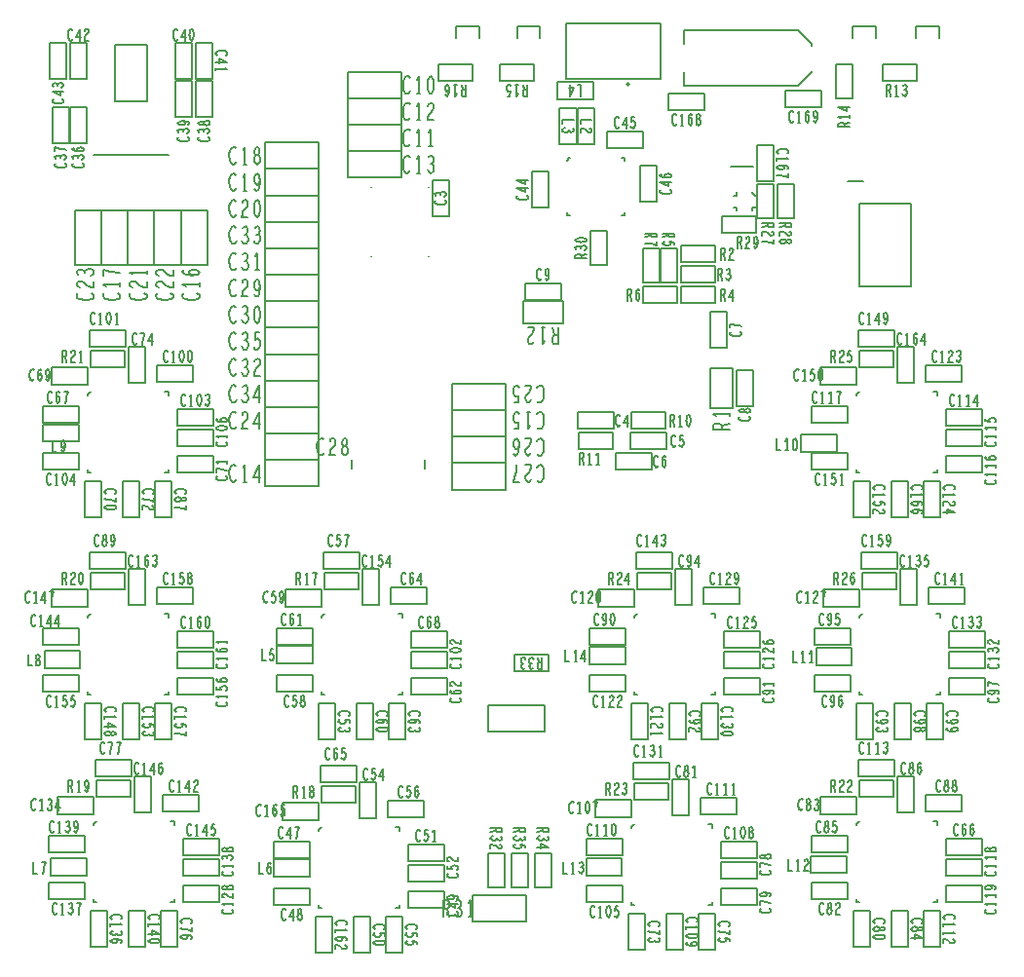
<source format=gto>
G04 ================== begin FILE IDENTIFICATION RECORD ==================*
G04 Layout Name:  C:/USERS/GEORGE/DOCUMENTS/GITHUB/AVALON/HARDWARE/allegro/AVALON.brd*
G04 Film Name:    SILK_TOP*
G04 File Format:  Gerber RS274X*
G04 File Origin:  Cadence Allegro 16.6-P004*
G04 Origin Date:  Wed Nov 06 20:30:42 2013*
G04 *
G04 Layer:  USER PART NUMBER/SILKSCREEN_TOP*
G04 Layer:  REF DES/SILKSCREEN_TOP*
G04 Layer:  PACKAGE GEOMETRY/SILKSCREEN_TOP*
G04 Layer:  DEVICE TYPE/SILKSCREEN_TOP*
G04 Layer:  COMPONENT VALUE/SILKSCREEN_TOP*
G04 *
G04 Offset:    (0.00 0.00)*
G04 Mirror:    No*
G04 Mode:      Positive*
G04 Rotation:  0*
G04 FullContactRelief:  No*
G04 UndefLineWidth:     0.00*
G04 ================== end FILE IDENTIFICATION RECORD ====================*
%FSLAX25Y25*MOIN*%
%IR0*IPPOS*OFA0.00000B0.00000*MIA0B0*SFA1.00000B1.00000*%
%ADD10C,.00591*%
%ADD11C,.00787*%
G75*
%LPD*%
G75*
G54D10*
G01X523587Y1404609D02*
X523391Y1404806D01*
X523161Y1404937D01*
X522898D01*
X522603Y1404740D01*
X522373Y1404412D01*
X522209Y1404018D01*
X522078Y1403362D01*
X522045Y1402772D01*
X522111Y1402181D01*
X522209Y1401787D01*
X522406Y1401394D01*
X522636Y1401131D01*
X522865Y1401000D01*
X523095D01*
X523325Y1401131D01*
X523522Y1401328D01*
X523686Y1401590D01*
G01X525621Y1401000D02*
Y1404937D01*
X525228Y1404150D01*
G01Y1401000D02*
X526015D01*
G01X527656Y1401787D02*
X527852Y1401328D01*
X528115Y1401066D01*
X528410Y1401000D01*
X528673Y1401066D01*
X528935Y1401394D01*
X529099Y1401787D01*
X529132Y1402181D01*
X529067Y1402640D01*
X528837Y1402968D01*
X528607Y1403100D01*
X528312D01*
G01X528607D02*
X528804Y1403297D01*
X528968Y1403625D01*
X529034Y1404018D01*
X528968Y1404412D01*
X528804Y1404740D01*
X528509Y1404937D01*
X528213Y1404871D01*
X527918Y1404609D01*
G01X531068Y1401000D02*
X531133Y1401853D01*
X531232Y1402575D01*
X531363Y1403231D01*
X531527Y1403953D01*
X531790Y1404937D01*
X530477D01*
G01X522587Y1432609D02*
X522391Y1432806D01*
X522161Y1432937D01*
X521898D01*
X521603Y1432740D01*
X521373Y1432412D01*
X521209Y1432018D01*
X521078Y1431362D01*
X521045Y1430772D01*
X521111Y1430181D01*
X521209Y1429787D01*
X521406Y1429394D01*
X521636Y1429131D01*
X521865Y1429000D01*
X522095D01*
X522325Y1429131D01*
X522522Y1429328D01*
X522686Y1429590D01*
G01X524621Y1429000D02*
Y1432937D01*
X524228Y1432150D01*
G01Y1429000D02*
X525015D01*
G01X526656Y1429787D02*
X526852Y1429328D01*
X527115Y1429066D01*
X527410Y1429000D01*
X527673Y1429066D01*
X527935Y1429394D01*
X528099Y1429787D01*
X528132Y1430181D01*
X528067Y1430640D01*
X527837Y1430968D01*
X527607Y1431100D01*
X527312D01*
G01X527607D02*
X527804Y1431297D01*
X527968Y1431625D01*
X528034Y1432018D01*
X527968Y1432412D01*
X527804Y1432740D01*
X527509Y1432937D01*
X527213Y1432871D01*
X526918Y1432609D01*
G01X529576Y1429459D02*
X529805Y1429131D01*
X530068Y1429000D01*
X530330Y1429131D01*
X530560Y1429525D01*
X530724Y1430115D01*
X530790Y1430706D01*
Y1431428D01*
X530724Y1432018D01*
X530560Y1432543D01*
X530363Y1432806D01*
X530133Y1432937D01*
X529871Y1432806D01*
X529674Y1432543D01*
X529543Y1432150D01*
X529477Y1431625D01*
X529543Y1431165D01*
X529707Y1430706D01*
X529904Y1430443D01*
X530133Y1430378D01*
X530396Y1430509D01*
X530593Y1430837D01*
X530790Y1431428D01*
G01X515666Y1418925D02*
Y1414988D01*
X516979D01*
G01X519013D02*
X519078Y1415841D01*
X519177Y1416563D01*
X519308Y1417219D01*
X519472Y1417941D01*
X519735Y1418925D01*
X518422D01*
G01X516388Y1440197D02*
X516192Y1440394D01*
X515962Y1440525D01*
X515699D01*
X515404Y1440328D01*
X515174Y1440000D01*
X515010Y1439606D01*
X514879Y1438950D01*
X514846Y1438360D01*
X514912Y1437769D01*
X515010Y1437375D01*
X515207Y1436982D01*
X515437Y1436719D01*
X515666Y1436588D01*
X515896D01*
X516126Y1436719D01*
X516323Y1436916D01*
X516487Y1437178D01*
G01X518422Y1436588D02*
Y1440525D01*
X518029Y1439738D01*
G01Y1436588D02*
X518816D01*
G01X520457Y1437375D02*
X520653Y1436916D01*
X520916Y1436654D01*
X521211Y1436588D01*
X521474Y1436654D01*
X521736Y1436982D01*
X521900Y1437375D01*
X521933Y1437769D01*
X521868Y1438228D01*
X521638Y1438556D01*
X521408Y1438688D01*
X521113D01*
G01X521408D02*
X521605Y1438885D01*
X521769Y1439213D01*
X521835Y1439606D01*
X521769Y1440000D01*
X521605Y1440328D01*
X521310Y1440525D01*
X521014Y1440459D01*
X520719Y1440197D01*
G01X524328Y1436588D02*
Y1440525D01*
X523114Y1437703D01*
X524755D01*
G01X521587Y1475609D02*
X521391Y1475806D01*
X521161Y1475937D01*
X520898D01*
X520603Y1475740D01*
X520373Y1475412D01*
X520209Y1475018D01*
X520078Y1474362D01*
X520045Y1473772D01*
X520111Y1473181D01*
X520209Y1472787D01*
X520406Y1472394D01*
X520636Y1472131D01*
X520865Y1472000D01*
X521095D01*
X521325Y1472131D01*
X521522Y1472328D01*
X521686Y1472590D01*
G01X523621Y1472000D02*
Y1475937D01*
X523228Y1475150D01*
G01Y1472000D02*
X524015D01*
G01X525656Y1472590D02*
X525852Y1472262D01*
X526082Y1472066D01*
X526377Y1472000D01*
X526673Y1472131D01*
X526903Y1472394D01*
X527067Y1472853D01*
X527099Y1473378D01*
X527034Y1473903D01*
X526870Y1474231D01*
X526640Y1474493D01*
X526410Y1474559D01*
X526181Y1474493D01*
X525885Y1474231D01*
X525984Y1475937D01*
X526870D01*
G01X528412Y1472590D02*
X528608Y1472262D01*
X528838Y1472066D01*
X529133Y1472000D01*
X529429Y1472131D01*
X529659Y1472394D01*
X529823Y1472853D01*
X529855Y1473378D01*
X529790Y1473903D01*
X529626Y1474231D01*
X529396Y1474493D01*
X529166Y1474559D01*
X528937Y1474493D01*
X528641Y1474231D01*
X528740Y1475937D01*
X529626D01*
G01X513765Y1490024D02*
Y1486087D01*
X515078D01*
G01X517177D02*
X517407Y1486153D01*
X517670Y1486349D01*
X517834Y1486677D01*
X517899Y1487137D01*
X517834Y1487596D01*
X517637Y1487990D01*
X517342Y1488187D01*
X517013D01*
X516817Y1488318D01*
X516652Y1488646D01*
X516587Y1489105D01*
X516685Y1489565D01*
X516915Y1489893D01*
X517177Y1490024D01*
X517440Y1489893D01*
X517670Y1489565D01*
X517768Y1489105D01*
X517703Y1488646D01*
X517538Y1488318D01*
X517342Y1488187D01*
X517013D01*
X516718Y1487990D01*
X516521Y1487596D01*
X516456Y1487137D01*
X516521Y1486677D01*
X516685Y1486349D01*
X516948Y1486153D01*
X517177Y1486087D01*
G01X514388Y1511197D02*
X514192Y1511394D01*
X513962Y1511525D01*
X513699D01*
X513404Y1511328D01*
X513174Y1511000D01*
X513010Y1510606D01*
X512879Y1509950D01*
X512846Y1509360D01*
X512912Y1508769D01*
X513010Y1508375D01*
X513207Y1507982D01*
X513437Y1507719D01*
X513666Y1507588D01*
X513896D01*
X514126Y1507719D01*
X514323Y1507916D01*
X514487Y1508178D01*
G01X516422Y1507588D02*
Y1511525D01*
X516029Y1510738D01*
G01Y1507588D02*
X516816D01*
G01X519572D02*
Y1511525D01*
X518358Y1508703D01*
X519999D01*
G01X521869Y1507588D02*
X521934Y1508441D01*
X522033Y1509163D01*
X522164Y1509819D01*
X522328Y1510541D01*
X522591Y1511525D01*
X521278D01*
G01X516288Y1503197D02*
X516092Y1503394D01*
X515862Y1503525D01*
X515599D01*
X515304Y1503328D01*
X515074Y1503000D01*
X514910Y1502606D01*
X514779Y1501950D01*
X514746Y1501360D01*
X514812Y1500769D01*
X514910Y1500375D01*
X515107Y1499982D01*
X515337Y1499719D01*
X515566Y1499588D01*
X515796D01*
X516026Y1499719D01*
X516223Y1499916D01*
X516387Y1500178D01*
G01X518322Y1499588D02*
Y1503525D01*
X517929Y1502738D01*
G01Y1499588D02*
X518716D01*
G01X521472D02*
Y1503525D01*
X520258Y1500703D01*
X521899D01*
G01X524228Y1499588D02*
Y1503525D01*
X523014Y1500703D01*
X524655D01*
G01X525688Y1513988D02*
Y1517925D01*
X526509D01*
X526771Y1517728D01*
X526935Y1517466D01*
X527001Y1516941D01*
X526935Y1516416D01*
X526738Y1516088D01*
X526509Y1515891D01*
X525688D01*
G01X526509D02*
X527001Y1513988D01*
G01X528477Y1517269D02*
X528674Y1517662D01*
X528904Y1517859D01*
X529166Y1517925D01*
X529494Y1517794D01*
X529724Y1517466D01*
X529790Y1517072D01*
X529757Y1516678D01*
X529626Y1516350D01*
X528969Y1515694D01*
X528674Y1515235D01*
X528477Y1514578D01*
X528411Y1513988D01*
X529790D01*
G01X531856Y1517925D02*
X531594Y1517794D01*
X531397Y1517466D01*
X531266Y1517072D01*
X531167Y1516547D01*
X531135Y1515956D01*
X531167Y1515366D01*
X531266Y1514841D01*
X531397Y1514447D01*
X531594Y1514119D01*
X531856Y1513988D01*
X532119Y1514119D01*
X532316Y1514447D01*
X532447Y1514841D01*
X532546Y1515366D01*
X532578Y1515956D01*
X532546Y1516547D01*
X532447Y1517072D01*
X532316Y1517466D01*
X532119Y1517794D01*
X531856Y1517925D01*
G01X521587Y1551609D02*
X521391Y1551806D01*
X521161Y1551937D01*
X520898D01*
X520603Y1551740D01*
X520373Y1551412D01*
X520209Y1551018D01*
X520078Y1550362D01*
X520045Y1549772D01*
X520111Y1549181D01*
X520209Y1548787D01*
X520406Y1548394D01*
X520636Y1548131D01*
X520865Y1548000D01*
X521095D01*
X521325Y1548131D01*
X521522Y1548328D01*
X521686Y1548590D01*
G01X523621Y1548000D02*
Y1551937D01*
X523228Y1551150D01*
G01Y1548000D02*
X524015D01*
G01X526377Y1551937D02*
X526115Y1551806D01*
X525918Y1551478D01*
X525787Y1551084D01*
X525688Y1550559D01*
X525656Y1549968D01*
X525688Y1549378D01*
X525787Y1548853D01*
X525918Y1548459D01*
X526115Y1548131D01*
X526377Y1548000D01*
X526640Y1548131D01*
X526837Y1548459D01*
X526968Y1548853D01*
X527067Y1549378D01*
X527099Y1549968D01*
X527067Y1550559D01*
X526968Y1551084D01*
X526837Y1551478D01*
X526640Y1551806D01*
X526377Y1551937D01*
G01X529527Y1548000D02*
Y1551937D01*
X528313Y1549115D01*
X529954D01*
G01X521965Y1579609D02*
X521769Y1579806D01*
X521539Y1579937D01*
X521276D01*
X520981Y1579740D01*
X520751Y1579412D01*
X520587Y1579018D01*
X520456Y1578362D01*
X520423Y1577772D01*
X520489Y1577181D01*
X520587Y1576787D01*
X520784Y1576394D01*
X521014Y1576131D01*
X521243Y1576000D01*
X521473D01*
X521703Y1576131D01*
X521900Y1576328D01*
X522064Y1576590D01*
G01X523376Y1577640D02*
X523606Y1578100D01*
X523803Y1578362D01*
X524065Y1578493D01*
X524295Y1578362D01*
X524459Y1578100D01*
X524590Y1577706D01*
X524623Y1577247D01*
X524590Y1576853D01*
X524459Y1576459D01*
X524262Y1576131D01*
X524032Y1576000D01*
X523770Y1576131D01*
X523540Y1576525D01*
X523409Y1577115D01*
X523376Y1577772D01*
X523442Y1578625D01*
X523540Y1579084D01*
X523704Y1579543D01*
X523934Y1579871D01*
X524164Y1579937D01*
X524393Y1579806D01*
X524557Y1579478D01*
G01X526690Y1576000D02*
X526755Y1576853D01*
X526854Y1577575D01*
X526985Y1578231D01*
X527149Y1578953D01*
X527412Y1579937D01*
X526099D01*
G01X522366Y1563225D02*
Y1559288D01*
X523679D01*
G01X525221Y1559747D02*
X525450Y1559419D01*
X525713Y1559288D01*
X525975Y1559419D01*
X526205Y1559813D01*
X526369Y1560403D01*
X526435Y1560994D01*
Y1561716D01*
X526369Y1562306D01*
X526205Y1562831D01*
X526008Y1563094D01*
X525778Y1563225D01*
X525516Y1563094D01*
X525319Y1562831D01*
X525188Y1562438D01*
X525122Y1561913D01*
X525188Y1561453D01*
X525352Y1560994D01*
X525549Y1560731D01*
X525778Y1560666D01*
X526041Y1560797D01*
X526238Y1561125D01*
X526435Y1561716D01*
G01X515766Y1587197D02*
X515570Y1587394D01*
X515340Y1587525D01*
X515077D01*
X514782Y1587328D01*
X514552Y1587000D01*
X514388Y1586606D01*
X514257Y1585950D01*
X514224Y1585360D01*
X514290Y1584769D01*
X514388Y1584375D01*
X514585Y1583982D01*
X514815Y1583719D01*
X515044Y1583588D01*
X515274D01*
X515504Y1583719D01*
X515701Y1583916D01*
X515865Y1584178D01*
G01X517177Y1585228D02*
X517407Y1585688D01*
X517604Y1585950D01*
X517866Y1586081D01*
X518096Y1585950D01*
X518260Y1585688D01*
X518391Y1585294D01*
X518424Y1584835D01*
X518391Y1584441D01*
X518260Y1584047D01*
X518063Y1583719D01*
X517833Y1583588D01*
X517571Y1583719D01*
X517341Y1584113D01*
X517210Y1584703D01*
X517177Y1585360D01*
X517243Y1586213D01*
X517341Y1586672D01*
X517505Y1587131D01*
X517735Y1587459D01*
X517965Y1587525D01*
X518194Y1587394D01*
X518358Y1587066D01*
G01X519999Y1584047D02*
X520228Y1583719D01*
X520491Y1583588D01*
X520753Y1583719D01*
X520983Y1584113D01*
X521147Y1584703D01*
X521213Y1585294D01*
Y1586016D01*
X521147Y1586606D01*
X520983Y1587131D01*
X520786Y1587394D01*
X520556Y1587525D01*
X520294Y1587394D01*
X520097Y1587131D01*
X519966Y1586738D01*
X519900Y1586213D01*
X519966Y1585753D01*
X520130Y1585294D01*
X520327Y1585031D01*
X520556Y1584966D01*
X520819Y1585097D01*
X521016Y1585425D01*
X521213Y1586016D01*
G01X525688Y1589988D02*
Y1593925D01*
X526509D01*
X526771Y1593728D01*
X526935Y1593466D01*
X527001Y1592941D01*
X526935Y1592416D01*
X526738Y1592088D01*
X526509Y1591891D01*
X525688D01*
G01X526509D02*
X527001Y1589988D01*
G01X528477Y1593269D02*
X528674Y1593662D01*
X528904Y1593859D01*
X529166Y1593925D01*
X529494Y1593794D01*
X529724Y1593466D01*
X529790Y1593072D01*
X529757Y1592678D01*
X529626Y1592350D01*
X528969Y1591694D01*
X528674Y1591235D01*
X528477Y1590578D01*
X528411Y1589988D01*
X529790D01*
G01X531856D02*
Y1593925D01*
X531463Y1593138D01*
G01Y1589988D02*
X532250D01*
G01X523360Y1657965D02*
X523163Y1657769D01*
X523032Y1657539D01*
Y1657276D01*
X523229Y1656981D01*
X523557Y1656751D01*
X523951Y1656587D01*
X524607Y1656456D01*
X525197Y1656423D01*
X525788Y1656489D01*
X526182Y1656587D01*
X526575Y1656784D01*
X526838Y1657014D01*
X526969Y1657243D01*
Y1657473D01*
X526838Y1657703D01*
X526641Y1657900D01*
X526379Y1658064D01*
G01X526182Y1659278D02*
X526641Y1659474D01*
X526903Y1659737D01*
X526969Y1660032D01*
X526903Y1660295D01*
X526575Y1660557D01*
X526182Y1660721D01*
X525788Y1660754D01*
X525329Y1660689D01*
X525001Y1660459D01*
X524869Y1660229D01*
Y1659934D01*
G01Y1660229D02*
X524672Y1660426D01*
X524344Y1660590D01*
X523951Y1660656D01*
X523557Y1660590D01*
X523229Y1660426D01*
X523032Y1660131D01*
X523098Y1659835D01*
X523360Y1659540D01*
G01X526969Y1662690D02*
X526116Y1662755D01*
X525394Y1662854D01*
X524738Y1662985D01*
X524016Y1663149D01*
X523032Y1663412D01*
Y1662099D01*
G01X522422Y1679965D02*
X522225Y1679769D01*
X522094Y1679539D01*
Y1679276D01*
X522291Y1678981D01*
X522619Y1678751D01*
X523013Y1678587D01*
X523669Y1678456D01*
X524259Y1678423D01*
X524850Y1678489D01*
X525244Y1678587D01*
X525637Y1678784D01*
X525900Y1679014D01*
X526031Y1679243D01*
Y1679473D01*
X525900Y1679703D01*
X525703Y1679900D01*
X525441Y1680064D01*
G01X526031Y1682393D02*
X522094D01*
X524916Y1681179D01*
Y1682820D01*
G01X525244Y1684034D02*
X525703Y1684230D01*
X525965Y1684493D01*
X526031Y1684788D01*
X525965Y1685051D01*
X525637Y1685313D01*
X525244Y1685477D01*
X524850Y1685510D01*
X524391Y1685445D01*
X524063Y1685215D01*
X523931Y1684985D01*
Y1684690D01*
G01Y1684985D02*
X523734Y1685182D01*
X523406Y1685346D01*
X523013Y1685412D01*
X522619Y1685346D01*
X522291Y1685182D01*
X522094Y1684887D01*
X522160Y1684591D01*
X522422Y1684296D01*
G01X545609Y1399413D02*
X545806Y1399609D01*
X545937Y1399839D01*
Y1400102D01*
X545740Y1400397D01*
X545412Y1400627D01*
X545018Y1400791D01*
X544362Y1400922D01*
X543772Y1400955D01*
X543181Y1400889D01*
X542787Y1400791D01*
X542394Y1400594D01*
X542131Y1400364D01*
X542000Y1400135D01*
Y1399905D01*
X542131Y1399675D01*
X542328Y1399478D01*
X542590Y1399314D01*
G01X542000Y1397379D02*
X545937D01*
X545150Y1397772D01*
G01X542000D02*
Y1396985D01*
G01X542787Y1395344D02*
X542328Y1395148D01*
X542066Y1394885D01*
X542000Y1394590D01*
X542066Y1394327D01*
X542394Y1394065D01*
X542787Y1393901D01*
X543181Y1393868D01*
X543640Y1393933D01*
X543968Y1394163D01*
X544100Y1394393D01*
Y1394688D01*
G01Y1394393D02*
X544297Y1394196D01*
X544625Y1394032D01*
X545018Y1393966D01*
X545412Y1394032D01*
X545740Y1394196D01*
X545937Y1394491D01*
X545871Y1394787D01*
X545609Y1395082D01*
G01X543640Y1392490D02*
X544100Y1392260D01*
X544362Y1392063D01*
X544493Y1391801D01*
X544362Y1391571D01*
X544100Y1391407D01*
X543706Y1391276D01*
X543247Y1391243D01*
X542853Y1391276D01*
X542459Y1391407D01*
X542131Y1391604D01*
X542000Y1391834D01*
X542131Y1392096D01*
X542525Y1392326D01*
X543115Y1392457D01*
X543772Y1392490D01*
X544625Y1392424D01*
X545084Y1392326D01*
X545543Y1392162D01*
X545871Y1391932D01*
X545937Y1391702D01*
X545806Y1391473D01*
X545478Y1391309D01*
G01X527688Y1442988D02*
Y1446925D01*
X528509D01*
X528771Y1446728D01*
X528935Y1446466D01*
X529001Y1445941D01*
X528935Y1445416D01*
X528738Y1445088D01*
X528509Y1444891D01*
X527688D01*
G01X528509D02*
X529001Y1442988D01*
G01X531100D02*
Y1446925D01*
X530707Y1446138D01*
G01Y1442988D02*
X531494D01*
G01X533299Y1443447D02*
X533528Y1443119D01*
X533791Y1442988D01*
X534053Y1443119D01*
X534283Y1443513D01*
X534447Y1444103D01*
X534513Y1444694D01*
Y1445416D01*
X534447Y1446006D01*
X534283Y1446531D01*
X534086Y1446794D01*
X533856Y1446925D01*
X533594Y1446794D01*
X533397Y1446531D01*
X533266Y1446138D01*
X533200Y1445613D01*
X533266Y1445153D01*
X533430Y1444694D01*
X533627Y1444431D01*
X533856Y1444366D01*
X534119Y1444497D01*
X534316Y1444825D01*
X534513Y1445416D01*
G01X543609Y1470413D02*
X543806Y1470609D01*
X543937Y1470839D01*
Y1471102D01*
X543740Y1471397D01*
X543412Y1471627D01*
X543018Y1471791D01*
X542362Y1471922D01*
X541772Y1471955D01*
X541181Y1471889D01*
X540787Y1471791D01*
X540394Y1471594D01*
X540131Y1471364D01*
X540000Y1471135D01*
Y1470905D01*
X540131Y1470675D01*
X540328Y1470478D01*
X540590Y1470314D01*
G01X540000Y1468379D02*
X543937D01*
X543150Y1468772D01*
G01X540000D02*
Y1467985D01*
G01Y1465229D02*
X543937D01*
X541115Y1466443D01*
Y1464802D01*
G01X540000Y1462867D02*
X540066Y1462637D01*
X540262Y1462374D01*
X540590Y1462210D01*
X541050Y1462145D01*
X541509Y1462210D01*
X541903Y1462407D01*
X542100Y1462702D01*
Y1463031D01*
X542231Y1463227D01*
X542559Y1463392D01*
X543018Y1463457D01*
X543478Y1463359D01*
X543806Y1463129D01*
X543937Y1462867D01*
X543806Y1462604D01*
X543478Y1462374D01*
X543018Y1462276D01*
X542559Y1462341D01*
X542231Y1462506D01*
X542100Y1462702D01*
Y1463031D01*
X541903Y1463326D01*
X541509Y1463523D01*
X541050Y1463588D01*
X540590Y1463523D01*
X540262Y1463359D01*
X540066Y1463096D01*
X540000Y1462867D01*
G01X539965Y1459609D02*
X539769Y1459806D01*
X539539Y1459937D01*
X539276D01*
X538981Y1459740D01*
X538751Y1459412D01*
X538587Y1459018D01*
X538456Y1458362D01*
X538423Y1457772D01*
X538489Y1457181D01*
X538587Y1456787D01*
X538784Y1456394D01*
X539014Y1456131D01*
X539243Y1456000D01*
X539473D01*
X539703Y1456131D01*
X539900Y1456328D01*
X540064Y1456590D01*
G01X541934Y1456000D02*
X541999Y1456853D01*
X542098Y1457575D01*
X542229Y1458231D01*
X542393Y1458953D01*
X542656Y1459937D01*
X541343D01*
G01X544690Y1456000D02*
X544755Y1456853D01*
X544854Y1457575D01*
X544985Y1458231D01*
X545149Y1458953D01*
X545412Y1459937D01*
X544099D01*
G01X537965Y1530609D02*
X537769Y1530806D01*
X537539Y1530937D01*
X537276D01*
X536981Y1530740D01*
X536751Y1530412D01*
X536587Y1530018D01*
X536456Y1529362D01*
X536423Y1528772D01*
X536489Y1528181D01*
X536587Y1527787D01*
X536784Y1527394D01*
X537014Y1527131D01*
X537243Y1527000D01*
X537473D01*
X537703Y1527131D01*
X537900Y1527328D01*
X538064Y1527590D01*
G01X539999Y1527000D02*
X540229Y1527066D01*
X540492Y1527262D01*
X540656Y1527590D01*
X540721Y1528050D01*
X540656Y1528509D01*
X540459Y1528903D01*
X540164Y1529100D01*
X539835D01*
X539639Y1529231D01*
X539474Y1529559D01*
X539409Y1530018D01*
X539507Y1530478D01*
X539737Y1530806D01*
X539999Y1530937D01*
X540262Y1530806D01*
X540492Y1530478D01*
X540590Y1530018D01*
X540525Y1529559D01*
X540360Y1529231D01*
X540164Y1529100D01*
X539835D01*
X539540Y1528903D01*
X539343Y1528509D01*
X539278Y1528050D01*
X539343Y1527590D01*
X539507Y1527262D01*
X539770Y1527066D01*
X539999Y1527000D01*
G01X542198Y1527459D02*
X542427Y1527131D01*
X542690Y1527000D01*
X542952Y1527131D01*
X543182Y1527525D01*
X543346Y1528115D01*
X543412Y1528706D01*
Y1529428D01*
X543346Y1530018D01*
X543182Y1530543D01*
X542985Y1530806D01*
X542755Y1530937D01*
X542493Y1530806D01*
X542296Y1530543D01*
X542165Y1530150D01*
X542099Y1529625D01*
X542165Y1529165D01*
X542329Y1528706D01*
X542526Y1528443D01*
X542755Y1528378D01*
X543018Y1528509D01*
X543215Y1528837D01*
X543412Y1529428D01*
G01X543609Y1545035D02*
X543806Y1545231D01*
X543937Y1545461D01*
Y1545724D01*
X543740Y1546019D01*
X543412Y1546249D01*
X543018Y1546413D01*
X542362Y1546544D01*
X541772Y1546577D01*
X541181Y1546511D01*
X540787Y1546413D01*
X540394Y1546216D01*
X540131Y1545986D01*
X540000Y1545757D01*
Y1545527D01*
X540131Y1545297D01*
X540328Y1545100D01*
X540590Y1544936D01*
G01X540000Y1543066D02*
X540853Y1543001D01*
X541575Y1542902D01*
X542231Y1542771D01*
X542953Y1542607D01*
X543937Y1542344D01*
Y1543657D01*
G01Y1540245D02*
X543806Y1540507D01*
X543478Y1540704D01*
X543084Y1540835D01*
X542559Y1540934D01*
X541968Y1540966D01*
X541378Y1540934D01*
X540853Y1540835D01*
X540459Y1540704D01*
X540131Y1540507D01*
X540000Y1540245D01*
X540131Y1539982D01*
X540459Y1539785D01*
X540853Y1539654D01*
X541378Y1539555D01*
X541968Y1539523D01*
X542559Y1539555D01*
X543084Y1539654D01*
X543478Y1539785D01*
X543806Y1539982D01*
X543937Y1540245D01*
G01X536587Y1606609D02*
X536391Y1606806D01*
X536161Y1606937D01*
X535898D01*
X535603Y1606740D01*
X535373Y1606412D01*
X535209Y1606018D01*
X535078Y1605362D01*
X535045Y1604772D01*
X535111Y1604181D01*
X535209Y1603787D01*
X535406Y1603394D01*
X535636Y1603131D01*
X535865Y1603000D01*
X536095D01*
X536325Y1603131D01*
X536522Y1603328D01*
X536686Y1603590D01*
G01X538621Y1603000D02*
Y1606937D01*
X538228Y1606150D01*
G01Y1603000D02*
X539015D01*
G01X541377Y1606937D02*
X541115Y1606806D01*
X540918Y1606478D01*
X540787Y1606084D01*
X540688Y1605559D01*
X540656Y1604968D01*
X540688Y1604378D01*
X540787Y1603853D01*
X540918Y1603459D01*
X541115Y1603131D01*
X541377Y1603000D01*
X541640Y1603131D01*
X541837Y1603459D01*
X541968Y1603853D01*
X542067Y1604378D01*
X542099Y1604968D01*
X542067Y1605559D01*
X541968Y1606084D01*
X541837Y1606478D01*
X541640Y1606806D01*
X541377Y1606937D01*
G01X544133Y1603000D02*
Y1606937D01*
X543740Y1606150D01*
G01Y1603000D02*
X544527D01*
G01X529360Y1657965D02*
X529163Y1657769D01*
X529032Y1657539D01*
Y1657276D01*
X529229Y1656981D01*
X529557Y1656751D01*
X529951Y1656587D01*
X530607Y1656456D01*
X531197Y1656423D01*
X531788Y1656489D01*
X532182Y1656587D01*
X532575Y1656784D01*
X532838Y1657014D01*
X532969Y1657243D01*
Y1657473D01*
X532838Y1657703D01*
X532641Y1657900D01*
X532379Y1658064D01*
G01X532182Y1659278D02*
X532641Y1659474D01*
X532903Y1659737D01*
X532969Y1660032D01*
X532903Y1660295D01*
X532575Y1660557D01*
X532182Y1660721D01*
X531788Y1660754D01*
X531329Y1660689D01*
X531001Y1660459D01*
X530869Y1660229D01*
Y1659934D01*
G01Y1660229D02*
X530672Y1660426D01*
X530344Y1660590D01*
X529951Y1660656D01*
X529557Y1660590D01*
X529229Y1660426D01*
X529032Y1660131D01*
X529098Y1659835D01*
X529360Y1659540D01*
G01X531329Y1662132D02*
X530869Y1662362D01*
X530607Y1662559D01*
X530476Y1662821D01*
X530607Y1663051D01*
X530869Y1663215D01*
X531263Y1663346D01*
X531722Y1663379D01*
X532116Y1663346D01*
X532510Y1663215D01*
X532838Y1663018D01*
X532969Y1662788D01*
X532838Y1662526D01*
X532444Y1662296D01*
X531854Y1662165D01*
X531197Y1662132D01*
X530344Y1662198D01*
X529885Y1662296D01*
X529426Y1662460D01*
X529098Y1662690D01*
X529032Y1662920D01*
X529163Y1663149D01*
X529491Y1663313D01*
G01X528965Y1703640D02*
X528769Y1703837D01*
X528539Y1703968D01*
X528276D01*
X527981Y1703771D01*
X527751Y1703443D01*
X527587Y1703049D01*
X527456Y1702393D01*
X527423Y1701803D01*
X527489Y1701212D01*
X527587Y1700818D01*
X527784Y1700425D01*
X528014Y1700162D01*
X528243Y1700031D01*
X528473D01*
X528703Y1700162D01*
X528900Y1700359D01*
X529064Y1700621D01*
G01X531393Y1700031D02*
Y1703968D01*
X530179Y1701146D01*
X531820D01*
G01X533132Y1703312D02*
X533329Y1703705D01*
X533559Y1703902D01*
X533821Y1703968D01*
X534149Y1703837D01*
X534379Y1703509D01*
X534445Y1703115D01*
X534412Y1702721D01*
X534281Y1702393D01*
X533624Y1701737D01*
X533329Y1701278D01*
X533132Y1700621D01*
X533066Y1700031D01*
X534445D01*
G01X558609Y1399413D02*
X558806Y1399609D01*
X558937Y1399839D01*
Y1400102D01*
X558740Y1400397D01*
X558412Y1400627D01*
X558018Y1400791D01*
X557362Y1400922D01*
X556772Y1400955D01*
X556181Y1400889D01*
X555787Y1400791D01*
X555394Y1400594D01*
X555131Y1400364D01*
X555000Y1400135D01*
Y1399905D01*
X555131Y1399675D01*
X555328Y1399478D01*
X555590Y1399314D01*
G01X555000Y1397379D02*
X558937D01*
X558150Y1397772D01*
G01X555000D02*
Y1396985D01*
G01Y1394229D02*
X558937D01*
X556115Y1395443D01*
Y1393802D01*
G01X558937Y1391867D02*
X558806Y1392129D01*
X558478Y1392326D01*
X558084Y1392457D01*
X557559Y1392556D01*
X556968Y1392588D01*
X556378Y1392556D01*
X555853Y1392457D01*
X555459Y1392326D01*
X555131Y1392129D01*
X555000Y1391867D01*
X555131Y1391604D01*
X555459Y1391407D01*
X555853Y1391276D01*
X556378Y1391177D01*
X556968Y1391145D01*
X557559Y1391177D01*
X558084Y1391276D01*
X558478Y1391407D01*
X558806Y1391604D01*
X558937Y1391867D01*
G01X569609Y1398035D02*
X569806Y1398231D01*
X569937Y1398461D01*
Y1398724D01*
X569740Y1399019D01*
X569412Y1399249D01*
X569018Y1399413D01*
X568362Y1399544D01*
X567772Y1399577D01*
X567181Y1399511D01*
X566787Y1399413D01*
X566394Y1399216D01*
X566131Y1398986D01*
X566000Y1398757D01*
Y1398527D01*
X566131Y1398297D01*
X566328Y1398100D01*
X566590Y1397936D01*
G01X566000Y1396066D02*
X566853Y1396001D01*
X567575Y1395902D01*
X568231Y1395771D01*
X568953Y1395607D01*
X569937Y1395344D01*
Y1396657D01*
G01X567640Y1393868D02*
X568100Y1393638D01*
X568362Y1393441D01*
X568493Y1393179D01*
X568362Y1392949D01*
X568100Y1392785D01*
X567706Y1392654D01*
X567247Y1392621D01*
X566853Y1392654D01*
X566459Y1392785D01*
X566131Y1392982D01*
X566000Y1393212D01*
X566131Y1393474D01*
X566525Y1393704D01*
X567115Y1393835D01*
X567772Y1393868D01*
X568625Y1393802D01*
X569084Y1393704D01*
X569543Y1393540D01*
X569871Y1393310D01*
X569937Y1393080D01*
X569806Y1392851D01*
X569478Y1392687D01*
G01X569587Y1431609D02*
X569391Y1431806D01*
X569161Y1431937D01*
X568898D01*
X568603Y1431740D01*
X568373Y1431412D01*
X568209Y1431018D01*
X568078Y1430362D01*
X568045Y1429772D01*
X568111Y1429181D01*
X568209Y1428787D01*
X568406Y1428394D01*
X568636Y1428131D01*
X568865Y1428000D01*
X569095D01*
X569325Y1428131D01*
X569522Y1428328D01*
X569686Y1428590D01*
G01X571621Y1428000D02*
Y1431937D01*
X571228Y1431150D01*
G01Y1428000D02*
X572015D01*
G01X574771D02*
Y1431937D01*
X573557Y1429115D01*
X575198D01*
G01X576412Y1428590D02*
X576608Y1428262D01*
X576838Y1428066D01*
X577133Y1428000D01*
X577429Y1428131D01*
X577659Y1428394D01*
X577823Y1428853D01*
X577855Y1429378D01*
X577790Y1429903D01*
X577626Y1430231D01*
X577396Y1430493D01*
X577166Y1430559D01*
X576937Y1430493D01*
X576641Y1430231D01*
X576740Y1431937D01*
X577626D01*
G01X563587Y1446609D02*
X563391Y1446806D01*
X563161Y1446937D01*
X562898D01*
X562603Y1446740D01*
X562373Y1446412D01*
X562209Y1446018D01*
X562078Y1445362D01*
X562045Y1444772D01*
X562111Y1444181D01*
X562209Y1443787D01*
X562406Y1443394D01*
X562636Y1443131D01*
X562865Y1443000D01*
X563095D01*
X563325Y1443131D01*
X563522Y1443328D01*
X563686Y1443590D01*
G01X565621Y1443000D02*
Y1446937D01*
X565228Y1446150D01*
G01Y1443000D02*
X566015D01*
G01X568771D02*
Y1446937D01*
X567557Y1444115D01*
X569198D01*
G01X570510Y1446281D02*
X570707Y1446674D01*
X570937Y1446871D01*
X571199Y1446937D01*
X571527Y1446806D01*
X571757Y1446478D01*
X571823Y1446084D01*
X571790Y1445690D01*
X571659Y1445362D01*
X571002Y1444706D01*
X570707Y1444247D01*
X570510Y1443590D01*
X570444Y1443000D01*
X571823D01*
G01X551587Y1452609D02*
X551391Y1452806D01*
X551161Y1452937D01*
X550898D01*
X550603Y1452740D01*
X550373Y1452412D01*
X550209Y1452018D01*
X550078Y1451362D01*
X550045Y1450772D01*
X550111Y1450181D01*
X550209Y1449787D01*
X550406Y1449394D01*
X550636Y1449131D01*
X550865Y1449000D01*
X551095D01*
X551325Y1449131D01*
X551522Y1449328D01*
X551686Y1449590D01*
G01X553621Y1449000D02*
Y1452937D01*
X553228Y1452150D01*
G01Y1449000D02*
X554015D01*
G01X556771D02*
Y1452937D01*
X555557Y1450115D01*
X557198D01*
G01X558510Y1450640D02*
X558740Y1451100D01*
X558937Y1451362D01*
X559199Y1451493D01*
X559429Y1451362D01*
X559593Y1451100D01*
X559724Y1450706D01*
X559757Y1450247D01*
X559724Y1449853D01*
X559593Y1449459D01*
X559396Y1449131D01*
X559166Y1449000D01*
X558904Y1449131D01*
X558674Y1449525D01*
X558543Y1450115D01*
X558510Y1450772D01*
X558576Y1451625D01*
X558674Y1452084D01*
X558838Y1452543D01*
X559068Y1452871D01*
X559298Y1452937D01*
X559527Y1452806D01*
X559691Y1452478D01*
G01X556609Y1470413D02*
X556806Y1470609D01*
X556937Y1470839D01*
Y1471102D01*
X556740Y1471397D01*
X556412Y1471627D01*
X556018Y1471791D01*
X555362Y1471922D01*
X554772Y1471955D01*
X554181Y1471889D01*
X553787Y1471791D01*
X553394Y1471594D01*
X553131Y1471364D01*
X553000Y1471135D01*
Y1470905D01*
X553131Y1470675D01*
X553328Y1470478D01*
X553590Y1470314D01*
G01X553000Y1468379D02*
X556937D01*
X556150Y1468772D01*
G01X553000D02*
Y1467985D01*
G01X553590Y1466344D02*
X553262Y1466148D01*
X553066Y1465918D01*
X553000Y1465623D01*
X553131Y1465327D01*
X553394Y1465097D01*
X553853Y1464933D01*
X554378Y1464901D01*
X554903Y1464966D01*
X555231Y1465130D01*
X555493Y1465360D01*
X555559Y1465590D01*
X555493Y1465819D01*
X555231Y1466115D01*
X556937Y1466016D01*
Y1465130D01*
G01X553787Y1463588D02*
X553328Y1463392D01*
X553066Y1463129D01*
X553000Y1462834D01*
X553066Y1462571D01*
X553394Y1462309D01*
X553787Y1462145D01*
X554181Y1462112D01*
X554640Y1462177D01*
X554968Y1462407D01*
X555100Y1462637D01*
Y1462932D01*
G01Y1462637D02*
X555297Y1462440D01*
X555625Y1462276D01*
X556018Y1462210D01*
X556412Y1462276D01*
X556740Y1462440D01*
X556937Y1462735D01*
X556871Y1463031D01*
X556609Y1463326D01*
G01X567609Y1470413D02*
X567806Y1470609D01*
X567937Y1470839D01*
Y1471102D01*
X567740Y1471397D01*
X567412Y1471627D01*
X567018Y1471791D01*
X566362Y1471922D01*
X565772Y1471955D01*
X565181Y1471889D01*
X564787Y1471791D01*
X564394Y1471594D01*
X564131Y1471364D01*
X564000Y1471135D01*
Y1470905D01*
X564131Y1470675D01*
X564328Y1470478D01*
X564590Y1470314D01*
G01X564000Y1468379D02*
X567937D01*
X567150Y1468772D01*
G01X564000D02*
Y1467985D01*
G01X564590Y1466344D02*
X564262Y1466148D01*
X564066Y1465918D01*
X564000Y1465623D01*
X564131Y1465327D01*
X564394Y1465097D01*
X564853Y1464933D01*
X565378Y1464901D01*
X565903Y1464966D01*
X566231Y1465130D01*
X566493Y1465360D01*
X566559Y1465590D01*
X566493Y1465819D01*
X566231Y1466115D01*
X567937Y1466016D01*
Y1465130D01*
G01X564000Y1462932D02*
X564853Y1462867D01*
X565575Y1462768D01*
X566231Y1462637D01*
X566953Y1462473D01*
X567937Y1462210D01*
Y1463523D01*
G01X561587Y1517609D02*
X561391Y1517806D01*
X561161Y1517937D01*
X560898D01*
X560603Y1517740D01*
X560373Y1517412D01*
X560209Y1517018D01*
X560078Y1516362D01*
X560045Y1515772D01*
X560111Y1515181D01*
X560209Y1514787D01*
X560406Y1514394D01*
X560636Y1514131D01*
X560865Y1514000D01*
X561095D01*
X561325Y1514131D01*
X561522Y1514328D01*
X561686Y1514590D01*
G01X563621Y1514000D02*
Y1517937D01*
X563228Y1517150D01*
G01Y1514000D02*
X564015D01*
G01X565656Y1514590D02*
X565852Y1514262D01*
X566082Y1514066D01*
X566377Y1514000D01*
X566673Y1514131D01*
X566903Y1514394D01*
X567067Y1514853D01*
X567099Y1515378D01*
X567034Y1515903D01*
X566870Y1516231D01*
X566640Y1516493D01*
X566410Y1516559D01*
X566181Y1516493D01*
X565885Y1516231D01*
X565984Y1517937D01*
X566870D01*
G01X569133Y1514000D02*
X569363Y1514066D01*
X569626Y1514262D01*
X569790Y1514590D01*
X569855Y1515050D01*
X569790Y1515509D01*
X569593Y1515903D01*
X569298Y1516100D01*
X568969D01*
X568773Y1516231D01*
X568608Y1516559D01*
X568543Y1517018D01*
X568641Y1517478D01*
X568871Y1517806D01*
X569133Y1517937D01*
X569396Y1517806D01*
X569626Y1517478D01*
X569724Y1517018D01*
X569659Y1516559D01*
X569494Y1516231D01*
X569298Y1516100D01*
X568969D01*
X568674Y1515903D01*
X568477Y1515509D01*
X568412Y1515050D01*
X568477Y1514590D01*
X568641Y1514262D01*
X568904Y1514066D01*
X569133Y1514000D01*
G01X567587Y1502609D02*
X567391Y1502806D01*
X567161Y1502937D01*
X566898D01*
X566603Y1502740D01*
X566373Y1502412D01*
X566209Y1502018D01*
X566078Y1501362D01*
X566045Y1500772D01*
X566111Y1500181D01*
X566209Y1499787D01*
X566406Y1499394D01*
X566636Y1499131D01*
X566865Y1499000D01*
X567095D01*
X567325Y1499131D01*
X567522Y1499328D01*
X567686Y1499590D01*
G01X569621Y1499000D02*
Y1502937D01*
X569228Y1502150D01*
G01Y1499000D02*
X570015D01*
G01X571754Y1500640D02*
X571984Y1501100D01*
X572181Y1501362D01*
X572443Y1501493D01*
X572673Y1501362D01*
X572837Y1501100D01*
X572968Y1500706D01*
X573001Y1500247D01*
X572968Y1499853D01*
X572837Y1499459D01*
X572640Y1499131D01*
X572410Y1499000D01*
X572148Y1499131D01*
X571918Y1499525D01*
X571787Y1500115D01*
X571754Y1500772D01*
X571820Y1501625D01*
X571918Y1502084D01*
X572082Y1502543D01*
X572312Y1502871D01*
X572542Y1502937D01*
X572771Y1502806D01*
X572935Y1502478D01*
G01X575133Y1502937D02*
X574871Y1502806D01*
X574674Y1502478D01*
X574543Y1502084D01*
X574444Y1501559D01*
X574412Y1500968D01*
X574444Y1500378D01*
X574543Y1499853D01*
X574674Y1499459D01*
X574871Y1499131D01*
X575133Y1499000D01*
X575396Y1499131D01*
X575593Y1499459D01*
X575724Y1499853D01*
X575823Y1500378D01*
X575855Y1500968D01*
X575823Y1501559D01*
X575724Y1502084D01*
X575593Y1502478D01*
X575396Y1502806D01*
X575133Y1502937D01*
G01X549587Y1523609D02*
X549391Y1523806D01*
X549161Y1523937D01*
X548898D01*
X548603Y1523740D01*
X548373Y1523412D01*
X548209Y1523018D01*
X548078Y1522362D01*
X548045Y1521772D01*
X548111Y1521181D01*
X548209Y1520787D01*
X548406Y1520394D01*
X548636Y1520131D01*
X548865Y1520000D01*
X549095D01*
X549325Y1520131D01*
X549522Y1520328D01*
X549686Y1520590D01*
G01X551621Y1520000D02*
Y1523937D01*
X551228Y1523150D01*
G01Y1520000D02*
X552015D01*
G01X553754Y1521640D02*
X553984Y1522100D01*
X554181Y1522362D01*
X554443Y1522493D01*
X554673Y1522362D01*
X554837Y1522100D01*
X554968Y1521706D01*
X555001Y1521247D01*
X554968Y1520853D01*
X554837Y1520459D01*
X554640Y1520131D01*
X554410Y1520000D01*
X554148Y1520131D01*
X553918Y1520525D01*
X553787Y1521115D01*
X553754Y1521772D01*
X553820Y1522625D01*
X553918Y1523084D01*
X554082Y1523543D01*
X554312Y1523871D01*
X554542Y1523937D01*
X554771Y1523806D01*
X554935Y1523478D01*
G01X556412Y1520787D02*
X556608Y1520328D01*
X556871Y1520066D01*
X557166Y1520000D01*
X557429Y1520066D01*
X557691Y1520394D01*
X557855Y1520787D01*
X557888Y1521181D01*
X557823Y1521640D01*
X557593Y1521968D01*
X557363Y1522100D01*
X557068D01*
G01X557363D02*
X557560Y1522297D01*
X557724Y1522625D01*
X557790Y1523018D01*
X557724Y1523412D01*
X557560Y1523740D01*
X557265Y1523937D01*
X556969Y1523871D01*
X556674Y1523609D01*
G01X556609Y1545035D02*
X556806Y1545231D01*
X556937Y1545461D01*
Y1545724D01*
X556740Y1546019D01*
X556412Y1546249D01*
X556018Y1546413D01*
X555362Y1546544D01*
X554772Y1546577D01*
X554181Y1546511D01*
X553787Y1546413D01*
X553394Y1546216D01*
X553131Y1545986D01*
X553000Y1545757D01*
Y1545527D01*
X553131Y1545297D01*
X553328Y1545100D01*
X553590Y1544936D01*
G01X553000Y1543066D02*
X553853Y1543001D01*
X554575Y1542902D01*
X555231Y1542771D01*
X555953Y1542607D01*
X556937Y1542344D01*
Y1543657D01*
G01X556281Y1540868D02*
X556674Y1540671D01*
X556871Y1540441D01*
X556937Y1540179D01*
X556806Y1539851D01*
X556478Y1539621D01*
X556084Y1539555D01*
X555690Y1539588D01*
X555362Y1539719D01*
X554706Y1540376D01*
X554247Y1540671D01*
X553590Y1540868D01*
X553000Y1540934D01*
Y1539555D01*
G01X567609Y1545035D02*
X567806Y1545231D01*
X567937Y1545461D01*
Y1545724D01*
X567740Y1546019D01*
X567412Y1546249D01*
X567018Y1546413D01*
X566362Y1546544D01*
X565772Y1546577D01*
X565181Y1546511D01*
X564787Y1546413D01*
X564394Y1546216D01*
X564131Y1545986D01*
X564000Y1545757D01*
Y1545527D01*
X564131Y1545297D01*
X564328Y1545100D01*
X564590Y1544936D01*
G01X564000Y1543001D02*
X564066Y1542771D01*
X564262Y1542508D01*
X564590Y1542344D01*
X565050Y1542279D01*
X565509Y1542344D01*
X565903Y1542541D01*
X566100Y1542836D01*
Y1543165D01*
X566231Y1543361D01*
X566559Y1543526D01*
X567018Y1543591D01*
X567478Y1543493D01*
X567806Y1543263D01*
X567937Y1543001D01*
X567806Y1542738D01*
X567478Y1542508D01*
X567018Y1542410D01*
X566559Y1542475D01*
X566231Y1542640D01*
X566100Y1542836D01*
Y1543165D01*
X565903Y1543460D01*
X565509Y1543657D01*
X565050Y1543722D01*
X564590Y1543657D01*
X564262Y1543493D01*
X564066Y1543230D01*
X564000Y1543001D01*
G01Y1540310D02*
X564853Y1540245D01*
X565575Y1540146D01*
X566231Y1540015D01*
X566953Y1539851D01*
X567937Y1539588D01*
Y1540901D01*
G01X567587Y1578609D02*
X567391Y1578806D01*
X567161Y1578937D01*
X566898D01*
X566603Y1578740D01*
X566373Y1578412D01*
X566209Y1578018D01*
X566078Y1577362D01*
X566045Y1576772D01*
X566111Y1576181D01*
X566209Y1575787D01*
X566406Y1575394D01*
X566636Y1575131D01*
X566865Y1575000D01*
X567095D01*
X567325Y1575131D01*
X567522Y1575328D01*
X567686Y1575590D01*
G01X569621Y1575000D02*
Y1578937D01*
X569228Y1578150D01*
G01Y1575000D02*
X570015D01*
G01X572377Y1578937D02*
X572115Y1578806D01*
X571918Y1578478D01*
X571787Y1578084D01*
X571688Y1577559D01*
X571656Y1576968D01*
X571688Y1576378D01*
X571787Y1575853D01*
X571918Y1575459D01*
X572115Y1575131D01*
X572377Y1575000D01*
X572640Y1575131D01*
X572837Y1575459D01*
X572968Y1575853D01*
X573067Y1576378D01*
X573099Y1576968D01*
X573067Y1577559D01*
X572968Y1578084D01*
X572837Y1578478D01*
X572640Y1578806D01*
X572377Y1578937D01*
G01X574412Y1575787D02*
X574608Y1575328D01*
X574871Y1575066D01*
X575166Y1575000D01*
X575429Y1575066D01*
X575691Y1575394D01*
X575855Y1575787D01*
X575888Y1576181D01*
X575823Y1576640D01*
X575593Y1576968D01*
X575363Y1577100D01*
X575068D01*
G01X575363D02*
X575560Y1577297D01*
X575724Y1577625D01*
X575790Y1578018D01*
X575724Y1578412D01*
X575560Y1578740D01*
X575265Y1578937D01*
X574969Y1578871D01*
X574674Y1578609D01*
G01X550965Y1599609D02*
X550769Y1599806D01*
X550539Y1599937D01*
X550276D01*
X549981Y1599740D01*
X549751Y1599412D01*
X549587Y1599018D01*
X549456Y1598362D01*
X549423Y1597772D01*
X549489Y1597181D01*
X549587Y1596787D01*
X549784Y1596394D01*
X550014Y1596131D01*
X550243Y1596000D01*
X550473D01*
X550703Y1596131D01*
X550900Y1596328D01*
X551064Y1596590D01*
G01X552934Y1596000D02*
X552999Y1596853D01*
X553098Y1597575D01*
X553229Y1598231D01*
X553393Y1598953D01*
X553656Y1599937D01*
X552343D01*
G01X556149Y1596000D02*
Y1599937D01*
X554935Y1597115D01*
X556576D01*
G01X561587Y1593609D02*
X561391Y1593806D01*
X561161Y1593937D01*
X560898D01*
X560603Y1593740D01*
X560373Y1593412D01*
X560209Y1593018D01*
X560078Y1592362D01*
X560045Y1591772D01*
X560111Y1591181D01*
X560209Y1590787D01*
X560406Y1590394D01*
X560636Y1590131D01*
X560865Y1590000D01*
X561095D01*
X561325Y1590131D01*
X561522Y1590328D01*
X561686Y1590590D01*
G01X563621Y1590000D02*
Y1593937D01*
X563228Y1593150D01*
G01Y1590000D02*
X564015D01*
G01X566377Y1593937D02*
X566115Y1593806D01*
X565918Y1593478D01*
X565787Y1593084D01*
X565688Y1592559D01*
X565656Y1591968D01*
X565688Y1591378D01*
X565787Y1590853D01*
X565918Y1590459D01*
X566115Y1590131D01*
X566377Y1590000D01*
X566640Y1590131D01*
X566837Y1590459D01*
X566968Y1590853D01*
X567067Y1591378D01*
X567099Y1591968D01*
X567067Y1592559D01*
X566968Y1593084D01*
X566837Y1593478D01*
X566640Y1593806D01*
X566377Y1593937D01*
G01X569133D02*
X568871Y1593806D01*
X568674Y1593478D01*
X568543Y1593084D01*
X568444Y1592559D01*
X568412Y1591968D01*
X568444Y1591378D01*
X568543Y1590853D01*
X568674Y1590459D01*
X568871Y1590131D01*
X569133Y1590000D01*
X569396Y1590131D01*
X569593Y1590459D01*
X569724Y1590853D01*
X569823Y1591378D01*
X569855Y1591968D01*
X569823Y1592559D01*
X569724Y1593084D01*
X569593Y1593478D01*
X569396Y1593806D01*
X569133Y1593937D01*
G01X565360Y1666965D02*
X565163Y1666769D01*
X565032Y1666539D01*
Y1666276D01*
X565229Y1665981D01*
X565557Y1665751D01*
X565951Y1665587D01*
X566607Y1665456D01*
X567197Y1665423D01*
X567788Y1665489D01*
X568182Y1665587D01*
X568575Y1665784D01*
X568838Y1666014D01*
X568969Y1666243D01*
Y1666473D01*
X568838Y1666703D01*
X568641Y1666900D01*
X568379Y1667064D01*
G01X568182Y1668278D02*
X568641Y1668474D01*
X568903Y1668737D01*
X568969Y1669032D01*
X568903Y1669295D01*
X568575Y1669557D01*
X568182Y1669721D01*
X567788Y1669754D01*
X567329Y1669689D01*
X567001Y1669459D01*
X566869Y1669229D01*
Y1668934D01*
G01Y1669229D02*
X566672Y1669426D01*
X566344Y1669590D01*
X565951Y1669656D01*
X565557Y1669590D01*
X565229Y1669426D01*
X565032Y1669131D01*
X565098Y1668835D01*
X565360Y1668540D01*
G01X568510Y1671198D02*
X568838Y1671427D01*
X568969Y1671690D01*
X568838Y1671952D01*
X568444Y1672182D01*
X567854Y1672346D01*
X567263Y1672412D01*
X566541D01*
X565951Y1672346D01*
X565426Y1672182D01*
X565163Y1671985D01*
X565032Y1671755D01*
X565163Y1671493D01*
X565426Y1671296D01*
X565819Y1671165D01*
X566344Y1671099D01*
X566804Y1671165D01*
X567263Y1671329D01*
X567526Y1671526D01*
X567591Y1671755D01*
X567460Y1672018D01*
X567132Y1672215D01*
X566541Y1672412D01*
G01X564965Y1703640D02*
X564769Y1703837D01*
X564539Y1703968D01*
X564276D01*
X563981Y1703771D01*
X563751Y1703443D01*
X563587Y1703049D01*
X563456Y1702393D01*
X563423Y1701803D01*
X563489Y1701212D01*
X563587Y1700818D01*
X563784Y1700425D01*
X564014Y1700162D01*
X564243Y1700031D01*
X564473D01*
X564703Y1700162D01*
X564900Y1700359D01*
X565064Y1700621D01*
G01X567393Y1700031D02*
Y1703968D01*
X566179Y1701146D01*
X567820D01*
G01X569755Y1703968D02*
X569493Y1703837D01*
X569296Y1703509D01*
X569165Y1703115D01*
X569066Y1702590D01*
X569034Y1701999D01*
X569066Y1701409D01*
X569165Y1700884D01*
X569296Y1700490D01*
X569493Y1700162D01*
X569755Y1700031D01*
X570018Y1700162D01*
X570215Y1700490D01*
X570346Y1700884D01*
X570445Y1701409D01*
X570477Y1701999D01*
X570445Y1702590D01*
X570346Y1703115D01*
X570215Y1703509D01*
X570018Y1703837D01*
X569755Y1703968D01*
G01X580391Y1402587D02*
X580194Y1402391D01*
X580063Y1402161D01*
Y1401898D01*
X580260Y1401603D01*
X580588Y1401373D01*
X580982Y1401209D01*
X581638Y1401078D01*
X582228Y1401045D01*
X582819Y1401111D01*
X583213Y1401209D01*
X583606Y1401406D01*
X583869Y1401636D01*
X584000Y1401865D01*
Y1402095D01*
X583869Y1402325D01*
X583672Y1402522D01*
X583410Y1402686D01*
G01X584000Y1404621D02*
X580063D01*
X580850Y1404228D01*
G01X584000D02*
Y1405015D01*
G01X580719Y1406754D02*
X580326Y1406951D01*
X580129Y1407181D01*
X580063Y1407443D01*
X580194Y1407771D01*
X580522Y1408001D01*
X580916Y1408067D01*
X581310Y1408034D01*
X581638Y1407903D01*
X582294Y1407246D01*
X582753Y1406951D01*
X583410Y1406754D01*
X584000Y1406688D01*
Y1408067D01*
G01Y1410133D02*
X583934Y1410363D01*
X583738Y1410626D01*
X583410Y1410790D01*
X582950Y1410855D01*
X582491Y1410790D01*
X582097Y1410593D01*
X581900Y1410298D01*
Y1409969D01*
X581769Y1409773D01*
X581441Y1409608D01*
X580982Y1409543D01*
X580522Y1409641D01*
X580194Y1409871D01*
X580063Y1410133D01*
X580194Y1410396D01*
X580522Y1410626D01*
X580982Y1410724D01*
X581441Y1410659D01*
X581769Y1410494D01*
X581900Y1410298D01*
Y1409969D01*
X582097Y1409674D01*
X582491Y1409477D01*
X582950Y1409412D01*
X583410Y1409477D01*
X583738Y1409641D01*
X583934Y1409904D01*
X584000Y1410133D01*
G01X580391Y1415587D02*
X580194Y1415391D01*
X580063Y1415161D01*
Y1414898D01*
X580260Y1414603D01*
X580588Y1414373D01*
X580982Y1414209D01*
X581638Y1414078D01*
X582228Y1414045D01*
X582819Y1414111D01*
X583213Y1414209D01*
X583606Y1414406D01*
X583869Y1414636D01*
X584000Y1414865D01*
Y1415095D01*
X583869Y1415325D01*
X583672Y1415522D01*
X583410Y1415686D01*
G01X584000Y1417621D02*
X580063D01*
X580850Y1417228D01*
G01X584000D02*
Y1418015D01*
G01X583213Y1419656D02*
X583672Y1419852D01*
X583934Y1420115D01*
X584000Y1420410D01*
X583934Y1420673D01*
X583606Y1420935D01*
X583213Y1421099D01*
X582819Y1421132D01*
X582360Y1421067D01*
X582032Y1420837D01*
X581900Y1420607D01*
Y1420312D01*
G01Y1420607D02*
X581703Y1420804D01*
X581375Y1420968D01*
X580982Y1421034D01*
X580588Y1420968D01*
X580260Y1420804D01*
X580063Y1420509D01*
X580129Y1420213D01*
X580391Y1419918D01*
G01X584000Y1423133D02*
X583934Y1423363D01*
X583738Y1423626D01*
X583410Y1423790D01*
X582950Y1423855D01*
X582491Y1423790D01*
X582097Y1423593D01*
X581900Y1423298D01*
Y1422969D01*
X581769Y1422773D01*
X581441Y1422608D01*
X580982Y1422543D01*
X580522Y1422641D01*
X580194Y1422871D01*
X580063Y1423133D01*
X580194Y1423396D01*
X580522Y1423626D01*
X580982Y1423724D01*
X581441Y1423659D01*
X581769Y1423494D01*
X581900Y1423298D01*
Y1422969D01*
X582097Y1422674D01*
X582491Y1422477D01*
X582950Y1422412D01*
X583410Y1422477D01*
X583738Y1422641D01*
X583934Y1422904D01*
X584000Y1423133D01*
G01X578391Y1473587D02*
X578194Y1473391D01*
X578063Y1473161D01*
Y1472898D01*
X578260Y1472603D01*
X578588Y1472373D01*
X578982Y1472209D01*
X579638Y1472078D01*
X580228Y1472045D01*
X580819Y1472111D01*
X581213Y1472209D01*
X581606Y1472406D01*
X581869Y1472636D01*
X582000Y1472865D01*
Y1473095D01*
X581869Y1473325D01*
X581672Y1473522D01*
X581410Y1473686D01*
G01X582000Y1475621D02*
X578063D01*
X578850Y1475228D01*
G01X582000D02*
Y1476015D01*
G01X581410Y1477656D02*
X581738Y1477852D01*
X581934Y1478082D01*
X582000Y1478377D01*
X581869Y1478673D01*
X581606Y1478903D01*
X581147Y1479067D01*
X580622Y1479099D01*
X580097Y1479034D01*
X579769Y1478870D01*
X579507Y1478640D01*
X579441Y1478410D01*
X579507Y1478181D01*
X579769Y1477885D01*
X578063Y1477984D01*
Y1478870D01*
G01X580360Y1480510D02*
X579900Y1480740D01*
X579638Y1480937D01*
X579507Y1481199D01*
X579638Y1481429D01*
X579900Y1481593D01*
X580294Y1481724D01*
X580753Y1481757D01*
X581147Y1481724D01*
X581541Y1481593D01*
X581869Y1481396D01*
X582000Y1481166D01*
X581869Y1480904D01*
X581475Y1480674D01*
X580885Y1480543D01*
X580228Y1480510D01*
X579375Y1480576D01*
X578916Y1480674D01*
X578457Y1480838D01*
X578129Y1481068D01*
X578063Y1481298D01*
X578194Y1481527D01*
X578522Y1481691D01*
G01X578391Y1486587D02*
X578194Y1486391D01*
X578063Y1486161D01*
Y1485898D01*
X578260Y1485603D01*
X578588Y1485373D01*
X578982Y1485209D01*
X579638Y1485078D01*
X580228Y1485045D01*
X580819Y1485111D01*
X581213Y1485209D01*
X581606Y1485406D01*
X581869Y1485636D01*
X582000Y1485865D01*
Y1486095D01*
X581869Y1486325D01*
X581672Y1486522D01*
X581410Y1486686D01*
G01X582000Y1488621D02*
X578063D01*
X578850Y1488228D01*
G01X582000D02*
Y1489015D01*
G01X580360Y1490754D02*
X579900Y1490984D01*
X579638Y1491181D01*
X579507Y1491443D01*
X579638Y1491673D01*
X579900Y1491837D01*
X580294Y1491968D01*
X580753Y1492001D01*
X581147Y1491968D01*
X581541Y1491837D01*
X581869Y1491640D01*
X582000Y1491410D01*
X581869Y1491148D01*
X581475Y1490918D01*
X580885Y1490787D01*
X580228Y1490754D01*
X579375Y1490820D01*
X578916Y1490918D01*
X578457Y1491082D01*
X578129Y1491312D01*
X578063Y1491542D01*
X578194Y1491771D01*
X578522Y1491935D01*
G01X582000Y1494133D02*
X578063D01*
X578850Y1493740D01*
G01X582000D02*
Y1494527D01*
G01X578391Y1550965D02*
X578194Y1550769D01*
X578063Y1550539D01*
Y1550276D01*
X578260Y1549981D01*
X578588Y1549751D01*
X578982Y1549587D01*
X579638Y1549456D01*
X580228Y1549423D01*
X580819Y1549489D01*
X581213Y1549587D01*
X581606Y1549784D01*
X581869Y1550014D01*
X582000Y1550243D01*
Y1550473D01*
X581869Y1550703D01*
X581672Y1550900D01*
X581410Y1551064D01*
G01X582000Y1552934D02*
X581147Y1552999D01*
X580425Y1553098D01*
X579769Y1553229D01*
X579047Y1553393D01*
X578063Y1553656D01*
Y1552343D01*
G01X582000Y1555755D02*
X578063D01*
X578850Y1555362D01*
G01X582000D02*
Y1556149D01*
G01X578391Y1562587D02*
X578194Y1562391D01*
X578063Y1562161D01*
Y1561898D01*
X578260Y1561603D01*
X578588Y1561373D01*
X578982Y1561209D01*
X579638Y1561078D01*
X580228Y1561045D01*
X580819Y1561111D01*
X581213Y1561209D01*
X581606Y1561406D01*
X581869Y1561636D01*
X582000Y1561865D01*
Y1562095D01*
X581869Y1562325D01*
X581672Y1562522D01*
X581410Y1562686D01*
G01X582000Y1564621D02*
X578063D01*
X578850Y1564228D01*
G01X582000D02*
Y1565015D01*
G01X578063Y1567377D02*
X578194Y1567115D01*
X578522Y1566918D01*
X578916Y1566787D01*
X579441Y1566688D01*
X580032Y1566656D01*
X580622Y1566688D01*
X581147Y1566787D01*
X581541Y1566918D01*
X581869Y1567115D01*
X582000Y1567377D01*
X581869Y1567640D01*
X581541Y1567837D01*
X581147Y1567968D01*
X580622Y1568067D01*
X580032Y1568099D01*
X579441Y1568067D01*
X578916Y1567968D01*
X578522Y1567837D01*
X578194Y1567640D01*
X578063Y1567377D01*
G01X580360Y1569510D02*
X579900Y1569740D01*
X579638Y1569937D01*
X579507Y1570199D01*
X579638Y1570429D01*
X579900Y1570593D01*
X580294Y1570724D01*
X580753Y1570757D01*
X581147Y1570724D01*
X581541Y1570593D01*
X581869Y1570396D01*
X582000Y1570166D01*
X581869Y1569904D01*
X581475Y1569674D01*
X580885Y1569543D01*
X580228Y1569510D01*
X579375Y1569576D01*
X578916Y1569674D01*
X578457Y1569838D01*
X578129Y1570068D01*
X578063Y1570298D01*
X578194Y1570527D01*
X578522Y1570691D01*
G01X572360Y1666965D02*
X572163Y1666769D01*
X572032Y1666539D01*
Y1666276D01*
X572229Y1665981D01*
X572557Y1665751D01*
X572951Y1665587D01*
X573607Y1665456D01*
X574197Y1665423D01*
X574788Y1665489D01*
X575182Y1665587D01*
X575575Y1665784D01*
X575838Y1666014D01*
X575969Y1666243D01*
Y1666473D01*
X575838Y1666703D01*
X575641Y1666900D01*
X575379Y1667064D01*
G01X575182Y1668278D02*
X575641Y1668474D01*
X575903Y1668737D01*
X575969Y1669032D01*
X575903Y1669295D01*
X575575Y1669557D01*
X575182Y1669721D01*
X574788Y1669754D01*
X574329Y1669689D01*
X574001Y1669459D01*
X573869Y1669229D01*
Y1668934D01*
G01Y1669229D02*
X573672Y1669426D01*
X573344Y1669590D01*
X572951Y1669656D01*
X572557Y1669590D01*
X572229Y1669426D01*
X572032Y1669131D01*
X572098Y1668835D01*
X572360Y1668540D01*
G01X575969Y1671755D02*
X575903Y1671985D01*
X575707Y1672248D01*
X575379Y1672412D01*
X574919Y1672477D01*
X574460Y1672412D01*
X574066Y1672215D01*
X573869Y1671920D01*
Y1671591D01*
X573738Y1671395D01*
X573410Y1671230D01*
X572951Y1671165D01*
X572491Y1671263D01*
X572163Y1671493D01*
X572032Y1671755D01*
X572163Y1672018D01*
X572491Y1672248D01*
X572951Y1672346D01*
X573410Y1672281D01*
X573738Y1672116D01*
X573869Y1671920D01*
Y1671591D01*
X574066Y1671296D01*
X574460Y1671099D01*
X574919Y1671034D01*
X575379Y1671099D01*
X575707Y1671263D01*
X575903Y1671526D01*
X575969Y1671755D01*
G01X581640Y1695035D02*
X581837Y1695231D01*
X581968Y1695461D01*
Y1695724D01*
X581771Y1696019D01*
X581443Y1696249D01*
X581049Y1696413D01*
X580393Y1696544D01*
X579803Y1696577D01*
X579212Y1696511D01*
X578818Y1696413D01*
X578425Y1696216D01*
X578162Y1695986D01*
X578031Y1695757D01*
Y1695527D01*
X578162Y1695297D01*
X578359Y1695100D01*
X578621Y1694936D01*
G01X578031Y1692607D02*
X581968D01*
X579146Y1693821D01*
Y1692180D01*
G01X578031Y1690245D02*
X581968D01*
X581181Y1690638D01*
G01X578031D02*
Y1689851D01*
G01X601965Y1402609D02*
X601769Y1402806D01*
X601539Y1402937D01*
X601276D01*
X600981Y1402740D01*
X600751Y1402412D01*
X600587Y1402018D01*
X600456Y1401362D01*
X600423Y1400772D01*
X600489Y1400181D01*
X600587Y1399787D01*
X600784Y1399394D01*
X601014Y1399131D01*
X601243Y1399000D01*
X601473D01*
X601703Y1399131D01*
X601900Y1399328D01*
X602064Y1399590D01*
G01X604393Y1399000D02*
Y1402937D01*
X603179Y1400115D01*
X604820D01*
G01X606755Y1399000D02*
X606985Y1399066D01*
X607248Y1399262D01*
X607412Y1399590D01*
X607477Y1400050D01*
X607412Y1400509D01*
X607215Y1400903D01*
X606920Y1401100D01*
X606591D01*
X606395Y1401231D01*
X606230Y1401559D01*
X606165Y1402018D01*
X606263Y1402478D01*
X606493Y1402806D01*
X606755Y1402937D01*
X607018Y1402806D01*
X607248Y1402478D01*
X607346Y1402018D01*
X607281Y1401559D01*
X607116Y1401231D01*
X606920Y1401100D01*
X606591D01*
X606296Y1400903D01*
X606099Y1400509D01*
X606034Y1400050D01*
X606099Y1399590D01*
X606263Y1399262D01*
X606526Y1399066D01*
X606755Y1399000D01*
G01X600965Y1430609D02*
X600769Y1430806D01*
X600539Y1430937D01*
X600276D01*
X599981Y1430740D01*
X599751Y1430412D01*
X599587Y1430018D01*
X599456Y1429362D01*
X599423Y1428772D01*
X599489Y1428181D01*
X599587Y1427787D01*
X599784Y1427394D01*
X600014Y1427131D01*
X600243Y1427000D01*
X600473D01*
X600703Y1427131D01*
X600900Y1427328D01*
X601064Y1427590D01*
G01X603393Y1427000D02*
Y1430937D01*
X602179Y1428115D01*
X603820D01*
G01X605690Y1427000D02*
X605755Y1427853D01*
X605854Y1428575D01*
X605985Y1429231D01*
X606149Y1429953D01*
X606412Y1430937D01*
X605099D01*
G01X592866Y1418725D02*
Y1414788D01*
X594179D01*
G01X595655Y1416428D02*
X595885Y1416888D01*
X596082Y1417150D01*
X596344Y1417281D01*
X596574Y1417150D01*
X596738Y1416888D01*
X596869Y1416494D01*
X596902Y1416035D01*
X596869Y1415641D01*
X596738Y1415247D01*
X596541Y1414919D01*
X596311Y1414788D01*
X596049Y1414919D01*
X595819Y1415313D01*
X595688Y1415903D01*
X595655Y1416560D01*
X595721Y1417413D01*
X595819Y1417872D01*
X595983Y1418331D01*
X596213Y1418659D01*
X596443Y1418725D01*
X596672Y1418594D01*
X596836Y1418266D01*
G01X593388Y1438197D02*
X593192Y1438394D01*
X592962Y1438525D01*
X592699D01*
X592404Y1438328D01*
X592174Y1438000D01*
X592010Y1437606D01*
X591879Y1436950D01*
X591846Y1436360D01*
X591912Y1435769D01*
X592010Y1435375D01*
X592207Y1434982D01*
X592437Y1434719D01*
X592666Y1434588D01*
X592896D01*
X593126Y1434719D01*
X593323Y1434916D01*
X593487Y1435178D01*
G01X595422Y1434588D02*
Y1438525D01*
X595029Y1437738D01*
G01Y1434588D02*
X595816D01*
G01X597555Y1436228D02*
X597785Y1436688D01*
X597982Y1436950D01*
X598244Y1437081D01*
X598474Y1436950D01*
X598638Y1436688D01*
X598769Y1436294D01*
X598802Y1435835D01*
X598769Y1435441D01*
X598638Y1435047D01*
X598441Y1434719D01*
X598211Y1434588D01*
X597949Y1434719D01*
X597719Y1435113D01*
X597588Y1435703D01*
X597555Y1436360D01*
X597621Y1437213D01*
X597719Y1437672D01*
X597883Y1438131D01*
X598113Y1438459D01*
X598343Y1438525D01*
X598572Y1438394D01*
X598736Y1438066D01*
G01X600213Y1435178D02*
X600409Y1434850D01*
X600639Y1434654D01*
X600934Y1434588D01*
X601230Y1434719D01*
X601460Y1434982D01*
X601624Y1435441D01*
X601656Y1435966D01*
X601591Y1436491D01*
X601427Y1436819D01*
X601197Y1437081D01*
X600967Y1437147D01*
X600738Y1437081D01*
X600442Y1436819D01*
X600541Y1438525D01*
X601427D01*
G01X604688Y1440988D02*
Y1444925D01*
X605509D01*
X605771Y1444728D01*
X605935Y1444466D01*
X606001Y1443941D01*
X605935Y1443416D01*
X605738Y1443088D01*
X605509Y1442891D01*
X604688D01*
G01X605509D02*
X606001Y1440988D01*
G01X608100D02*
Y1444925D01*
X607707Y1444138D01*
G01Y1440988D02*
X608494D01*
G01X610856D02*
X611086Y1441054D01*
X611349Y1441250D01*
X611513Y1441578D01*
X611578Y1442038D01*
X611513Y1442497D01*
X611316Y1442891D01*
X611021Y1443088D01*
X610692D01*
X610496Y1443219D01*
X610331Y1443547D01*
X610266Y1444006D01*
X610364Y1444466D01*
X610594Y1444794D01*
X610856Y1444925D01*
X611119Y1444794D01*
X611349Y1444466D01*
X611447Y1444006D01*
X611382Y1443547D01*
X611217Y1443219D01*
X611021Y1443088D01*
X610692D01*
X610397Y1442891D01*
X610200Y1442497D01*
X610135Y1442038D01*
X610200Y1441578D01*
X610364Y1441250D01*
X610627Y1441054D01*
X610856Y1440988D01*
G01X602965Y1475609D02*
X602769Y1475806D01*
X602539Y1475937D01*
X602276D01*
X601981Y1475740D01*
X601751Y1475412D01*
X601587Y1475018D01*
X601456Y1474362D01*
X601423Y1473772D01*
X601489Y1473181D01*
X601587Y1472787D01*
X601784Y1472394D01*
X602014Y1472131D01*
X602243Y1472000D01*
X602473D01*
X602703Y1472131D01*
X602900Y1472328D01*
X603064Y1472590D01*
G01X604278D02*
X604474Y1472262D01*
X604704Y1472066D01*
X604999Y1472000D01*
X605295Y1472131D01*
X605525Y1472394D01*
X605689Y1472853D01*
X605721Y1473378D01*
X605656Y1473903D01*
X605492Y1474231D01*
X605262Y1474493D01*
X605032Y1474559D01*
X604803Y1474493D01*
X604507Y1474231D01*
X604606Y1475937D01*
X605492D01*
G01X607755Y1472000D02*
X607985Y1472066D01*
X608248Y1472262D01*
X608412Y1472590D01*
X608477Y1473050D01*
X608412Y1473509D01*
X608215Y1473903D01*
X607920Y1474100D01*
X607591D01*
X607395Y1474231D01*
X607230Y1474559D01*
X607165Y1475018D01*
X607263Y1475478D01*
X607493Y1475806D01*
X607755Y1475937D01*
X608018Y1475806D01*
X608248Y1475478D01*
X608346Y1475018D01*
X608281Y1474559D01*
X608116Y1474231D01*
X607920Y1474100D01*
X607591D01*
X607296Y1473903D01*
X607099Y1473509D01*
X607034Y1473050D01*
X607099Y1472590D01*
X607263Y1472262D01*
X607526Y1472066D01*
X607755Y1472000D01*
G01X593766Y1491725D02*
Y1487788D01*
X595079D01*
G01X596457Y1488378D02*
X596653Y1488050D01*
X596883Y1487854D01*
X597178Y1487788D01*
X597474Y1487919D01*
X597704Y1488182D01*
X597868Y1488641D01*
X597900Y1489166D01*
X597835Y1489691D01*
X597671Y1490019D01*
X597441Y1490281D01*
X597211Y1490347D01*
X596982Y1490281D01*
X596686Y1490019D01*
X596785Y1491725D01*
X597671D01*
G01X595766Y1511197D02*
X595570Y1511394D01*
X595340Y1511525D01*
X595077D01*
X594782Y1511328D01*
X594552Y1511000D01*
X594388Y1510606D01*
X594257Y1509950D01*
X594224Y1509360D01*
X594290Y1508769D01*
X594388Y1508375D01*
X594585Y1507982D01*
X594815Y1507719D01*
X595044Y1507588D01*
X595274D01*
X595504Y1507719D01*
X595701Y1507916D01*
X595865Y1508178D01*
G01X597079D02*
X597275Y1507850D01*
X597505Y1507654D01*
X597800Y1507588D01*
X598096Y1507719D01*
X598326Y1507982D01*
X598490Y1508441D01*
X598522Y1508966D01*
X598457Y1509491D01*
X598293Y1509819D01*
X598063Y1510081D01*
X597833Y1510147D01*
X597604Y1510081D01*
X597308Y1509819D01*
X597407Y1511525D01*
X598293D01*
G01X599999Y1508047D02*
X600228Y1507719D01*
X600491Y1507588D01*
X600753Y1507719D01*
X600983Y1508113D01*
X601147Y1508703D01*
X601213Y1509294D01*
Y1510016D01*
X601147Y1510606D01*
X600983Y1511131D01*
X600786Y1511394D01*
X600556Y1511525D01*
X600294Y1511394D01*
X600097Y1511131D01*
X599966Y1510738D01*
X599900Y1510213D01*
X599966Y1509753D01*
X600130Y1509294D01*
X600327Y1509031D01*
X600556Y1508966D01*
X600819Y1509097D01*
X601016Y1509425D01*
X601213Y1510016D01*
G01X601965Y1503609D02*
X601769Y1503806D01*
X601539Y1503937D01*
X601276D01*
X600981Y1503740D01*
X600751Y1503412D01*
X600587Y1503018D01*
X600456Y1502362D01*
X600423Y1501772D01*
X600489Y1501181D01*
X600587Y1500787D01*
X600784Y1500394D01*
X601014Y1500131D01*
X601243Y1500000D01*
X601473D01*
X601703Y1500131D01*
X601900Y1500328D01*
X602064Y1500590D01*
G01X603376Y1501640D02*
X603606Y1502100D01*
X603803Y1502362D01*
X604065Y1502493D01*
X604295Y1502362D01*
X604459Y1502100D01*
X604590Y1501706D01*
X604623Y1501247D01*
X604590Y1500853D01*
X604459Y1500459D01*
X604262Y1500131D01*
X604032Y1500000D01*
X603770Y1500131D01*
X603540Y1500525D01*
X603409Y1501115D01*
X603376Y1501772D01*
X603442Y1502625D01*
X603540Y1503084D01*
X603704Y1503543D01*
X603934Y1503871D01*
X604164Y1503937D01*
X604393Y1503806D01*
X604557Y1503478D01*
G01X606755Y1500000D02*
Y1503937D01*
X606362Y1503150D01*
G01Y1500000D02*
X607149D01*
G01X605688Y1513988D02*
Y1517925D01*
X606509D01*
X606771Y1517728D01*
X606935Y1517466D01*
X607001Y1516941D01*
X606935Y1516416D01*
X606738Y1516088D01*
X606509Y1515891D01*
X605688D01*
G01X606509D02*
X607001Y1513988D01*
G01X609100D02*
Y1517925D01*
X608707Y1517138D01*
G01Y1513988D02*
X609494D01*
G01X611791D02*
X611856Y1514841D01*
X611955Y1515563D01*
X612086Y1516219D01*
X612250Y1516941D01*
X612513Y1517925D01*
X611200D01*
G01X622609Y1397413D02*
X622806Y1397609D01*
X622937Y1397839D01*
Y1398102D01*
X622740Y1398397D01*
X622412Y1398627D01*
X622018Y1398791D01*
X621362Y1398922D01*
X620772Y1398955D01*
X620181Y1398889D01*
X619787Y1398791D01*
X619394Y1398594D01*
X619131Y1398364D01*
X619000Y1398135D01*
Y1397905D01*
X619131Y1397675D01*
X619328Y1397478D01*
X619590Y1397314D01*
G01X619000Y1395379D02*
X622937D01*
X622150Y1395772D01*
G01X619000D02*
Y1394985D01*
G01X620640Y1393246D02*
X621100Y1393016D01*
X621362Y1392819D01*
X621493Y1392557D01*
X621362Y1392327D01*
X621100Y1392163D01*
X620706Y1392032D01*
X620247Y1391999D01*
X619853Y1392032D01*
X619459Y1392163D01*
X619131Y1392360D01*
X619000Y1392590D01*
X619131Y1392852D01*
X619525Y1393082D01*
X620115Y1393213D01*
X620772Y1393246D01*
X621625Y1393180D01*
X622084Y1393082D01*
X622543Y1392918D01*
X622871Y1392688D01*
X622937Y1392458D01*
X622806Y1392229D01*
X622478Y1392065D01*
G01X622281Y1390490D02*
X622674Y1390293D01*
X622871Y1390063D01*
X622937Y1389801D01*
X622806Y1389473D01*
X622478Y1389243D01*
X622084Y1389177D01*
X621690Y1389210D01*
X621362Y1389341D01*
X620706Y1389998D01*
X620247Y1390293D01*
X619590Y1390490D01*
X619000Y1390556D01*
Y1389177D01*
G01X635609Y1396035D02*
X635806Y1396231D01*
X635937Y1396461D01*
Y1396724D01*
X635740Y1397019D01*
X635412Y1397249D01*
X635018Y1397413D01*
X634362Y1397544D01*
X633772Y1397577D01*
X633181Y1397511D01*
X632787Y1397413D01*
X632394Y1397216D01*
X632131Y1396986D01*
X632000Y1396757D01*
Y1396527D01*
X632131Y1396297D01*
X632328Y1396100D01*
X632590Y1395936D01*
G01Y1394722D02*
X632262Y1394526D01*
X632066Y1394296D01*
X632000Y1394001D01*
X632131Y1393705D01*
X632394Y1393475D01*
X632853Y1393311D01*
X633378Y1393279D01*
X633903Y1393344D01*
X634231Y1393508D01*
X634493Y1393738D01*
X634559Y1393968D01*
X634493Y1394197D01*
X634231Y1394493D01*
X635937Y1394394D01*
Y1393508D01*
G01Y1391245D02*
X635806Y1391507D01*
X635478Y1391704D01*
X635084Y1391835D01*
X634559Y1391934D01*
X633968Y1391966D01*
X633378Y1391934D01*
X632853Y1391835D01*
X632459Y1391704D01*
X632131Y1391507D01*
X632000Y1391245D01*
X632131Y1390982D01*
X632459Y1390785D01*
X632853Y1390654D01*
X633378Y1390555D01*
X633968Y1390523D01*
X634559Y1390555D01*
X635084Y1390654D01*
X635478Y1390785D01*
X635806Y1390982D01*
X635937Y1391245D01*
G01X629965Y1450609D02*
X629769Y1450806D01*
X629539Y1450937D01*
X629276D01*
X628981Y1450740D01*
X628751Y1450412D01*
X628587Y1450018D01*
X628456Y1449362D01*
X628423Y1448772D01*
X628489Y1448181D01*
X628587Y1447787D01*
X628784Y1447394D01*
X629014Y1447131D01*
X629243Y1447000D01*
X629473D01*
X629703Y1447131D01*
X629900Y1447328D01*
X630064Y1447590D01*
G01X631278D02*
X631474Y1447262D01*
X631704Y1447066D01*
X631999Y1447000D01*
X632295Y1447131D01*
X632525Y1447394D01*
X632689Y1447853D01*
X632721Y1448378D01*
X632656Y1448903D01*
X632492Y1449231D01*
X632262Y1449493D01*
X632032Y1449559D01*
X631803Y1449493D01*
X631507Y1449231D01*
X631606Y1450937D01*
X632492D01*
G01X635149Y1447000D02*
Y1450937D01*
X633935Y1448115D01*
X635576D01*
G01X623609Y1469035D02*
X623806Y1469231D01*
X623937Y1469461D01*
Y1469724D01*
X623740Y1470019D01*
X623412Y1470249D01*
X623018Y1470413D01*
X622362Y1470544D01*
X621772Y1470577D01*
X621181Y1470511D01*
X620787Y1470413D01*
X620394Y1470216D01*
X620131Y1469986D01*
X620000Y1469757D01*
Y1469527D01*
X620131Y1469297D01*
X620328Y1469100D01*
X620590Y1468936D01*
G01Y1467722D02*
X620262Y1467526D01*
X620066Y1467296D01*
X620000Y1467001D01*
X620131Y1466705D01*
X620394Y1466475D01*
X620853Y1466311D01*
X621378Y1466279D01*
X621903Y1466344D01*
X622231Y1466508D01*
X622493Y1466738D01*
X622559Y1466968D01*
X622493Y1467197D01*
X622231Y1467493D01*
X623937Y1467394D01*
Y1466508D01*
G01X620787Y1464966D02*
X620328Y1464770D01*
X620066Y1464507D01*
X620000Y1464212D01*
X620066Y1463949D01*
X620394Y1463687D01*
X620787Y1463523D01*
X621181Y1463490D01*
X621640Y1463555D01*
X621968Y1463785D01*
X622100Y1464015D01*
Y1464310D01*
G01Y1464015D02*
X622297Y1463818D01*
X622625Y1463654D01*
X623018Y1463588D01*
X623412Y1463654D01*
X623740Y1463818D01*
X623937Y1464113D01*
X623871Y1464409D01*
X623609Y1464704D01*
G01X616965Y1457609D02*
X616769Y1457806D01*
X616539Y1457937D01*
X616276D01*
X615981Y1457740D01*
X615751Y1457412D01*
X615587Y1457018D01*
X615456Y1456362D01*
X615423Y1455772D01*
X615489Y1455181D01*
X615587Y1454787D01*
X615784Y1454394D01*
X616014Y1454131D01*
X616243Y1454000D01*
X616473D01*
X616703Y1454131D01*
X616900Y1454328D01*
X617064Y1454590D01*
G01X618376Y1455640D02*
X618606Y1456100D01*
X618803Y1456362D01*
X619065Y1456493D01*
X619295Y1456362D01*
X619459Y1456100D01*
X619590Y1455706D01*
X619623Y1455247D01*
X619590Y1454853D01*
X619459Y1454459D01*
X619262Y1454131D01*
X619032Y1454000D01*
X618770Y1454131D01*
X618540Y1454525D01*
X618409Y1455115D01*
X618376Y1455772D01*
X618442Y1456625D01*
X618540Y1457084D01*
X618704Y1457543D01*
X618934Y1457871D01*
X619164Y1457937D01*
X619393Y1457806D01*
X619557Y1457478D01*
G01X621034Y1454590D02*
X621230Y1454262D01*
X621460Y1454066D01*
X621755Y1454000D01*
X622051Y1454131D01*
X622281Y1454394D01*
X622445Y1454853D01*
X622477Y1455378D01*
X622412Y1455903D01*
X622248Y1456231D01*
X622018Y1456493D01*
X621788Y1456559D01*
X621559Y1456493D01*
X621263Y1456231D01*
X621362Y1457937D01*
X622248D01*
G01X617965Y1530609D02*
X617769Y1530806D01*
X617539Y1530937D01*
X617276D01*
X616981Y1530740D01*
X616751Y1530412D01*
X616587Y1530018D01*
X616456Y1529362D01*
X616423Y1528772D01*
X616489Y1528181D01*
X616587Y1527787D01*
X616784Y1527394D01*
X617014Y1527131D01*
X617243Y1527000D01*
X617473D01*
X617703Y1527131D01*
X617900Y1527328D01*
X618064Y1527590D01*
G01X619278D02*
X619474Y1527262D01*
X619704Y1527066D01*
X619999Y1527000D01*
X620295Y1527131D01*
X620525Y1527394D01*
X620689Y1527853D01*
X620721Y1528378D01*
X620656Y1528903D01*
X620492Y1529231D01*
X620262Y1529493D01*
X620032Y1529559D01*
X619803Y1529493D01*
X619507Y1529231D01*
X619606Y1530937D01*
X620492D01*
G01X622690Y1527000D02*
X622755Y1527853D01*
X622854Y1528575D01*
X622985Y1529231D01*
X623149Y1529953D01*
X623412Y1530937D01*
X622099D01*
G01X629587Y1523609D02*
X629391Y1523806D01*
X629161Y1523937D01*
X628898D01*
X628603Y1523740D01*
X628373Y1523412D01*
X628209Y1523018D01*
X628078Y1522362D01*
X628045Y1521772D01*
X628111Y1521181D01*
X628209Y1520787D01*
X628406Y1520394D01*
X628636Y1520131D01*
X628865Y1520000D01*
X629095D01*
X629325Y1520131D01*
X629522Y1520328D01*
X629686Y1520590D01*
G01X631621Y1520000D02*
Y1523937D01*
X631228Y1523150D01*
G01Y1520000D02*
X632015D01*
G01X633656Y1520590D02*
X633852Y1520262D01*
X634082Y1520066D01*
X634377Y1520000D01*
X634673Y1520131D01*
X634903Y1520394D01*
X635067Y1520853D01*
X635099Y1521378D01*
X635034Y1521903D01*
X634870Y1522231D01*
X634640Y1522493D01*
X634410Y1522559D01*
X634181Y1522493D01*
X633885Y1522231D01*
X633984Y1523937D01*
X634870D01*
G01X637527Y1520000D02*
Y1523937D01*
X636313Y1521115D01*
X637954D01*
G01X646609Y1396035D02*
X646806Y1396231D01*
X646937Y1396461D01*
Y1396724D01*
X646740Y1397019D01*
X646412Y1397249D01*
X646018Y1397413D01*
X645362Y1397544D01*
X644772Y1397577D01*
X644181Y1397511D01*
X643787Y1397413D01*
X643394Y1397216D01*
X643131Y1396986D01*
X643000Y1396757D01*
Y1396527D01*
X643131Y1396297D01*
X643328Y1396100D01*
X643590Y1395936D01*
G01Y1394722D02*
X643262Y1394526D01*
X643066Y1394296D01*
X643000Y1394001D01*
X643131Y1393705D01*
X643394Y1393475D01*
X643853Y1393311D01*
X644378Y1393279D01*
X644903Y1393344D01*
X645231Y1393508D01*
X645493Y1393738D01*
X645559Y1393968D01*
X645493Y1394197D01*
X645231Y1394493D01*
X646937Y1394394D01*
Y1393508D01*
G01X643590Y1391966D02*
X643262Y1391770D01*
X643066Y1391540D01*
X643000Y1391245D01*
X643131Y1390949D01*
X643394Y1390719D01*
X643853Y1390555D01*
X644378Y1390523D01*
X644903Y1390588D01*
X645231Y1390752D01*
X645493Y1390982D01*
X645559Y1391212D01*
X645493Y1391441D01*
X645231Y1391737D01*
X646937Y1391638D01*
Y1390752D01*
G01X647965Y1429609D02*
X647769Y1429806D01*
X647539Y1429937D01*
X647276D01*
X646981Y1429740D01*
X646751Y1429412D01*
X646587Y1429018D01*
X646456Y1428362D01*
X646423Y1427772D01*
X646489Y1427181D01*
X646587Y1426787D01*
X646784Y1426394D01*
X647014Y1426131D01*
X647243Y1426000D01*
X647473D01*
X647703Y1426131D01*
X647900Y1426328D01*
X648064Y1426590D01*
G01X649278D02*
X649474Y1426262D01*
X649704Y1426066D01*
X649999Y1426000D01*
X650295Y1426131D01*
X650525Y1426394D01*
X650689Y1426853D01*
X650721Y1427378D01*
X650656Y1427903D01*
X650492Y1428231D01*
X650262Y1428493D01*
X650032Y1428559D01*
X649803Y1428493D01*
X649507Y1428231D01*
X649606Y1429937D01*
X650492D01*
G01X652755Y1426000D02*
Y1429937D01*
X652362Y1429150D01*
G01Y1426000D02*
X653149D01*
G01X641965Y1444609D02*
X641769Y1444806D01*
X641539Y1444937D01*
X641276D01*
X640981Y1444740D01*
X640751Y1444412D01*
X640587Y1444018D01*
X640456Y1443362D01*
X640423Y1442772D01*
X640489Y1442181D01*
X640587Y1441787D01*
X640784Y1441394D01*
X641014Y1441131D01*
X641243Y1441000D01*
X641473D01*
X641703Y1441131D01*
X641900Y1441328D01*
X642064Y1441590D01*
G01X643278D02*
X643474Y1441262D01*
X643704Y1441066D01*
X643999Y1441000D01*
X644295Y1441131D01*
X644525Y1441394D01*
X644689Y1441853D01*
X644721Y1442378D01*
X644656Y1442903D01*
X644492Y1443231D01*
X644262Y1443493D01*
X644032Y1443559D01*
X643803Y1443493D01*
X643507Y1443231D01*
X643606Y1444937D01*
X644492D01*
G01X646132Y1442640D02*
X646362Y1443100D01*
X646559Y1443362D01*
X646821Y1443493D01*
X647051Y1443362D01*
X647215Y1443100D01*
X647346Y1442706D01*
X647379Y1442247D01*
X647346Y1441853D01*
X647215Y1441459D01*
X647018Y1441131D01*
X646788Y1441000D01*
X646526Y1441131D01*
X646296Y1441525D01*
X646165Y1442115D01*
X646132Y1442772D01*
X646198Y1443625D01*
X646296Y1444084D01*
X646460Y1444543D01*
X646690Y1444871D01*
X646920Y1444937D01*
X647149Y1444806D01*
X647313Y1444478D01*
G01X636609Y1469035D02*
X636806Y1469231D01*
X636937Y1469461D01*
Y1469724D01*
X636740Y1470019D01*
X636412Y1470249D01*
X636018Y1470413D01*
X635362Y1470544D01*
X634772Y1470577D01*
X634181Y1470511D01*
X633787Y1470413D01*
X633394Y1470216D01*
X633131Y1469986D01*
X633000Y1469757D01*
Y1469527D01*
X633131Y1469297D01*
X633328Y1469100D01*
X633590Y1468936D01*
G01X634640Y1467624D02*
X635100Y1467394D01*
X635362Y1467197D01*
X635493Y1466935D01*
X635362Y1466705D01*
X635100Y1466541D01*
X634706Y1466410D01*
X634247Y1466377D01*
X633853Y1466410D01*
X633459Y1466541D01*
X633131Y1466738D01*
X633000Y1466968D01*
X633131Y1467230D01*
X633525Y1467460D01*
X634115Y1467591D01*
X634772Y1467624D01*
X635625Y1467558D01*
X636084Y1467460D01*
X636543Y1467296D01*
X636871Y1467066D01*
X636937Y1466836D01*
X636806Y1466607D01*
X636478Y1466443D01*
G01X636937Y1464245D02*
X636806Y1464507D01*
X636478Y1464704D01*
X636084Y1464835D01*
X635559Y1464934D01*
X634968Y1464966D01*
X634378Y1464934D01*
X633853Y1464835D01*
X633459Y1464704D01*
X633131Y1464507D01*
X633000Y1464245D01*
X633131Y1463982D01*
X633459Y1463785D01*
X633853Y1463654D01*
X634378Y1463555D01*
X634968Y1463523D01*
X635559Y1463555D01*
X636084Y1463654D01*
X636478Y1463785D01*
X636806Y1463982D01*
X636937Y1464245D01*
G01X647609Y1469035D02*
X647806Y1469231D01*
X647937Y1469461D01*
Y1469724D01*
X647740Y1470019D01*
X647412Y1470249D01*
X647018Y1470413D01*
X646362Y1470544D01*
X645772Y1470577D01*
X645181Y1470511D01*
X644787Y1470413D01*
X644394Y1470216D01*
X644131Y1469986D01*
X644000Y1469757D01*
Y1469527D01*
X644131Y1469297D01*
X644328Y1469100D01*
X644590Y1468936D01*
G01X645640Y1467624D02*
X646100Y1467394D01*
X646362Y1467197D01*
X646493Y1466935D01*
X646362Y1466705D01*
X646100Y1466541D01*
X645706Y1466410D01*
X645247Y1466377D01*
X644853Y1466410D01*
X644459Y1466541D01*
X644131Y1466738D01*
X644000Y1466968D01*
X644131Y1467230D01*
X644525Y1467460D01*
X645115Y1467591D01*
X645772Y1467624D01*
X646625Y1467558D01*
X647084Y1467460D01*
X647543Y1467296D01*
X647871Y1467066D01*
X647937Y1466836D01*
X647806Y1466607D01*
X647478Y1466443D01*
G01X644787Y1464966D02*
X644328Y1464770D01*
X644066Y1464507D01*
X644000Y1464212D01*
X644066Y1463949D01*
X644394Y1463687D01*
X644787Y1463523D01*
X645181Y1463490D01*
X645640Y1463555D01*
X645968Y1463785D01*
X646100Y1464015D01*
Y1464310D01*
G01Y1464015D02*
X646297Y1463818D01*
X646625Y1463654D01*
X647018Y1463588D01*
X647412Y1463654D01*
X647740Y1463818D01*
X647937Y1464113D01*
X647871Y1464409D01*
X647609Y1464704D01*
G01X642965Y1517609D02*
X642769Y1517806D01*
X642539Y1517937D01*
X642276D01*
X641981Y1517740D01*
X641751Y1517412D01*
X641587Y1517018D01*
X641456Y1516362D01*
X641423Y1515772D01*
X641489Y1515181D01*
X641587Y1514787D01*
X641784Y1514394D01*
X642014Y1514131D01*
X642243Y1514000D01*
X642473D01*
X642703Y1514131D01*
X642900Y1514328D01*
X643064Y1514590D01*
G01X644376Y1515640D02*
X644606Y1516100D01*
X644803Y1516362D01*
X645065Y1516493D01*
X645295Y1516362D01*
X645459Y1516100D01*
X645590Y1515706D01*
X645623Y1515247D01*
X645590Y1514853D01*
X645459Y1514459D01*
X645262Y1514131D01*
X645032Y1514000D01*
X644770Y1514131D01*
X644540Y1514525D01*
X644409Y1515115D01*
X644376Y1515772D01*
X644442Y1516625D01*
X644540Y1517084D01*
X644704Y1517543D01*
X644934Y1517871D01*
X645164Y1517937D01*
X645393Y1517806D01*
X645557Y1517478D01*
G01X648149Y1514000D02*
Y1517937D01*
X646935Y1515115D01*
X648576D01*
G01X648965Y1502609D02*
X648769Y1502806D01*
X648539Y1502937D01*
X648276D01*
X647981Y1502740D01*
X647751Y1502412D01*
X647587Y1502018D01*
X647456Y1501362D01*
X647423Y1500772D01*
X647489Y1500181D01*
X647587Y1499787D01*
X647784Y1499394D01*
X648014Y1499131D01*
X648243Y1499000D01*
X648473D01*
X648703Y1499131D01*
X648900Y1499328D01*
X649064Y1499590D01*
G01X650376Y1500640D02*
X650606Y1501100D01*
X650803Y1501362D01*
X651065Y1501493D01*
X651295Y1501362D01*
X651459Y1501100D01*
X651590Y1500706D01*
X651623Y1500247D01*
X651590Y1499853D01*
X651459Y1499459D01*
X651262Y1499131D01*
X651032Y1499000D01*
X650770Y1499131D01*
X650540Y1499525D01*
X650409Y1500115D01*
X650376Y1500772D01*
X650442Y1501625D01*
X650540Y1502084D01*
X650704Y1502543D01*
X650934Y1502871D01*
X651164Y1502937D01*
X651393Y1502806D01*
X651557Y1502478D01*
G01X653755Y1499000D02*
X653985Y1499066D01*
X654248Y1499262D01*
X654412Y1499590D01*
X654477Y1500050D01*
X654412Y1500509D01*
X654215Y1500903D01*
X653920Y1501100D01*
X653591D01*
X653395Y1501231D01*
X653230Y1501559D01*
X653165Y1502018D01*
X653263Y1502478D01*
X653493Y1502806D01*
X653755Y1502937D01*
X654018Y1502806D01*
X654248Y1502478D01*
X654346Y1502018D01*
X654281Y1501559D01*
X654116Y1501231D01*
X653920Y1501100D01*
X653591D01*
X653296Y1500903D01*
X653099Y1500509D01*
X653034Y1500050D01*
X653099Y1499590D01*
X653263Y1499262D01*
X653526Y1499066D01*
X653755Y1499000D01*
G01X657391Y1401965D02*
X657194Y1401769D01*
X657063Y1401539D01*
Y1401276D01*
X657260Y1400981D01*
X657588Y1400751D01*
X657982Y1400587D01*
X658638Y1400456D01*
X659228Y1400423D01*
X659819Y1400489D01*
X660213Y1400587D01*
X660606Y1400784D01*
X660869Y1401014D01*
X661000Y1401243D01*
Y1401473D01*
X660869Y1401703D01*
X660672Y1401900D01*
X660410Y1402064D01*
G01X661000Y1404393D02*
X657063D01*
X659885Y1403179D01*
Y1404820D01*
G01X660541Y1406198D02*
X660869Y1406427D01*
X661000Y1406690D01*
X660869Y1406952D01*
X660475Y1407182D01*
X659885Y1407346D01*
X659294Y1407412D01*
X658572D01*
X657982Y1407346D01*
X657457Y1407182D01*
X657194Y1406985D01*
X657063Y1406755D01*
X657194Y1406493D01*
X657457Y1406296D01*
X657850Y1406165D01*
X658375Y1406099D01*
X658835Y1406165D01*
X659294Y1406329D01*
X659557Y1406526D01*
X659622Y1406755D01*
X659491Y1407018D01*
X659163Y1407215D01*
X658572Y1407412D01*
G01X657391Y1414965D02*
X657194Y1414769D01*
X657063Y1414539D01*
Y1414276D01*
X657260Y1413981D01*
X657588Y1413751D01*
X657982Y1413587D01*
X658638Y1413456D01*
X659228Y1413423D01*
X659819Y1413489D01*
X660213Y1413587D01*
X660606Y1413784D01*
X660869Y1414014D01*
X661000Y1414243D01*
Y1414473D01*
X660869Y1414703D01*
X660672Y1414900D01*
X660410Y1415064D01*
G01Y1416278D02*
X660738Y1416474D01*
X660934Y1416704D01*
X661000Y1416999D01*
X660869Y1417295D01*
X660606Y1417525D01*
X660147Y1417689D01*
X659622Y1417721D01*
X659097Y1417656D01*
X658769Y1417492D01*
X658507Y1417262D01*
X658441Y1417032D01*
X658507Y1416803D01*
X658769Y1416507D01*
X657063Y1416606D01*
Y1417492D01*
G01X657719Y1419132D02*
X657326Y1419329D01*
X657129Y1419559D01*
X657063Y1419821D01*
X657194Y1420149D01*
X657522Y1420379D01*
X657916Y1420445D01*
X658310Y1420412D01*
X658638Y1420281D01*
X659294Y1419624D01*
X659753Y1419329D01*
X660410Y1419132D01*
X661000Y1419066D01*
Y1420445D01*
G01X672031Y1430413D02*
X675968D01*
Y1429592D01*
X675771Y1429330D01*
X675509Y1429166D01*
X674984Y1429100D01*
X674459Y1429166D01*
X674131Y1429363D01*
X673934Y1429592D01*
Y1430413D01*
G01Y1429592D02*
X672031Y1429100D01*
G01X672818Y1427722D02*
X672359Y1427526D01*
X672097Y1427263D01*
X672031Y1426968D01*
X672097Y1426705D01*
X672425Y1426443D01*
X672818Y1426279D01*
X673212Y1426246D01*
X673671Y1426311D01*
X673999Y1426541D01*
X674131Y1426771D01*
Y1427066D01*
G01Y1426771D02*
X674328Y1426574D01*
X674656Y1426410D01*
X675049Y1426344D01*
X675443Y1426410D01*
X675771Y1426574D01*
X675968Y1426869D01*
X675902Y1427165D01*
X675640Y1427460D01*
G01X675312Y1424868D02*
X675705Y1424671D01*
X675902Y1424441D01*
X675968Y1424179D01*
X675837Y1423851D01*
X675509Y1423621D01*
X675115Y1423555D01*
X674721Y1423588D01*
X674393Y1423719D01*
X673737Y1424376D01*
X673278Y1424671D01*
X672621Y1424868D01*
X672031Y1424934D01*
Y1423555D01*
G01X658391Y1474965D02*
X658194Y1474769D01*
X658063Y1474539D01*
Y1474276D01*
X658260Y1473981D01*
X658588Y1473751D01*
X658982Y1473587D01*
X659638Y1473456D01*
X660228Y1473423D01*
X660819Y1473489D01*
X661213Y1473587D01*
X661606Y1473784D01*
X661869Y1474014D01*
X662000Y1474243D01*
Y1474473D01*
X661869Y1474703D01*
X661672Y1474900D01*
X661410Y1475064D01*
G01X660360Y1476376D02*
X659900Y1476606D01*
X659638Y1476803D01*
X659507Y1477065D01*
X659638Y1477295D01*
X659900Y1477459D01*
X660294Y1477590D01*
X660753Y1477623D01*
X661147Y1477590D01*
X661541Y1477459D01*
X661869Y1477262D01*
X662000Y1477032D01*
X661869Y1476770D01*
X661475Y1476540D01*
X660885Y1476409D01*
X660228Y1476376D01*
X659375Y1476442D01*
X658916Y1476540D01*
X658457Y1476704D01*
X658129Y1476934D01*
X658063Y1477164D01*
X658194Y1477393D01*
X658522Y1477557D01*
G01X658719Y1479132D02*
X658326Y1479329D01*
X658129Y1479559D01*
X658063Y1479821D01*
X658194Y1480149D01*
X658522Y1480379D01*
X658916Y1480445D01*
X659310Y1480412D01*
X659638Y1480281D01*
X660294Y1479624D01*
X660753Y1479329D01*
X661410Y1479132D01*
X662000Y1479066D01*
Y1480445D01*
G01X658391Y1486587D02*
X658194Y1486391D01*
X658063Y1486161D01*
Y1485898D01*
X658260Y1485603D01*
X658588Y1485373D01*
X658982Y1485209D01*
X659638Y1485078D01*
X660228Y1485045D01*
X660819Y1485111D01*
X661213Y1485209D01*
X661606Y1485406D01*
X661869Y1485636D01*
X662000Y1485865D01*
Y1486095D01*
X661869Y1486325D01*
X661672Y1486522D01*
X661410Y1486686D01*
G01X662000Y1488621D02*
X658063D01*
X658850Y1488228D01*
G01X662000D02*
Y1489015D01*
G01X658063Y1491377D02*
X658194Y1491115D01*
X658522Y1490918D01*
X658916Y1490787D01*
X659441Y1490688D01*
X660032Y1490656D01*
X660622Y1490688D01*
X661147Y1490787D01*
X661541Y1490918D01*
X661869Y1491115D01*
X662000Y1491377D01*
X661869Y1491640D01*
X661541Y1491837D01*
X661147Y1491968D01*
X660622Y1492067D01*
X660032Y1492099D01*
X659441Y1492067D01*
X658916Y1491968D01*
X658522Y1491837D01*
X658194Y1491640D01*
X658063Y1491377D01*
G01X658719Y1493510D02*
X658326Y1493707D01*
X658129Y1493937D01*
X658063Y1494199D01*
X658194Y1494527D01*
X658522Y1494757D01*
X658916Y1494823D01*
X659310Y1494790D01*
X659638Y1494659D01*
X660294Y1494002D01*
X660753Y1493707D01*
X661410Y1493510D01*
X662000Y1493444D01*
Y1494823D01*
G01X653360Y1645343D02*
X653163Y1645147D01*
X653032Y1644917D01*
Y1644654D01*
X653229Y1644359D01*
X653557Y1644129D01*
X653951Y1643965D01*
X654607Y1643834D01*
X655197Y1643801D01*
X655788Y1643867D01*
X656182Y1643965D01*
X656575Y1644162D01*
X656838Y1644392D01*
X656969Y1644621D01*
Y1644851D01*
X656838Y1645081D01*
X656641Y1645278D01*
X656379Y1645442D01*
G01X656182Y1646656D02*
X656641Y1646852D01*
X656903Y1647115D01*
X656969Y1647410D01*
X656903Y1647673D01*
X656575Y1647935D01*
X656182Y1648099D01*
X655788Y1648132D01*
X655329Y1648067D01*
X655001Y1647837D01*
X654869Y1647607D01*
Y1647312D01*
G01Y1647607D02*
X654672Y1647804D01*
X654344Y1647968D01*
X653951Y1648034D01*
X653557Y1647968D01*
X653229Y1647804D01*
X653032Y1647509D01*
X653098Y1647213D01*
X653360Y1646918D01*
G01X663413Y1684969D02*
Y1681032D01*
X662592D01*
X662330Y1681229D01*
X662166Y1681491D01*
X662100Y1682016D01*
X662166Y1682541D01*
X662363Y1682869D01*
X662592Y1683066D01*
X663413D01*
G01X662592D02*
X662100Y1684969D01*
G01X660001D02*
Y1681032D01*
X660394Y1681819D01*
G01Y1684969D02*
X659607D01*
G01X657868Y1683329D02*
X657638Y1682869D01*
X657441Y1682607D01*
X657179Y1682476D01*
X656949Y1682607D01*
X656785Y1682869D01*
X656654Y1683263D01*
X656621Y1683722D01*
X656654Y1684116D01*
X656785Y1684510D01*
X656982Y1684838D01*
X657212Y1684969D01*
X657474Y1684838D01*
X657704Y1684444D01*
X657835Y1683854D01*
X657868Y1683197D01*
X657802Y1682344D01*
X657704Y1681885D01*
X657540Y1681426D01*
X657310Y1681098D01*
X657080Y1681032D01*
X656851Y1681163D01*
X656687Y1681491D01*
G01X679969Y1430413D02*
X683906D01*
Y1429592D01*
X683709Y1429330D01*
X683447Y1429166D01*
X682922Y1429100D01*
X682397Y1429166D01*
X682069Y1429363D01*
X681872Y1429592D01*
Y1430413D01*
G01Y1429592D02*
X679969Y1429100D01*
G01X680756Y1427722D02*
X680297Y1427526D01*
X680035Y1427263D01*
X679969Y1426968D01*
X680035Y1426705D01*
X680363Y1426443D01*
X680756Y1426279D01*
X681150Y1426246D01*
X681609Y1426311D01*
X681937Y1426541D01*
X682069Y1426771D01*
Y1427066D01*
G01Y1426771D02*
X682266Y1426574D01*
X682594Y1426410D01*
X682987Y1426344D01*
X683381Y1426410D01*
X683709Y1426574D01*
X683906Y1426869D01*
X683840Y1427165D01*
X683578Y1427460D01*
G01X680559Y1424966D02*
X680231Y1424770D01*
X680035Y1424540D01*
X679969Y1424245D01*
X680100Y1423949D01*
X680363Y1423719D01*
X680822Y1423555D01*
X681347Y1423523D01*
X681872Y1423588D01*
X682200Y1423752D01*
X682462Y1423982D01*
X682528Y1424212D01*
X682462Y1424441D01*
X682200Y1424737D01*
X683906Y1424638D01*
Y1423752D01*
G01X688031Y1430413D02*
X691968D01*
Y1429592D01*
X691771Y1429330D01*
X691509Y1429166D01*
X690984Y1429100D01*
X690459Y1429166D01*
X690131Y1429363D01*
X689934Y1429592D01*
Y1430413D01*
G01Y1429592D02*
X688031Y1429100D01*
G01X688818Y1427722D02*
X688359Y1427526D01*
X688097Y1427263D01*
X688031Y1426968D01*
X688097Y1426705D01*
X688425Y1426443D01*
X688818Y1426279D01*
X689212Y1426246D01*
X689671Y1426311D01*
X689999Y1426541D01*
X690131Y1426771D01*
Y1427066D01*
G01Y1426771D02*
X690328Y1426574D01*
X690656Y1426410D01*
X691049Y1426344D01*
X691443Y1426410D01*
X691771Y1426574D01*
X691968Y1426869D01*
X691902Y1427165D01*
X691640Y1427460D01*
G01X688031Y1423851D02*
X691968D01*
X689146Y1425065D01*
Y1423424D01*
G01X689413Y1488969D02*
Y1485032D01*
X688592D01*
X688330Y1485229D01*
X688166Y1485491D01*
X688100Y1486016D01*
X688166Y1486541D01*
X688363Y1486869D01*
X688592Y1487066D01*
X689413D01*
G01X688592D02*
X688100Y1488969D01*
G01X686722Y1488182D02*
X686526Y1488641D01*
X686263Y1488903D01*
X685968Y1488969D01*
X685705Y1488903D01*
X685443Y1488575D01*
X685279Y1488182D01*
X685246Y1487788D01*
X685311Y1487329D01*
X685541Y1487001D01*
X685771Y1486869D01*
X686066D01*
G01X685771D02*
X685574Y1486672D01*
X685410Y1486344D01*
X685344Y1485951D01*
X685410Y1485557D01*
X685574Y1485229D01*
X685869Y1485032D01*
X686165Y1485098D01*
X686460Y1485360D01*
G01X683966Y1488182D02*
X683770Y1488641D01*
X683507Y1488903D01*
X683212Y1488969D01*
X682949Y1488903D01*
X682687Y1488575D01*
X682523Y1488182D01*
X682490Y1487788D01*
X682555Y1487329D01*
X682785Y1487001D01*
X683015Y1486869D01*
X683310D01*
G01X683015D02*
X682818Y1486672D01*
X682654Y1486344D01*
X682588Y1485951D01*
X682654Y1485557D01*
X682818Y1485229D01*
X683113Y1485032D01*
X683409Y1485098D01*
X683704Y1485360D01*
G01X689343Y1621640D02*
X689147Y1621837D01*
X688917Y1621968D01*
X688654D01*
X688359Y1621771D01*
X688129Y1621443D01*
X687965Y1621049D01*
X687834Y1620393D01*
X687801Y1619803D01*
X687867Y1619212D01*
X687965Y1618818D01*
X688162Y1618425D01*
X688392Y1618162D01*
X688621Y1618031D01*
X688851D01*
X689081Y1618162D01*
X689278Y1618359D01*
X689442Y1618621D01*
G01X690820Y1618490D02*
X691049Y1618162D01*
X691312Y1618031D01*
X691574Y1618162D01*
X691804Y1618556D01*
X691968Y1619146D01*
X692034Y1619737D01*
Y1620459D01*
X691968Y1621049D01*
X691804Y1621574D01*
X691607Y1621837D01*
X691377Y1621968D01*
X691115Y1621837D01*
X690918Y1621574D01*
X690787Y1621181D01*
X690721Y1620656D01*
X690787Y1620196D01*
X690951Y1619737D01*
X691148Y1619474D01*
X691377Y1619409D01*
X691640Y1619540D01*
X691837Y1619868D01*
X692034Y1620459D01*
G01X681360Y1646965D02*
X681163Y1646769D01*
X681032Y1646539D01*
Y1646276D01*
X681229Y1645981D01*
X681557Y1645751D01*
X681951Y1645587D01*
X682607Y1645456D01*
X683197Y1645423D01*
X683788Y1645489D01*
X684182Y1645587D01*
X684575Y1645784D01*
X684838Y1646014D01*
X684969Y1646243D01*
Y1646473D01*
X684838Y1646703D01*
X684641Y1646900D01*
X684379Y1647064D01*
G01X684969Y1649393D02*
X681032D01*
X683854Y1648179D01*
Y1649820D01*
G01X684969Y1652149D02*
X681032D01*
X683854Y1650935D01*
Y1652576D01*
G01X684413Y1684969D02*
Y1681032D01*
X683592D01*
X683330Y1681229D01*
X683166Y1681491D01*
X683100Y1682016D01*
X683166Y1682541D01*
X683363Y1682869D01*
X683592Y1683066D01*
X684413D01*
G01X683592D02*
X683100Y1684969D01*
G01X681001D02*
Y1681032D01*
X681394Y1681819D01*
G01Y1684969D02*
X680607D01*
G01X678966Y1684379D02*
X678770Y1684707D01*
X678540Y1684903D01*
X678245Y1684969D01*
X677949Y1684838D01*
X677719Y1684575D01*
X677555Y1684116D01*
X677523Y1683591D01*
X677588Y1683066D01*
X677752Y1682738D01*
X677982Y1682476D01*
X678212Y1682410D01*
X678441Y1682476D01*
X678737Y1682738D01*
X678638Y1681032D01*
X677752D01*
G01X707587Y1403609D02*
X707391Y1403806D01*
X707161Y1403937D01*
X706898D01*
X706603Y1403740D01*
X706373Y1403412D01*
X706209Y1403018D01*
X706078Y1402362D01*
X706045Y1401772D01*
X706111Y1401181D01*
X706209Y1400787D01*
X706406Y1400394D01*
X706636Y1400131D01*
X706865Y1400000D01*
X707095D01*
X707325Y1400131D01*
X707522Y1400328D01*
X707686Y1400590D01*
G01X709621Y1400000D02*
Y1403937D01*
X709228Y1403150D01*
G01Y1400000D02*
X710015D01*
G01X712377Y1403937D02*
X712115Y1403806D01*
X711918Y1403478D01*
X711787Y1403084D01*
X711688Y1402559D01*
X711656Y1401968D01*
X711688Y1401378D01*
X711787Y1400853D01*
X711918Y1400459D01*
X712115Y1400131D01*
X712377Y1400000D01*
X712640Y1400131D01*
X712837Y1400459D01*
X712968Y1400853D01*
X713067Y1401378D01*
X713099Y1401968D01*
X713067Y1402559D01*
X712968Y1403084D01*
X712837Y1403478D01*
X712640Y1403806D01*
X712377Y1403937D01*
G01X714412Y1400590D02*
X714608Y1400262D01*
X714838Y1400066D01*
X715133Y1400000D01*
X715429Y1400131D01*
X715659Y1400394D01*
X715823Y1400853D01*
X715855Y1401378D01*
X715790Y1401903D01*
X715626Y1402231D01*
X715396Y1402493D01*
X715166Y1402559D01*
X714937Y1402493D01*
X714641Y1402231D01*
X714740Y1403937D01*
X715626D01*
G01X706587Y1431609D02*
X706391Y1431806D01*
X706161Y1431937D01*
X705898D01*
X705603Y1431740D01*
X705373Y1431412D01*
X705209Y1431018D01*
X705078Y1430362D01*
X705045Y1429772D01*
X705111Y1429181D01*
X705209Y1428787D01*
X705406Y1428394D01*
X705636Y1428131D01*
X705865Y1428000D01*
X706095D01*
X706325Y1428131D01*
X706522Y1428328D01*
X706686Y1428590D01*
G01X708621Y1428000D02*
Y1431937D01*
X708228Y1431150D01*
G01Y1428000D02*
X709015D01*
G01X711377D02*
Y1431937D01*
X710984Y1431150D01*
G01Y1428000D02*
X711771D01*
G01X714133Y1431937D02*
X713871Y1431806D01*
X713674Y1431478D01*
X713543Y1431084D01*
X713444Y1430559D01*
X713412Y1429968D01*
X713444Y1429378D01*
X713543Y1428853D01*
X713674Y1428459D01*
X713871Y1428131D01*
X714133Y1428000D01*
X714396Y1428131D01*
X714593Y1428459D01*
X714724Y1428853D01*
X714823Y1429378D01*
X714855Y1429968D01*
X714823Y1430559D01*
X714724Y1431084D01*
X714593Y1431478D01*
X714396Y1431806D01*
X714133Y1431937D01*
G01X696888Y1418925D02*
Y1414988D01*
X698201D01*
G01X700300D02*
Y1418925D01*
X699907Y1418138D01*
G01Y1414988D02*
X700694D01*
G01X702335Y1415775D02*
X702531Y1415316D01*
X702794Y1415054D01*
X703089Y1414988D01*
X703352Y1415054D01*
X703614Y1415382D01*
X703778Y1415775D01*
X703811Y1416169D01*
X703746Y1416628D01*
X703516Y1416956D01*
X703286Y1417088D01*
X702991D01*
G01X703286D02*
X703483Y1417285D01*
X703647Y1417613D01*
X703713Y1418006D01*
X703647Y1418400D01*
X703483Y1418728D01*
X703188Y1418925D01*
X702892Y1418859D01*
X702597Y1418597D01*
G01X700388Y1439197D02*
X700192Y1439394D01*
X699962Y1439525D01*
X699699D01*
X699404Y1439328D01*
X699174Y1439000D01*
X699010Y1438606D01*
X698879Y1437950D01*
X698846Y1437360D01*
X698912Y1436769D01*
X699010Y1436375D01*
X699207Y1435982D01*
X699437Y1435719D01*
X699666Y1435588D01*
X699896D01*
X700126Y1435719D01*
X700323Y1435916D01*
X700487Y1436178D01*
G01X702422Y1435588D02*
Y1439525D01*
X702029Y1438738D01*
G01Y1435588D02*
X702816D01*
G01X705178Y1439525D02*
X704916Y1439394D01*
X704719Y1439066D01*
X704588Y1438672D01*
X704489Y1438147D01*
X704457Y1437556D01*
X704489Y1436966D01*
X704588Y1436441D01*
X704719Y1436047D01*
X704916Y1435719D01*
X705178Y1435588D01*
X705441Y1435719D01*
X705638Y1436047D01*
X705769Y1436441D01*
X705868Y1436966D01*
X705900Y1437556D01*
X705868Y1438147D01*
X705769Y1438672D01*
X705638Y1439066D01*
X705441Y1439394D01*
X705178Y1439525D01*
G01X707869Y1435588D02*
X707934Y1436441D01*
X708033Y1437163D01*
X708164Y1437819D01*
X708328Y1438541D01*
X708591Y1439525D01*
X707278D01*
G01X711688Y1441988D02*
Y1445925D01*
X712509D01*
X712771Y1445728D01*
X712935Y1445466D01*
X713001Y1444941D01*
X712935Y1444416D01*
X712738Y1444088D01*
X712509Y1443891D01*
X711688D01*
G01X712509D02*
X713001Y1441988D01*
G01X714477Y1445269D02*
X714674Y1445662D01*
X714904Y1445859D01*
X715166Y1445925D01*
X715494Y1445794D01*
X715724Y1445466D01*
X715790Y1445072D01*
X715757Y1444678D01*
X715626Y1444350D01*
X714969Y1443694D01*
X714674Y1443235D01*
X714477Y1442578D01*
X714411Y1441988D01*
X715790D01*
G01X717135Y1442775D02*
X717331Y1442316D01*
X717594Y1442054D01*
X717889Y1441988D01*
X718152Y1442054D01*
X718414Y1442382D01*
X718578Y1442775D01*
X718611Y1443169D01*
X718546Y1443628D01*
X718316Y1443956D01*
X718086Y1444088D01*
X717791D01*
G01X718086D02*
X718283Y1444285D01*
X718447Y1444613D01*
X718513Y1445006D01*
X718447Y1445400D01*
X718283Y1445728D01*
X717988Y1445925D01*
X717692Y1445859D01*
X717397Y1445597D01*
G01X708587Y1475609D02*
X708391Y1475806D01*
X708161Y1475937D01*
X707898D01*
X707603Y1475740D01*
X707373Y1475412D01*
X707209Y1475018D01*
X707078Y1474362D01*
X707045Y1473772D01*
X707111Y1473181D01*
X707209Y1472787D01*
X707406Y1472394D01*
X707636Y1472131D01*
X707865Y1472000D01*
X708095D01*
X708325Y1472131D01*
X708522Y1472328D01*
X708686Y1472590D01*
G01X710621Y1472000D02*
Y1475937D01*
X710228Y1475150D01*
G01Y1472000D02*
X711015D01*
G01X712754Y1475281D02*
X712951Y1475674D01*
X713181Y1475871D01*
X713443Y1475937D01*
X713771Y1475806D01*
X714001Y1475478D01*
X714067Y1475084D01*
X714034Y1474690D01*
X713903Y1474362D01*
X713246Y1473706D01*
X712951Y1473247D01*
X712754Y1472590D01*
X712688Y1472000D01*
X714067D01*
G01X715510Y1475281D02*
X715707Y1475674D01*
X715937Y1475871D01*
X716199Y1475937D01*
X716527Y1475806D01*
X716757Y1475478D01*
X716823Y1475084D01*
X716790Y1474690D01*
X716659Y1474362D01*
X716002Y1473706D01*
X715707Y1473247D01*
X715510Y1472590D01*
X715444Y1472000D01*
X716823D01*
G01X697687Y1491424D02*
Y1487487D01*
X699000D01*
G01X701099D02*
Y1491424D01*
X700706Y1490637D01*
G01Y1487487D02*
X701493D01*
G01X704249D02*
Y1491424D01*
X703035Y1488602D01*
X704676D01*
G01X701388Y1511197D02*
X701192Y1511394D01*
X700962Y1511525D01*
X700699D01*
X700404Y1511328D01*
X700174Y1511000D01*
X700010Y1510606D01*
X699879Y1509950D01*
X699846Y1509360D01*
X699912Y1508769D01*
X700010Y1508375D01*
X700207Y1507982D01*
X700437Y1507719D01*
X700666Y1507588D01*
X700896D01*
X701126Y1507719D01*
X701323Y1507916D01*
X701487Y1508178D01*
G01X703422Y1507588D02*
Y1511525D01*
X703029Y1510738D01*
G01Y1507588D02*
X703816D01*
G01X705555Y1510869D02*
X705752Y1511262D01*
X705982Y1511459D01*
X706244Y1511525D01*
X706572Y1511394D01*
X706802Y1511066D01*
X706868Y1510672D01*
X706835Y1510278D01*
X706704Y1509950D01*
X706047Y1509294D01*
X705752Y1508835D01*
X705555Y1508178D01*
X705489Y1507588D01*
X706868D01*
G01X708934Y1511525D02*
X708672Y1511394D01*
X708475Y1511066D01*
X708344Y1510672D01*
X708245Y1510147D01*
X708213Y1509556D01*
X708245Y1508966D01*
X708344Y1508441D01*
X708475Y1508047D01*
X708672Y1507719D01*
X708934Y1507588D01*
X709197Y1507719D01*
X709394Y1508047D01*
X709525Y1508441D01*
X709624Y1508966D01*
X709656Y1509556D01*
X709624Y1510147D01*
X709525Y1510672D01*
X709394Y1511066D01*
X709197Y1511394D01*
X708934Y1511525D01*
G01X708965Y1503609D02*
X708769Y1503806D01*
X708539Y1503937D01*
X708276D01*
X707981Y1503740D01*
X707751Y1503412D01*
X707587Y1503018D01*
X707456Y1502362D01*
X707423Y1501772D01*
X707489Y1501181D01*
X707587Y1500787D01*
X707784Y1500394D01*
X708014Y1500131D01*
X708243Y1500000D01*
X708473D01*
X708703Y1500131D01*
X708900Y1500328D01*
X709064Y1500590D01*
G01X710442Y1500459D02*
X710671Y1500131D01*
X710934Y1500000D01*
X711196Y1500131D01*
X711426Y1500525D01*
X711590Y1501115D01*
X711656Y1501706D01*
Y1502428D01*
X711590Y1503018D01*
X711426Y1503543D01*
X711229Y1503806D01*
X710999Y1503937D01*
X710737Y1503806D01*
X710540Y1503543D01*
X710409Y1503150D01*
X710343Y1502625D01*
X710409Y1502165D01*
X710573Y1501706D01*
X710770Y1501443D01*
X710999Y1501378D01*
X711262Y1501509D01*
X711459Y1501837D01*
X711656Y1502428D01*
G01X713755Y1503937D02*
X713493Y1503806D01*
X713296Y1503478D01*
X713165Y1503084D01*
X713066Y1502559D01*
X713034Y1501968D01*
X713066Y1501378D01*
X713165Y1500853D01*
X713296Y1500459D01*
X713493Y1500131D01*
X713755Y1500000D01*
X714018Y1500131D01*
X714215Y1500459D01*
X714346Y1500853D01*
X714445Y1501378D01*
X714477Y1501968D01*
X714445Y1502559D01*
X714346Y1503084D01*
X714215Y1503478D01*
X714018Y1503806D01*
X713755Y1503937D01*
G01X712688Y1513988D02*
Y1517925D01*
X713509D01*
X713771Y1517728D01*
X713935Y1517466D01*
X714001Y1516941D01*
X713935Y1516416D01*
X713738Y1516088D01*
X713509Y1515891D01*
X712688D01*
G01X713509D02*
X714001Y1513988D01*
G01X715477Y1517269D02*
X715674Y1517662D01*
X715904Y1517859D01*
X716166Y1517925D01*
X716494Y1517794D01*
X716724Y1517466D01*
X716790Y1517072D01*
X716757Y1516678D01*
X716626Y1516350D01*
X715969Y1515694D01*
X715674Y1515235D01*
X715477Y1514578D01*
X715411Y1513988D01*
X716790D01*
G01X719250D02*
Y1517925D01*
X718036Y1515103D01*
X719677D01*
G01X702587Y1555031D02*
Y1558968D01*
X703408D01*
X703670Y1558771D01*
X703834Y1558509D01*
X703900Y1557984D01*
X703834Y1557459D01*
X703637Y1557131D01*
X703408Y1556934D01*
X702587D01*
G01X703408D02*
X703900Y1555031D01*
G01X705999D02*
Y1558968D01*
X705606Y1558181D01*
G01Y1555031D02*
X706393D01*
G01X708755D02*
Y1558968D01*
X708362Y1558181D01*
G01Y1555031D02*
X709149D01*
G01X716343Y1571640D02*
X716147Y1571837D01*
X715917Y1571968D01*
X715654D01*
X715359Y1571771D01*
X715129Y1571443D01*
X714965Y1571049D01*
X714834Y1570393D01*
X714801Y1569803D01*
X714867Y1569212D01*
X714965Y1568818D01*
X715162Y1568425D01*
X715392Y1568162D01*
X715621Y1568031D01*
X715851D01*
X716081Y1568162D01*
X716278Y1568359D01*
X716442Y1568621D01*
G01X718771Y1568031D02*
Y1571968D01*
X717557Y1569146D01*
X719198D01*
G01X704969Y1625587D02*
X701032D01*
Y1626408D01*
X701229Y1626670D01*
X701491Y1626834D01*
X702016Y1626900D01*
X702541Y1626834D01*
X702869Y1626637D01*
X703066Y1626408D01*
Y1625587D01*
G01Y1626408D02*
X704969Y1626900D01*
G01X704182Y1628278D02*
X704641Y1628474D01*
X704903Y1628737D01*
X704969Y1629032D01*
X704903Y1629295D01*
X704575Y1629557D01*
X704182Y1629721D01*
X703788Y1629754D01*
X703329Y1629689D01*
X703001Y1629459D01*
X702869Y1629229D01*
Y1628934D01*
G01Y1629229D02*
X702672Y1629426D01*
X702344Y1629590D01*
X701951Y1629656D01*
X701557Y1629590D01*
X701229Y1629426D01*
X701032Y1629131D01*
X701098Y1628835D01*
X701360Y1628540D01*
G01X701032Y1631755D02*
X701163Y1631493D01*
X701491Y1631296D01*
X701885Y1631165D01*
X702410Y1631066D01*
X703001Y1631034D01*
X703591Y1631066D01*
X704116Y1631165D01*
X704510Y1631296D01*
X704838Y1631493D01*
X704969Y1631755D01*
X704838Y1632018D01*
X704510Y1632215D01*
X704116Y1632346D01*
X703591Y1632445D01*
X703001Y1632477D01*
X702410Y1632445D01*
X701885Y1632346D01*
X701491Y1632215D01*
X701163Y1632018D01*
X701032Y1631755D01*
G01X715965Y1673640D02*
X715769Y1673837D01*
X715539Y1673968D01*
X715276D01*
X714981Y1673771D01*
X714751Y1673443D01*
X714587Y1673049D01*
X714456Y1672393D01*
X714423Y1671803D01*
X714489Y1671212D01*
X714587Y1670818D01*
X714784Y1670425D01*
X715014Y1670162D01*
X715243Y1670031D01*
X715473D01*
X715703Y1670162D01*
X715900Y1670359D01*
X716064Y1670621D01*
G01X718393Y1670031D02*
Y1673968D01*
X717179Y1671146D01*
X718820D01*
G01X720034Y1670621D02*
X720230Y1670293D01*
X720460Y1670097D01*
X720755Y1670031D01*
X721051Y1670162D01*
X721281Y1670425D01*
X721445Y1670884D01*
X721477Y1671409D01*
X721412Y1671934D01*
X721248Y1672262D01*
X721018Y1672524D01*
X720788Y1672590D01*
X720559Y1672524D01*
X720263Y1672262D01*
X720362Y1673968D01*
X721248D01*
G01X706668Y1672735D02*
X702731D01*
Y1671422D01*
G01X706012Y1669946D02*
X706405Y1669749D01*
X706602Y1669519D01*
X706668Y1669257D01*
X706537Y1668929D01*
X706209Y1668699D01*
X705815Y1668633D01*
X705421Y1668666D01*
X705093Y1668797D01*
X704437Y1669454D01*
X703978Y1669749D01*
X703321Y1669946D01*
X702731Y1670012D01*
Y1668633D01*
G01X700568Y1672735D02*
X696631D01*
Y1671422D01*
G01X697418Y1670044D02*
X696959Y1669848D01*
X696697Y1669585D01*
X696631Y1669290D01*
X696697Y1669027D01*
X697025Y1668765D01*
X697418Y1668601D01*
X697812Y1668568D01*
X698271Y1668633D01*
X698599Y1668863D01*
X698731Y1669093D01*
Y1669388D01*
G01Y1669093D02*
X698928Y1668896D01*
X699256Y1668732D01*
X699649Y1668666D01*
X700043Y1668732D01*
X700371Y1668896D01*
X700568Y1669191D01*
X700502Y1669487D01*
X700240Y1669782D01*
G01X703035Y1680932D02*
Y1684869D01*
X701722D01*
G01X699229D02*
Y1680932D01*
X700443Y1683754D01*
X698802D01*
G01X729609Y1397035D02*
X729806Y1397231D01*
X729937Y1397461D01*
Y1397724D01*
X729740Y1398019D01*
X729412Y1398249D01*
X729018Y1398413D01*
X728362Y1398544D01*
X727772Y1398577D01*
X727181Y1398511D01*
X726787Y1398413D01*
X726394Y1398216D01*
X726131Y1397986D01*
X726000Y1397757D01*
Y1397527D01*
X726131Y1397297D01*
X726328Y1397100D01*
X726590Y1396936D01*
G01X726000Y1395066D02*
X726853Y1395001D01*
X727575Y1394902D01*
X728231Y1394771D01*
X728953Y1394607D01*
X729937Y1394344D01*
Y1395657D01*
G01X726787Y1392966D02*
X726328Y1392770D01*
X726066Y1392507D01*
X726000Y1392212D01*
X726066Y1391949D01*
X726394Y1391687D01*
X726787Y1391523D01*
X727181Y1391490D01*
X727640Y1391555D01*
X727968Y1391785D01*
X728100Y1392015D01*
Y1392310D01*
G01Y1392015D02*
X728297Y1391818D01*
X728625Y1391654D01*
X729018Y1391588D01*
X729412Y1391654D01*
X729740Y1391818D01*
X729937Y1392113D01*
X729871Y1392409D01*
X729609Y1392704D01*
G01X736965Y1451609D02*
X736769Y1451806D01*
X736539Y1451937D01*
X736276D01*
X735981Y1451740D01*
X735751Y1451412D01*
X735587Y1451018D01*
X735456Y1450362D01*
X735423Y1449772D01*
X735489Y1449181D01*
X735587Y1448787D01*
X735784Y1448394D01*
X736014Y1448131D01*
X736243Y1448000D01*
X736473D01*
X736703Y1448131D01*
X736900Y1448328D01*
X737064Y1448590D01*
G01X738999Y1448000D02*
X739229Y1448066D01*
X739492Y1448262D01*
X739656Y1448590D01*
X739721Y1449050D01*
X739656Y1449509D01*
X739459Y1449903D01*
X739164Y1450100D01*
X738835D01*
X738639Y1450231D01*
X738474Y1450559D01*
X738409Y1451018D01*
X738507Y1451478D01*
X738737Y1451806D01*
X738999Y1451937D01*
X739262Y1451806D01*
X739492Y1451478D01*
X739590Y1451018D01*
X739525Y1450559D01*
X739360Y1450231D01*
X739164Y1450100D01*
X738835D01*
X738540Y1449903D01*
X738343Y1449509D01*
X738278Y1449050D01*
X738343Y1448590D01*
X738507Y1448262D01*
X738770Y1448066D01*
X738999Y1448000D01*
G01X741755D02*
Y1451937D01*
X741362Y1451150D01*
G01Y1448000D02*
X742149D01*
G01X730609Y1470413D02*
X730806Y1470609D01*
X730937Y1470839D01*
Y1471102D01*
X730740Y1471397D01*
X730412Y1471627D01*
X730018Y1471791D01*
X729362Y1471922D01*
X728772Y1471955D01*
X728181Y1471889D01*
X727787Y1471791D01*
X727394Y1471594D01*
X727131Y1471364D01*
X727000Y1471135D01*
Y1470905D01*
X727131Y1470675D01*
X727328Y1470478D01*
X727590Y1470314D01*
G01X727000Y1468379D02*
X730937D01*
X730150Y1468772D01*
G01X727000D02*
Y1467985D01*
G01X730281Y1466246D02*
X730674Y1466049D01*
X730871Y1465819D01*
X730937Y1465557D01*
X730806Y1465229D01*
X730478Y1464999D01*
X730084Y1464933D01*
X729690Y1464966D01*
X729362Y1465097D01*
X728706Y1465754D01*
X728247Y1466049D01*
X727590Y1466246D01*
X727000Y1466312D01*
Y1464933D01*
G01Y1462867D02*
X730937D01*
X730150Y1463260D01*
G01X727000D02*
Y1462473D01*
G01X722587Y1458609D02*
X722391Y1458806D01*
X722161Y1458937D01*
X721898D01*
X721603Y1458740D01*
X721373Y1458412D01*
X721209Y1458018D01*
X721078Y1457362D01*
X721045Y1456772D01*
X721111Y1456181D01*
X721209Y1455787D01*
X721406Y1455394D01*
X721636Y1455131D01*
X721865Y1455000D01*
X722095D01*
X722325Y1455131D01*
X722522Y1455328D01*
X722686Y1455590D01*
G01X724621Y1455000D02*
Y1458937D01*
X724228Y1458150D01*
G01Y1455000D02*
X725015D01*
G01X726656Y1455787D02*
X726852Y1455328D01*
X727115Y1455066D01*
X727410Y1455000D01*
X727673Y1455066D01*
X727935Y1455394D01*
X728099Y1455787D01*
X728132Y1456181D01*
X728067Y1456640D01*
X727837Y1456968D01*
X727607Y1457100D01*
X727312D01*
G01X727607D02*
X727804Y1457297D01*
X727968Y1457625D01*
X728034Y1458018D01*
X727968Y1458412D01*
X727804Y1458740D01*
X727509Y1458937D01*
X727213Y1458871D01*
X726918Y1458609D01*
G01X730133Y1455000D02*
Y1458937D01*
X729740Y1458150D01*
G01Y1455000D02*
X730527D01*
G01X723587Y1530609D02*
X723391Y1530806D01*
X723161Y1530937D01*
X722898D01*
X722603Y1530740D01*
X722373Y1530412D01*
X722209Y1530018D01*
X722078Y1529362D01*
X722045Y1528772D01*
X722111Y1528181D01*
X722209Y1527787D01*
X722406Y1527394D01*
X722636Y1527131D01*
X722865Y1527000D01*
X723095D01*
X723325Y1527131D01*
X723522Y1527328D01*
X723686Y1527590D01*
G01X725621Y1527000D02*
Y1530937D01*
X725228Y1530150D01*
G01Y1527000D02*
X726015D01*
G01X728771D02*
Y1530937D01*
X727557Y1528115D01*
X729198D01*
G01X730412Y1527787D02*
X730608Y1527328D01*
X730871Y1527066D01*
X731166Y1527000D01*
X731429Y1527066D01*
X731691Y1527394D01*
X731855Y1527787D01*
X731888Y1528181D01*
X731823Y1528640D01*
X731593Y1528968D01*
X731363Y1529100D01*
X731068D01*
G01X731363D02*
X731560Y1529297D01*
X731724Y1529625D01*
X731790Y1530018D01*
X731724Y1530412D01*
X731560Y1530740D01*
X731265Y1530937D01*
X730969Y1530871D01*
X730674Y1530609D01*
G01X737965Y1523609D02*
X737769Y1523806D01*
X737539Y1523937D01*
X737276D01*
X736981Y1523740D01*
X736751Y1523412D01*
X736587Y1523018D01*
X736456Y1522362D01*
X736423Y1521772D01*
X736489Y1521181D01*
X736587Y1520787D01*
X736784Y1520394D01*
X737014Y1520131D01*
X737243Y1520000D01*
X737473D01*
X737703Y1520131D01*
X737900Y1520328D01*
X738064Y1520590D01*
G01X739442Y1520459D02*
X739671Y1520131D01*
X739934Y1520000D01*
X740196Y1520131D01*
X740426Y1520525D01*
X740590Y1521115D01*
X740656Y1521706D01*
Y1522428D01*
X740590Y1523018D01*
X740426Y1523543D01*
X740229Y1523806D01*
X739999Y1523937D01*
X739737Y1523806D01*
X739540Y1523543D01*
X739409Y1523150D01*
X739343Y1522625D01*
X739409Y1522165D01*
X739573Y1521706D01*
X739770Y1521443D01*
X739999Y1521378D01*
X740262Y1521509D01*
X740459Y1521837D01*
X740656Y1522428D01*
G01X743149Y1520000D02*
Y1523937D01*
X741935Y1521115D01*
X743576D01*
G01X729343Y1557640D02*
X729147Y1557837D01*
X728917Y1557968D01*
X728654D01*
X728359Y1557771D01*
X728129Y1557443D01*
X727965Y1557049D01*
X727834Y1556393D01*
X727801Y1555803D01*
X727867Y1555212D01*
X727965Y1554818D01*
X728162Y1554425D01*
X728392Y1554162D01*
X728621Y1554031D01*
X728851D01*
X729081Y1554162D01*
X729278Y1554359D01*
X729442Y1554621D01*
G01X730754Y1555671D02*
X730984Y1556131D01*
X731181Y1556393D01*
X731443Y1556524D01*
X731673Y1556393D01*
X731837Y1556131D01*
X731968Y1555737D01*
X732001Y1555278D01*
X731968Y1554884D01*
X731837Y1554490D01*
X731640Y1554162D01*
X731410Y1554031D01*
X731148Y1554162D01*
X730918Y1554556D01*
X730787Y1555146D01*
X730754Y1555803D01*
X730820Y1556656D01*
X730918Y1557115D01*
X731082Y1557574D01*
X731312Y1557902D01*
X731542Y1557968D01*
X731771Y1557837D01*
X731935Y1557509D01*
G01X735343Y1564640D02*
X735147Y1564837D01*
X734917Y1564968D01*
X734654D01*
X734359Y1564771D01*
X734129Y1564443D01*
X733965Y1564049D01*
X733834Y1563393D01*
X733801Y1562803D01*
X733867Y1562212D01*
X733965Y1561818D01*
X734162Y1561425D01*
X734392Y1561162D01*
X734621Y1561031D01*
X734851D01*
X735081Y1561162D01*
X735278Y1561359D01*
X735442Y1561621D01*
G01X736656D02*
X736852Y1561293D01*
X737082Y1561097D01*
X737377Y1561031D01*
X737673Y1561162D01*
X737903Y1561425D01*
X738067Y1561884D01*
X738099Y1562409D01*
X738034Y1562934D01*
X737870Y1563262D01*
X737640Y1563524D01*
X737410Y1563590D01*
X737181Y1563524D01*
X736885Y1563262D01*
X736984Y1564968D01*
X737870D01*
G01X733587Y1568031D02*
Y1571968D01*
X734408D01*
X734670Y1571771D01*
X734834Y1571509D01*
X734900Y1570984D01*
X734834Y1570459D01*
X734637Y1570131D01*
X734408Y1569934D01*
X733587D01*
G01X734408D02*
X734900Y1568031D01*
G01X736999D02*
Y1571968D01*
X736606Y1571181D01*
G01Y1568031D02*
X737393D01*
G01X739755Y1571968D02*
X739493Y1571837D01*
X739296Y1571509D01*
X739165Y1571115D01*
X739066Y1570590D01*
X739034Y1569999D01*
X739066Y1569409D01*
X739165Y1568884D01*
X739296Y1568490D01*
X739493Y1568162D01*
X739755Y1568031D01*
X740018Y1568162D01*
X740215Y1568490D01*
X740346Y1568884D01*
X740445Y1569409D01*
X740477Y1569999D01*
X740445Y1570590D01*
X740346Y1571115D01*
X740215Y1571509D01*
X740018Y1571837D01*
X739755Y1571968D01*
G01X718965Y1611031D02*
Y1614968D01*
X719786D01*
X720048Y1614771D01*
X720212Y1614509D01*
X720278Y1613984D01*
X720212Y1613459D01*
X720015Y1613131D01*
X719786Y1612934D01*
X718965D01*
G01X719786D02*
X720278Y1611031D01*
G01X721754Y1612671D02*
X721984Y1613131D01*
X722181Y1613393D01*
X722443Y1613524D01*
X722673Y1613393D01*
X722837Y1613131D01*
X722968Y1612737D01*
X723001Y1612278D01*
X722968Y1611884D01*
X722837Y1611490D01*
X722640Y1611162D01*
X722410Y1611031D01*
X722148Y1611162D01*
X721918Y1611556D01*
X721787Y1612146D01*
X721754Y1612803D01*
X721820Y1613656D01*
X721918Y1614115D01*
X722082Y1614574D01*
X722312Y1614902D01*
X722542Y1614968D01*
X722771Y1614837D01*
X722935Y1614509D01*
G01X725031Y1634035D02*
X728968D01*
Y1633214D01*
X728771Y1632952D01*
X728509Y1632788D01*
X727984Y1632722D01*
X727459Y1632788D01*
X727131Y1632985D01*
X726934Y1633214D01*
Y1634035D01*
G01Y1633214D02*
X725031Y1632722D01*
G01Y1630688D02*
X725884Y1630623D01*
X726606Y1630524D01*
X727262Y1630393D01*
X727984Y1630229D01*
X728968Y1629966D01*
Y1631279D01*
G01X731031Y1634035D02*
X734968D01*
Y1633214D01*
X734771Y1632952D01*
X734509Y1632788D01*
X733984Y1632722D01*
X733459Y1632788D01*
X733131Y1632985D01*
X732934Y1633214D01*
Y1634035D01*
G01Y1633214D02*
X731031Y1632722D01*
G01X731621Y1631344D02*
X731293Y1631148D01*
X731097Y1630918D01*
X731031Y1630623D01*
X731162Y1630327D01*
X731425Y1630097D01*
X731884Y1629933D01*
X732409Y1629901D01*
X732934Y1629966D01*
X733262Y1630130D01*
X733524Y1630360D01*
X733590Y1630590D01*
X733524Y1630819D01*
X733262Y1631115D01*
X734968Y1631016D01*
Y1630130D01*
G01X730360Y1648965D02*
X730163Y1648769D01*
X730032Y1648539D01*
Y1648276D01*
X730229Y1647981D01*
X730557Y1647751D01*
X730951Y1647587D01*
X731607Y1647456D01*
X732197Y1647423D01*
X732788Y1647489D01*
X733182Y1647587D01*
X733575Y1647784D01*
X733838Y1648014D01*
X733969Y1648243D01*
Y1648473D01*
X733838Y1648703D01*
X733641Y1648900D01*
X733379Y1649064D01*
G01X733969Y1651393D02*
X730032D01*
X732854Y1650179D01*
Y1651820D01*
G01X732329Y1653132D02*
X731869Y1653362D01*
X731607Y1653559D01*
X731476Y1653821D01*
X731607Y1654051D01*
X731869Y1654215D01*
X732263Y1654346D01*
X732722Y1654379D01*
X733116Y1654346D01*
X733510Y1654215D01*
X733838Y1654018D01*
X733969Y1653788D01*
X733838Y1653526D01*
X733444Y1653296D01*
X732854Y1653165D01*
X732197Y1653132D01*
X731344Y1653198D01*
X730885Y1653296D01*
X730426Y1653460D01*
X730098Y1653690D01*
X730032Y1653920D01*
X730163Y1654149D01*
X730491Y1654313D01*
G01X735587Y1674640D02*
X735391Y1674837D01*
X735161Y1674968D01*
X734898D01*
X734603Y1674771D01*
X734373Y1674443D01*
X734209Y1674049D01*
X734078Y1673393D01*
X734045Y1672803D01*
X734111Y1672212D01*
X734209Y1671818D01*
X734406Y1671425D01*
X734636Y1671162D01*
X734865Y1671031D01*
X735095D01*
X735325Y1671162D01*
X735522Y1671359D01*
X735686Y1671621D01*
G01X737621Y1671031D02*
Y1674968D01*
X737228Y1674181D01*
G01Y1671031D02*
X738015D01*
G01X739754Y1672671D02*
X739984Y1673131D01*
X740181Y1673393D01*
X740443Y1673524D01*
X740673Y1673393D01*
X740837Y1673131D01*
X740968Y1672737D01*
X741001Y1672278D01*
X740968Y1671884D01*
X740837Y1671490D01*
X740640Y1671162D01*
X740410Y1671031D01*
X740148Y1671162D01*
X739918Y1671556D01*
X739787Y1672146D01*
X739754Y1672803D01*
X739820Y1673656D01*
X739918Y1674115D01*
X740082Y1674574D01*
X740312Y1674902D01*
X740542Y1674968D01*
X740771Y1674837D01*
X740935Y1674509D01*
G01X743133Y1671031D02*
X743363Y1671097D01*
X743626Y1671293D01*
X743790Y1671621D01*
X743855Y1672081D01*
X743790Y1672540D01*
X743593Y1672934D01*
X743298Y1673131D01*
X742969D01*
X742773Y1673262D01*
X742608Y1673590D01*
X742543Y1674049D01*
X742641Y1674509D01*
X742871Y1674837D01*
X743133Y1674968D01*
X743396Y1674837D01*
X743626Y1674509D01*
X743724Y1674049D01*
X743659Y1673590D01*
X743494Y1673262D01*
X743298Y1673131D01*
X742969D01*
X742674Y1672934D01*
X742477Y1672540D01*
X742412Y1672081D01*
X742477Y1671621D01*
X742641Y1671293D01*
X742904Y1671097D01*
X743133Y1671031D01*
G01X742609Y1398413D02*
X742806Y1398609D01*
X742937Y1398839D01*
Y1399102D01*
X742740Y1399397D01*
X742412Y1399627D01*
X742018Y1399791D01*
X741362Y1399922D01*
X740772Y1399955D01*
X740181Y1399889D01*
X739787Y1399791D01*
X739394Y1399594D01*
X739131Y1399364D01*
X739000Y1399135D01*
Y1398905D01*
X739131Y1398675D01*
X739328Y1398478D01*
X739590Y1398314D01*
G01X739000Y1396379D02*
X742937D01*
X742150Y1396772D01*
G01X739000D02*
Y1395985D01*
G01X742937Y1393623D02*
X742806Y1393885D01*
X742478Y1394082D01*
X742084Y1394213D01*
X741559Y1394312D01*
X740968Y1394344D01*
X740378Y1394312D01*
X739853Y1394213D01*
X739459Y1394082D01*
X739131Y1393885D01*
X739000Y1393623D01*
X739131Y1393360D01*
X739459Y1393163D01*
X739853Y1393032D01*
X740378Y1392933D01*
X740968Y1392901D01*
X741559Y1392933D01*
X742084Y1393032D01*
X742478Y1393163D01*
X742806Y1393360D01*
X742937Y1393623D01*
G01X739459Y1391424D02*
X739131Y1391195D01*
X739000Y1390932D01*
X739131Y1390670D01*
X739525Y1390440D01*
X740115Y1390276D01*
X740706Y1390210D01*
X741428D01*
X742018Y1390276D01*
X742543Y1390440D01*
X742806Y1390637D01*
X742937Y1390867D01*
X742806Y1391129D01*
X742543Y1391326D01*
X742150Y1391457D01*
X741625Y1391523D01*
X741165Y1391457D01*
X740706Y1391293D01*
X740443Y1391096D01*
X740378Y1390867D01*
X740509Y1390604D01*
X740837Y1390407D01*
X741428Y1390210D01*
G01X753609Y1397035D02*
X753806Y1397231D01*
X753937Y1397461D01*
Y1397724D01*
X753740Y1398019D01*
X753412Y1398249D01*
X753018Y1398413D01*
X752362Y1398544D01*
X751772Y1398577D01*
X751181Y1398511D01*
X750787Y1398413D01*
X750394Y1398216D01*
X750131Y1397986D01*
X750000Y1397757D01*
Y1397527D01*
X750131Y1397297D01*
X750328Y1397100D01*
X750590Y1396936D01*
G01X750000Y1395066D02*
X750853Y1395001D01*
X751575Y1394902D01*
X752231Y1394771D01*
X752953Y1394607D01*
X753937Y1394344D01*
Y1395657D01*
G01X750590Y1392966D02*
X750262Y1392770D01*
X750066Y1392540D01*
X750000Y1392245D01*
X750131Y1391949D01*
X750394Y1391719D01*
X750853Y1391555D01*
X751378Y1391523D01*
X751903Y1391588D01*
X752231Y1391752D01*
X752493Y1391982D01*
X752559Y1392212D01*
X752493Y1392441D01*
X752231Y1392737D01*
X753937Y1392638D01*
Y1391752D01*
G01X753587Y1430609D02*
X753391Y1430806D01*
X753161Y1430937D01*
X752898D01*
X752603Y1430740D01*
X752373Y1430412D01*
X752209Y1430018D01*
X752078Y1429362D01*
X752045Y1428772D01*
X752111Y1428181D01*
X752209Y1427787D01*
X752406Y1427394D01*
X752636Y1427131D01*
X752865Y1427000D01*
X753095D01*
X753325Y1427131D01*
X753522Y1427328D01*
X753686Y1427590D01*
G01X755621Y1427000D02*
Y1430937D01*
X755228Y1430150D01*
G01Y1427000D02*
X756015D01*
G01X758377Y1430937D02*
X758115Y1430806D01*
X757918Y1430478D01*
X757787Y1430084D01*
X757688Y1429559D01*
X757656Y1428968D01*
X757688Y1428378D01*
X757787Y1427853D01*
X757918Y1427459D01*
X758115Y1427131D01*
X758377Y1427000D01*
X758640Y1427131D01*
X758837Y1427459D01*
X758968Y1427853D01*
X759067Y1428378D01*
X759099Y1428968D01*
X759067Y1429559D01*
X758968Y1430084D01*
X758837Y1430478D01*
X758640Y1430806D01*
X758377Y1430937D01*
G01X761133Y1427000D02*
X761363Y1427066D01*
X761626Y1427262D01*
X761790Y1427590D01*
X761855Y1428050D01*
X761790Y1428509D01*
X761593Y1428903D01*
X761298Y1429100D01*
X760969D01*
X760773Y1429231D01*
X760608Y1429559D01*
X760543Y1430018D01*
X760641Y1430478D01*
X760871Y1430806D01*
X761133Y1430937D01*
X761396Y1430806D01*
X761626Y1430478D01*
X761724Y1430018D01*
X761659Y1429559D01*
X761494Y1429231D01*
X761298Y1429100D01*
X760969D01*
X760674Y1428903D01*
X760477Y1428509D01*
X760412Y1428050D01*
X760477Y1427590D01*
X760641Y1427262D01*
X760904Y1427066D01*
X761133Y1427000D01*
G01X747587Y1445609D02*
X747391Y1445806D01*
X747161Y1445937D01*
X746898D01*
X746603Y1445740D01*
X746373Y1445412D01*
X746209Y1445018D01*
X746078Y1444362D01*
X746045Y1443772D01*
X746111Y1443181D01*
X746209Y1442787D01*
X746406Y1442394D01*
X746636Y1442131D01*
X746865Y1442000D01*
X747095D01*
X747325Y1442131D01*
X747522Y1442328D01*
X747686Y1442590D01*
G01X749621Y1442000D02*
Y1445937D01*
X749228Y1445150D01*
G01Y1442000D02*
X750015D01*
G01X752377D02*
Y1445937D01*
X751984Y1445150D01*
G01Y1442000D02*
X752771D01*
G01X755133D02*
Y1445937D01*
X754740Y1445150D01*
G01Y1442000D02*
X755527D01*
G01X754609Y1470413D02*
X754806Y1470609D01*
X754937Y1470839D01*
Y1471102D01*
X754740Y1471397D01*
X754412Y1471627D01*
X754018Y1471791D01*
X753362Y1471922D01*
X752772Y1471955D01*
X752181Y1471889D01*
X751787Y1471791D01*
X751394Y1471594D01*
X751131Y1471364D01*
X751000Y1471135D01*
Y1470905D01*
X751131Y1470675D01*
X751328Y1470478D01*
X751590Y1470314D01*
G01X751000Y1468379D02*
X754937D01*
X754150Y1468772D01*
G01X751000D02*
Y1467985D01*
G01X751787Y1466344D02*
X751328Y1466148D01*
X751066Y1465885D01*
X751000Y1465590D01*
X751066Y1465327D01*
X751394Y1465065D01*
X751787Y1464901D01*
X752181Y1464868D01*
X752640Y1464933D01*
X752968Y1465163D01*
X753100Y1465393D01*
Y1465688D01*
G01Y1465393D02*
X753297Y1465196D01*
X753625Y1465032D01*
X754018Y1464966D01*
X754412Y1465032D01*
X754740Y1465196D01*
X754937Y1465491D01*
X754871Y1465787D01*
X754609Y1466082D01*
G01X754937Y1462867D02*
X754806Y1463129D01*
X754478Y1463326D01*
X754084Y1463457D01*
X753559Y1463556D01*
X752968Y1463588D01*
X752378Y1463556D01*
X751853Y1463457D01*
X751459Y1463326D01*
X751131Y1463129D01*
X751000Y1462867D01*
X751131Y1462604D01*
X751459Y1462407D01*
X751853Y1462276D01*
X752378Y1462177D01*
X752968Y1462145D01*
X753559Y1462177D01*
X754084Y1462276D01*
X754478Y1462407D01*
X754806Y1462604D01*
X754937Y1462867D01*
G01X743609Y1469035D02*
X743806Y1469231D01*
X743937Y1469461D01*
Y1469724D01*
X743740Y1470019D01*
X743412Y1470249D01*
X743018Y1470413D01*
X742362Y1470544D01*
X741772Y1470577D01*
X741181Y1470511D01*
X740787Y1470413D01*
X740394Y1470216D01*
X740131Y1469986D01*
X740000Y1469757D01*
Y1469527D01*
X740131Y1469297D01*
X740328Y1469100D01*
X740590Y1468936D01*
G01X740459Y1467558D02*
X740131Y1467329D01*
X740000Y1467066D01*
X740131Y1466804D01*
X740525Y1466574D01*
X741115Y1466410D01*
X741706Y1466344D01*
X742428D01*
X743018Y1466410D01*
X743543Y1466574D01*
X743806Y1466771D01*
X743937Y1467001D01*
X743806Y1467263D01*
X743543Y1467460D01*
X743150Y1467591D01*
X742625Y1467657D01*
X742165Y1467591D01*
X741706Y1467427D01*
X741443Y1467230D01*
X741378Y1467001D01*
X741509Y1466738D01*
X741837Y1466541D01*
X742428Y1466344D01*
G01X743281Y1464868D02*
X743674Y1464671D01*
X743871Y1464441D01*
X743937Y1464179D01*
X743806Y1463851D01*
X743478Y1463621D01*
X743084Y1463555D01*
X742690Y1463588D01*
X742362Y1463719D01*
X741706Y1464376D01*
X741247Y1464671D01*
X740590Y1464868D01*
X740000Y1464934D01*
Y1463555D01*
G01X754587Y1502609D02*
X754391Y1502806D01*
X754161Y1502937D01*
X753898D01*
X753603Y1502740D01*
X753373Y1502412D01*
X753209Y1502018D01*
X753078Y1501362D01*
X753045Y1500772D01*
X753111Y1500181D01*
X753209Y1499787D01*
X753406Y1499394D01*
X753636Y1499131D01*
X753865Y1499000D01*
X754095D01*
X754325Y1499131D01*
X754522Y1499328D01*
X754686Y1499590D01*
G01X756621Y1499000D02*
Y1502937D01*
X756228Y1502150D01*
G01Y1499000D02*
X757015D01*
G01X758754Y1502281D02*
X758951Y1502674D01*
X759181Y1502871D01*
X759443Y1502937D01*
X759771Y1502806D01*
X760001Y1502478D01*
X760067Y1502084D01*
X760034Y1501690D01*
X759903Y1501362D01*
X759246Y1500706D01*
X758951Y1500247D01*
X758754Y1499590D01*
X758688Y1499000D01*
X760067D01*
G01X761412Y1499590D02*
X761608Y1499262D01*
X761838Y1499066D01*
X762133Y1499000D01*
X762429Y1499131D01*
X762659Y1499394D01*
X762823Y1499853D01*
X762855Y1500378D01*
X762790Y1500903D01*
X762626Y1501231D01*
X762396Y1501493D01*
X762166Y1501559D01*
X761937Y1501493D01*
X761641Y1501231D01*
X761740Y1502937D01*
X762626D01*
G01X748587Y1517609D02*
X748391Y1517806D01*
X748161Y1517937D01*
X747898D01*
X747603Y1517740D01*
X747373Y1517412D01*
X747209Y1517018D01*
X747078Y1516362D01*
X747045Y1515772D01*
X747111Y1515181D01*
X747209Y1514787D01*
X747406Y1514394D01*
X747636Y1514131D01*
X747865Y1514000D01*
X748095D01*
X748325Y1514131D01*
X748522Y1514328D01*
X748686Y1514590D01*
G01X750621Y1514000D02*
Y1517937D01*
X750228Y1517150D01*
G01Y1514000D02*
X751015D01*
G01X752754Y1517281D02*
X752951Y1517674D01*
X753181Y1517871D01*
X753443Y1517937D01*
X753771Y1517806D01*
X754001Y1517478D01*
X754067Y1517084D01*
X754034Y1516690D01*
X753903Y1516362D01*
X753246Y1515706D01*
X752951Y1515247D01*
X752754Y1514590D01*
X752688Y1514000D01*
X754067D01*
G01X755576Y1514459D02*
X755805Y1514131D01*
X756068Y1514000D01*
X756330Y1514131D01*
X756560Y1514525D01*
X756724Y1515115D01*
X756790Y1515706D01*
Y1516428D01*
X756724Y1517018D01*
X756560Y1517543D01*
X756363Y1517806D01*
X756133Y1517937D01*
X755871Y1517806D01*
X755674Y1517543D01*
X755543Y1517150D01*
X755477Y1516625D01*
X755543Y1516165D01*
X755707Y1515706D01*
X755904Y1515443D01*
X756133Y1515378D01*
X756396Y1515509D01*
X756593Y1515837D01*
X756790Y1516428D01*
G01X757360Y1571343D02*
X757163Y1571147D01*
X757032Y1570917D01*
Y1570654D01*
X757229Y1570359D01*
X757557Y1570129D01*
X757951Y1569965D01*
X758607Y1569834D01*
X759197Y1569801D01*
X759788Y1569867D01*
X760182Y1569965D01*
X760575Y1570162D01*
X760838Y1570392D01*
X760969Y1570621D01*
Y1570851D01*
X760838Y1571081D01*
X760641Y1571278D01*
X760379Y1571442D01*
G01X760969Y1573377D02*
X760903Y1573607D01*
X760707Y1573870D01*
X760379Y1574034D01*
X759919Y1574099D01*
X759460Y1574034D01*
X759066Y1573837D01*
X758869Y1573542D01*
Y1573213D01*
X758738Y1573017D01*
X758410Y1572852D01*
X757951Y1572787D01*
X757491Y1572885D01*
X757163Y1573115D01*
X757032Y1573377D01*
X757163Y1573640D01*
X757491Y1573870D01*
X757951Y1573968D01*
X758410Y1573903D01*
X758738Y1573738D01*
X758869Y1573542D01*
Y1573213D01*
X759066Y1572918D01*
X759460Y1572721D01*
X759919Y1572656D01*
X760379Y1572721D01*
X760707Y1572885D01*
X760903Y1573148D01*
X760969Y1573377D01*
G01X754360Y1600343D02*
X754163Y1600147D01*
X754032Y1599917D01*
Y1599654D01*
X754229Y1599359D01*
X754557Y1599129D01*
X754951Y1598965D01*
X755607Y1598834D01*
X756197Y1598801D01*
X756788Y1598867D01*
X757182Y1598965D01*
X757575Y1599162D01*
X757838Y1599392D01*
X757969Y1599621D01*
Y1599851D01*
X757838Y1600081D01*
X757641Y1600278D01*
X757379Y1600442D01*
G01X757969Y1602312D02*
X757116Y1602377D01*
X756394Y1602476D01*
X755738Y1602607D01*
X755016Y1602771D01*
X754032Y1603034D01*
Y1601721D01*
G01X749965Y1618031D02*
Y1621968D01*
X750786D01*
X751048Y1621771D01*
X751212Y1621509D01*
X751278Y1620984D01*
X751212Y1620459D01*
X751015Y1620131D01*
X750786Y1619934D01*
X749965D01*
G01X750786D02*
X751278Y1618031D01*
G01X752656Y1618818D02*
X752852Y1618359D01*
X753115Y1618097D01*
X753410Y1618031D01*
X753673Y1618097D01*
X753935Y1618425D01*
X754099Y1618818D01*
X754132Y1619212D01*
X754067Y1619671D01*
X753837Y1619999D01*
X753607Y1620131D01*
X753312D01*
G01X753607D02*
X753804Y1620328D01*
X753968Y1620656D01*
X754034Y1621049D01*
X753968Y1621443D01*
X753804Y1621771D01*
X753509Y1621968D01*
X753213Y1621902D01*
X752918Y1621640D01*
G01X750965Y1611031D02*
Y1614968D01*
X751786D01*
X752048Y1614771D01*
X752212Y1614509D01*
X752278Y1613984D01*
X752212Y1613459D01*
X752015Y1613131D01*
X751786Y1612934D01*
X750965D01*
G01X751786D02*
X752278Y1611031D01*
G01X754771D02*
Y1614968D01*
X753557Y1612146D01*
X755198D01*
G01X756587Y1628969D02*
Y1632906D01*
X757408D01*
X757670Y1632709D01*
X757834Y1632447D01*
X757900Y1631922D01*
X757834Y1631397D01*
X757637Y1631069D01*
X757408Y1630872D01*
X756587D01*
G01X757408D02*
X757900Y1628969D01*
G01X759376Y1632250D02*
X759573Y1632643D01*
X759803Y1632840D01*
X760065Y1632906D01*
X760393Y1632775D01*
X760623Y1632447D01*
X760689Y1632053D01*
X760656Y1631659D01*
X760525Y1631331D01*
X759868Y1630675D01*
X759573Y1630216D01*
X759376Y1629559D01*
X759310Y1628969D01*
X760689D01*
G01X762198Y1629428D02*
X762427Y1629100D01*
X762690Y1628969D01*
X762952Y1629100D01*
X763182Y1629494D01*
X763346Y1630084D01*
X763412Y1630675D01*
Y1631397D01*
X763346Y1631987D01*
X763182Y1632512D01*
X762985Y1632775D01*
X762755Y1632906D01*
X762493Y1632775D01*
X762296Y1632512D01*
X762165Y1632119D01*
X762099Y1631594D01*
X762165Y1631134D01*
X762329Y1630675D01*
X762526Y1630412D01*
X762755Y1630347D01*
X763018Y1630478D01*
X763215Y1630806D01*
X763412Y1631397D01*
G01X750965Y1625031D02*
Y1628968D01*
X751786D01*
X752048Y1628771D01*
X752212Y1628509D01*
X752278Y1627984D01*
X752212Y1627459D01*
X752015Y1627131D01*
X751786Y1626934D01*
X750965D01*
G01X751786D02*
X752278Y1625031D01*
G01X753754Y1628312D02*
X753951Y1628705D01*
X754181Y1628902D01*
X754443Y1628968D01*
X754771Y1628837D01*
X755001Y1628509D01*
X755067Y1628115D01*
X755034Y1627721D01*
X754903Y1627393D01*
X754246Y1626737D01*
X753951Y1626278D01*
X753754Y1625621D01*
X753688Y1625031D01*
X755067D01*
G01X764391Y1402965D02*
X764194Y1402769D01*
X764063Y1402539D01*
Y1402276D01*
X764260Y1401981D01*
X764588Y1401751D01*
X764982Y1401587D01*
X765638Y1401456D01*
X766228Y1401423D01*
X766819Y1401489D01*
X767213Y1401587D01*
X767606Y1401784D01*
X767869Y1402014D01*
X768000Y1402243D01*
Y1402473D01*
X767869Y1402703D01*
X767672Y1402900D01*
X767410Y1403064D01*
G01X768000Y1404934D02*
X767147Y1404999D01*
X766425Y1405098D01*
X765769Y1405229D01*
X765047Y1405393D01*
X764063Y1405656D01*
Y1404343D01*
G01X767541Y1407198D02*
X767869Y1407427D01*
X768000Y1407690D01*
X767869Y1407952D01*
X767475Y1408182D01*
X766885Y1408346D01*
X766294Y1408412D01*
X765572D01*
X764982Y1408346D01*
X764457Y1408182D01*
X764194Y1407985D01*
X764063Y1407755D01*
X764194Y1407493D01*
X764457Y1407296D01*
X764850Y1407165D01*
X765375Y1407099D01*
X765835Y1407165D01*
X766294Y1407329D01*
X766557Y1407526D01*
X766622Y1407755D01*
X766491Y1408018D01*
X766163Y1408215D01*
X765572Y1408412D01*
G01X764391Y1415965D02*
X764194Y1415769D01*
X764063Y1415539D01*
Y1415276D01*
X764260Y1414981D01*
X764588Y1414751D01*
X764982Y1414587D01*
X765638Y1414456D01*
X766228Y1414423D01*
X766819Y1414489D01*
X767213Y1414587D01*
X767606Y1414784D01*
X767869Y1415014D01*
X768000Y1415243D01*
Y1415473D01*
X767869Y1415703D01*
X767672Y1415900D01*
X767410Y1416064D01*
G01X768000Y1417934D02*
X767147Y1417999D01*
X766425Y1418098D01*
X765769Y1418229D01*
X765047Y1418393D01*
X764063Y1418656D01*
Y1417343D01*
G01X768000Y1420755D02*
X767934Y1420985D01*
X767738Y1421248D01*
X767410Y1421412D01*
X766950Y1421477D01*
X766491Y1421412D01*
X766097Y1421215D01*
X765900Y1420920D01*
Y1420591D01*
X765769Y1420395D01*
X765441Y1420230D01*
X764982Y1420165D01*
X764522Y1420263D01*
X764194Y1420493D01*
X764063Y1420755D01*
X764194Y1421018D01*
X764522Y1421248D01*
X764982Y1421346D01*
X765441Y1421281D01*
X765769Y1421116D01*
X765900Y1420920D01*
Y1420591D01*
X766097Y1420296D01*
X766491Y1420099D01*
X766950Y1420034D01*
X767410Y1420099D01*
X767738Y1420263D01*
X767934Y1420526D01*
X768000Y1420755D01*
G01X773888Y1419825D02*
Y1415888D01*
X775201D01*
G01X777300D02*
Y1419825D01*
X776907Y1419038D01*
G01Y1415888D02*
X777694D01*
G01X779433Y1419169D02*
X779630Y1419562D01*
X779860Y1419759D01*
X780122Y1419825D01*
X780450Y1419694D01*
X780680Y1419366D01*
X780746Y1418972D01*
X780713Y1418578D01*
X780582Y1418250D01*
X779925Y1417594D01*
X779630Y1417135D01*
X779433Y1416478D01*
X779367Y1415888D01*
X780746D01*
G01X778766Y1440197D02*
X778570Y1440394D01*
X778340Y1440525D01*
X778077D01*
X777782Y1440328D01*
X777552Y1440000D01*
X777388Y1439606D01*
X777257Y1438950D01*
X777224Y1438360D01*
X777290Y1437769D01*
X777388Y1437375D01*
X777585Y1436982D01*
X777815Y1436719D01*
X778044Y1436588D01*
X778274D01*
X778504Y1436719D01*
X778701Y1436916D01*
X778865Y1437178D01*
G01X780800Y1436588D02*
X781030Y1436654D01*
X781293Y1436850D01*
X781457Y1437178D01*
X781522Y1437638D01*
X781457Y1438097D01*
X781260Y1438491D01*
X780965Y1438688D01*
X780636D01*
X780440Y1438819D01*
X780275Y1439147D01*
X780210Y1439606D01*
X780308Y1440066D01*
X780538Y1440394D01*
X780800Y1440525D01*
X781063Y1440394D01*
X781293Y1440066D01*
X781391Y1439606D01*
X781326Y1439147D01*
X781161Y1438819D01*
X780965Y1438688D01*
X780636D01*
X780341Y1438491D01*
X780144Y1438097D01*
X780079Y1437638D01*
X780144Y1437178D01*
X780308Y1436850D01*
X780571Y1436654D01*
X780800Y1436588D01*
G01X782835Y1437375D02*
X783031Y1436916D01*
X783294Y1436654D01*
X783589Y1436588D01*
X783852Y1436654D01*
X784114Y1436982D01*
X784278Y1437375D01*
X784311Y1437769D01*
X784246Y1438228D01*
X784016Y1438556D01*
X783786Y1438688D01*
X783491D01*
G01X783786D02*
X783983Y1438885D01*
X784147Y1439213D01*
X784213Y1439606D01*
X784147Y1440000D01*
X783983Y1440328D01*
X783688Y1440525D01*
X783392Y1440459D01*
X783097Y1440197D01*
G01X765391Y1486587D02*
X765194Y1486391D01*
X765063Y1486161D01*
Y1485898D01*
X765260Y1485603D01*
X765588Y1485373D01*
X765982Y1485209D01*
X766638Y1485078D01*
X767228Y1485045D01*
X767819Y1485111D01*
X768213Y1485209D01*
X768606Y1485406D01*
X768869Y1485636D01*
X769000Y1485865D01*
Y1486095D01*
X768869Y1486325D01*
X768672Y1486522D01*
X768410Y1486686D01*
G01X769000Y1488621D02*
X765063D01*
X765850Y1488228D01*
G01X769000D02*
Y1489015D01*
G01X765719Y1490754D02*
X765326Y1490951D01*
X765129Y1491181D01*
X765063Y1491443D01*
X765194Y1491771D01*
X765522Y1492001D01*
X765916Y1492067D01*
X766310Y1492034D01*
X766638Y1491903D01*
X767294Y1491246D01*
X767753Y1490951D01*
X768410Y1490754D01*
X769000Y1490688D01*
Y1492067D01*
G01X767360Y1493510D02*
X766900Y1493740D01*
X766638Y1493937D01*
X766507Y1494199D01*
X766638Y1494429D01*
X766900Y1494593D01*
X767294Y1494724D01*
X767753Y1494757D01*
X768147Y1494724D01*
X768541Y1494593D01*
X768869Y1494396D01*
X769000Y1494166D01*
X768869Y1493904D01*
X768475Y1493674D01*
X767885Y1493543D01*
X767228Y1493510D01*
X766375Y1493576D01*
X765916Y1493674D01*
X765457Y1493838D01*
X765129Y1494068D01*
X765063Y1494298D01*
X765194Y1494527D01*
X765522Y1494691D01*
G01X765391Y1474965D02*
X765194Y1474769D01*
X765063Y1474539D01*
Y1474276D01*
X765260Y1473981D01*
X765588Y1473751D01*
X765982Y1473587D01*
X766638Y1473456D01*
X767228Y1473423D01*
X767819Y1473489D01*
X768213Y1473587D01*
X768606Y1473784D01*
X768869Y1474014D01*
X769000Y1474243D01*
Y1474473D01*
X768869Y1474703D01*
X768672Y1474900D01*
X768410Y1475064D01*
G01X768541Y1476442D02*
X768869Y1476671D01*
X769000Y1476934D01*
X768869Y1477196D01*
X768475Y1477426D01*
X767885Y1477590D01*
X767294Y1477656D01*
X766572D01*
X765982Y1477590D01*
X765457Y1477426D01*
X765194Y1477229D01*
X765063Y1476999D01*
X765194Y1476737D01*
X765457Y1476540D01*
X765850Y1476409D01*
X766375Y1476343D01*
X766835Y1476409D01*
X767294Y1476573D01*
X767557Y1476770D01*
X767622Y1476999D01*
X767491Y1477262D01*
X767163Y1477459D01*
X766572Y1477656D01*
G01X769000Y1479755D02*
X765063D01*
X765850Y1479362D01*
G01X769000D02*
Y1480149D01*
G01X775587Y1491124D02*
Y1487187D01*
X776900D01*
G01X778999D02*
Y1491124D01*
X778606Y1490337D01*
G01Y1487187D02*
X779393D01*
G01X781755D02*
Y1491124D01*
X781362Y1490337D01*
G01Y1487187D02*
X782149D01*
G01X778388Y1511197D02*
X778192Y1511394D01*
X777962Y1511525D01*
X777699D01*
X777404Y1511328D01*
X777174Y1511000D01*
X777010Y1510606D01*
X776879Y1509950D01*
X776846Y1509360D01*
X776912Y1508769D01*
X777010Y1508375D01*
X777207Y1507982D01*
X777437Y1507719D01*
X777666Y1507588D01*
X777896D01*
X778126Y1507719D01*
X778323Y1507916D01*
X778487Y1508178D01*
G01X780422Y1507588D02*
Y1511525D01*
X780029Y1510738D01*
G01Y1507588D02*
X780816D01*
G01X782555Y1510869D02*
X782752Y1511262D01*
X782982Y1511459D01*
X783244Y1511525D01*
X783572Y1511394D01*
X783802Y1511066D01*
X783868Y1510672D01*
X783835Y1510278D01*
X783704Y1509950D01*
X783047Y1509294D01*
X782752Y1508835D01*
X782555Y1508178D01*
X782489Y1507588D01*
X783868D01*
G01X785869D02*
X785934Y1508441D01*
X786033Y1509163D01*
X786164Y1509819D01*
X786328Y1510541D01*
X786591Y1511525D01*
X785278D01*
G01X769987Y1563724D02*
Y1559787D01*
X771300D01*
G01X773399D02*
Y1563724D01*
X773006Y1562937D01*
G01Y1559787D02*
X773793D01*
G01X776155Y1563724D02*
X775893Y1563593D01*
X775696Y1563265D01*
X775565Y1562871D01*
X775466Y1562346D01*
X775434Y1561755D01*
X775466Y1561165D01*
X775565Y1560640D01*
X775696Y1560246D01*
X775893Y1559918D01*
X776155Y1559787D01*
X776418Y1559918D01*
X776615Y1560246D01*
X776746Y1560640D01*
X776845Y1561165D01*
X776877Y1561755D01*
X776845Y1562346D01*
X776746Y1562871D01*
X776615Y1563265D01*
X776418Y1563593D01*
X776155Y1563724D01*
G01X777388Y1587197D02*
X777192Y1587394D01*
X776962Y1587525D01*
X776699D01*
X776404Y1587328D01*
X776174Y1587000D01*
X776010Y1586606D01*
X775879Y1585950D01*
X775846Y1585360D01*
X775912Y1584769D01*
X776010Y1584375D01*
X776207Y1583982D01*
X776437Y1583719D01*
X776666Y1583588D01*
X776896D01*
X777126Y1583719D01*
X777323Y1583916D01*
X777487Y1584178D01*
G01X779422Y1583588D02*
Y1587525D01*
X779029Y1586738D01*
G01Y1583588D02*
X779816D01*
G01X781457Y1584178D02*
X781653Y1583850D01*
X781883Y1583654D01*
X782178Y1583588D01*
X782474Y1583719D01*
X782704Y1583982D01*
X782868Y1584441D01*
X782900Y1584966D01*
X782835Y1585491D01*
X782671Y1585819D01*
X782441Y1586081D01*
X782211Y1586147D01*
X781982Y1586081D01*
X781686Y1585819D01*
X781785Y1587525D01*
X782671D01*
G01X784934D02*
X784672Y1587394D01*
X784475Y1587066D01*
X784344Y1586672D01*
X784245Y1586147D01*
X784213Y1585556D01*
X784245Y1584966D01*
X784344Y1584441D01*
X784475Y1584047D01*
X784672Y1583719D01*
X784934Y1583588D01*
X785197Y1583719D01*
X785394Y1584047D01*
X785525Y1584441D01*
X785624Y1584966D01*
X785656Y1585556D01*
X785624Y1586147D01*
X785525Y1586672D01*
X785394Y1587066D01*
X785197Y1587394D01*
X784934Y1587525D01*
G01X765031Y1637413D02*
X768968D01*
Y1636592D01*
X768771Y1636330D01*
X768509Y1636166D01*
X767984Y1636100D01*
X767459Y1636166D01*
X767131Y1636363D01*
X766934Y1636592D01*
Y1637413D01*
G01Y1636592D02*
X765031Y1636100D01*
G01X768312Y1634624D02*
X768705Y1634427D01*
X768902Y1634197D01*
X768968Y1633935D01*
X768837Y1633607D01*
X768509Y1633377D01*
X768115Y1633311D01*
X767721Y1633344D01*
X767393Y1633475D01*
X766737Y1634132D01*
X766278Y1634427D01*
X765621Y1634624D01*
X765031Y1634690D01*
Y1633311D01*
G01Y1631310D02*
X765884Y1631245D01*
X766606Y1631146D01*
X767262Y1631015D01*
X767984Y1630851D01*
X768968Y1630588D01*
Y1631901D01*
G01X771031Y1637413D02*
X774968D01*
Y1636592D01*
X774771Y1636330D01*
X774509Y1636166D01*
X773984Y1636100D01*
X773459Y1636166D01*
X773131Y1636363D01*
X772934Y1636592D01*
Y1637413D01*
G01Y1636592D02*
X771031Y1636100D01*
G01X774312Y1634624D02*
X774705Y1634427D01*
X774902Y1634197D01*
X774968Y1633935D01*
X774837Y1633607D01*
X774509Y1633377D01*
X774115Y1633311D01*
X773721Y1633344D01*
X773393Y1633475D01*
X772737Y1634132D01*
X772278Y1634427D01*
X771621Y1634624D01*
X771031Y1634690D01*
Y1633311D01*
G01Y1631245D02*
X771097Y1631015D01*
X771293Y1630752D01*
X771621Y1630588D01*
X772081Y1630523D01*
X772540Y1630588D01*
X772934Y1630785D01*
X773131Y1631080D01*
Y1631409D01*
X773262Y1631605D01*
X773590Y1631770D01*
X774049Y1631835D01*
X774509Y1631737D01*
X774837Y1631507D01*
X774968Y1631245D01*
X774837Y1630982D01*
X774509Y1630752D01*
X774049Y1630654D01*
X773590Y1630719D01*
X773262Y1630884D01*
X773131Y1631080D01*
Y1631409D01*
X772934Y1631704D01*
X772540Y1631901D01*
X772081Y1631966D01*
X771621Y1631901D01*
X771293Y1631737D01*
X771097Y1631474D01*
X771031Y1631245D01*
G01X773640Y1661413D02*
X773837Y1661609D01*
X773968Y1661839D01*
Y1662102D01*
X773771Y1662397D01*
X773443Y1662627D01*
X773049Y1662791D01*
X772393Y1662922D01*
X771803Y1662955D01*
X771212Y1662889D01*
X770818Y1662791D01*
X770425Y1662594D01*
X770162Y1662364D01*
X770031Y1662135D01*
Y1661905D01*
X770162Y1661675D01*
X770359Y1661478D01*
X770621Y1661314D01*
G01X770031Y1659379D02*
X773968D01*
X773181Y1659772D01*
G01X770031D02*
Y1658985D01*
G01X771671Y1657246D02*
X772131Y1657016D01*
X772393Y1656819D01*
X772524Y1656557D01*
X772393Y1656327D01*
X772131Y1656163D01*
X771737Y1656032D01*
X771278Y1655999D01*
X770884Y1656032D01*
X770490Y1656163D01*
X770162Y1656360D01*
X770031Y1656590D01*
X770162Y1656852D01*
X770556Y1657082D01*
X771146Y1657213D01*
X771803Y1657246D01*
X772656Y1657180D01*
X773115Y1657082D01*
X773574Y1656918D01*
X773902Y1656688D01*
X773968Y1656458D01*
X773837Y1656229D01*
X773509Y1656065D01*
G01X770031Y1653932D02*
X770884Y1653867D01*
X771606Y1653768D01*
X772262Y1653637D01*
X772984Y1653473D01*
X773968Y1653210D01*
Y1654523D01*
G01X775587Y1675640D02*
X775391Y1675837D01*
X775161Y1675968D01*
X774898D01*
X774603Y1675771D01*
X774373Y1675443D01*
X774209Y1675049D01*
X774078Y1674393D01*
X774045Y1673803D01*
X774111Y1673212D01*
X774209Y1672818D01*
X774406Y1672425D01*
X774636Y1672162D01*
X774865Y1672031D01*
X775095D01*
X775325Y1672162D01*
X775522Y1672359D01*
X775686Y1672621D01*
G01X777621Y1672031D02*
Y1675968D01*
X777228Y1675181D01*
G01Y1672031D02*
X778015D01*
G01X779754Y1673671D02*
X779984Y1674131D01*
X780181Y1674393D01*
X780443Y1674524D01*
X780673Y1674393D01*
X780837Y1674131D01*
X780968Y1673737D01*
X781001Y1673278D01*
X780968Y1672884D01*
X780837Y1672490D01*
X780640Y1672162D01*
X780410Y1672031D01*
X780148Y1672162D01*
X779918Y1672556D01*
X779787Y1673146D01*
X779754Y1673803D01*
X779820Y1674656D01*
X779918Y1675115D01*
X780082Y1675574D01*
X780312Y1675902D01*
X780542Y1675968D01*
X780771Y1675837D01*
X780935Y1675509D01*
G01X782576Y1672490D02*
X782805Y1672162D01*
X783068Y1672031D01*
X783330Y1672162D01*
X783560Y1672556D01*
X783724Y1673146D01*
X783790Y1673737D01*
Y1674459D01*
X783724Y1675049D01*
X783560Y1675574D01*
X783363Y1675837D01*
X783133Y1675968D01*
X782871Y1675837D01*
X782674Y1675574D01*
X782543Y1675181D01*
X782477Y1674656D01*
X782543Y1674196D01*
X782707Y1673737D01*
X782904Y1673474D01*
X783133Y1673409D01*
X783396Y1673540D01*
X783593Y1673868D01*
X783790Y1674459D01*
G01X785965Y1404609D02*
X785769Y1404806D01*
X785539Y1404937D01*
X785276D01*
X784981Y1404740D01*
X784751Y1404412D01*
X784587Y1404018D01*
X784456Y1403362D01*
X784423Y1402772D01*
X784489Y1402181D01*
X784587Y1401787D01*
X784784Y1401394D01*
X785014Y1401131D01*
X785243Y1401000D01*
X785473D01*
X785703Y1401131D01*
X785900Y1401328D01*
X786064Y1401590D01*
G01X787999Y1401000D02*
X788229Y1401066D01*
X788492Y1401262D01*
X788656Y1401590D01*
X788721Y1402050D01*
X788656Y1402509D01*
X788459Y1402903D01*
X788164Y1403100D01*
X787835D01*
X787639Y1403231D01*
X787474Y1403559D01*
X787409Y1404018D01*
X787507Y1404478D01*
X787737Y1404806D01*
X787999Y1404937D01*
X788262Y1404806D01*
X788492Y1404478D01*
X788590Y1404018D01*
X788525Y1403559D01*
X788360Y1403231D01*
X788164Y1403100D01*
X787835D01*
X787540Y1402903D01*
X787343Y1402509D01*
X787278Y1402050D01*
X787343Y1401590D01*
X787507Y1401262D01*
X787770Y1401066D01*
X787999Y1401000D01*
G01X790132Y1404281D02*
X790329Y1404674D01*
X790559Y1404871D01*
X790821Y1404937D01*
X791149Y1404806D01*
X791379Y1404478D01*
X791445Y1404084D01*
X791412Y1403690D01*
X791281Y1403362D01*
X790624Y1402706D01*
X790329Y1402247D01*
X790132Y1401590D01*
X790066Y1401000D01*
X791445D01*
G01X784965Y1432609D02*
X784769Y1432806D01*
X784539Y1432937D01*
X784276D01*
X783981Y1432740D01*
X783751Y1432412D01*
X783587Y1432018D01*
X783456Y1431362D01*
X783423Y1430772D01*
X783489Y1430181D01*
X783587Y1429787D01*
X783784Y1429394D01*
X784014Y1429131D01*
X784243Y1429000D01*
X784473D01*
X784703Y1429131D01*
X784900Y1429328D01*
X785064Y1429590D01*
G01X786999Y1429000D02*
X787229Y1429066D01*
X787492Y1429262D01*
X787656Y1429590D01*
X787721Y1430050D01*
X787656Y1430509D01*
X787459Y1430903D01*
X787164Y1431100D01*
X786835D01*
X786639Y1431231D01*
X786474Y1431559D01*
X786409Y1432018D01*
X786507Y1432478D01*
X786737Y1432806D01*
X786999Y1432937D01*
X787262Y1432806D01*
X787492Y1432478D01*
X787590Y1432018D01*
X787525Y1431559D01*
X787360Y1431231D01*
X787164Y1431100D01*
X786835D01*
X786540Y1430903D01*
X786343Y1430509D01*
X786278Y1430050D01*
X786343Y1429590D01*
X786507Y1429262D01*
X786770Y1429066D01*
X786999Y1429000D01*
G01X789034Y1429590D02*
X789230Y1429262D01*
X789460Y1429066D01*
X789755Y1429000D01*
X790051Y1429131D01*
X790281Y1429394D01*
X790445Y1429853D01*
X790477Y1430378D01*
X790412Y1430903D01*
X790248Y1431231D01*
X790018Y1431493D01*
X789788Y1431559D01*
X789559Y1431493D01*
X789263Y1431231D01*
X789362Y1432937D01*
X790248D01*
G01X788688Y1442988D02*
Y1446925D01*
X789509D01*
X789771Y1446728D01*
X789935Y1446466D01*
X790001Y1445941D01*
X789935Y1445416D01*
X789738Y1445088D01*
X789509Y1444891D01*
X788688D01*
G01X789509D02*
X790001Y1442988D01*
G01X791477Y1446269D02*
X791674Y1446662D01*
X791904Y1446859D01*
X792166Y1446925D01*
X792494Y1446794D01*
X792724Y1446466D01*
X792790Y1446072D01*
X792757Y1445678D01*
X792626Y1445350D01*
X791969Y1444694D01*
X791674Y1444235D01*
X791477Y1443578D01*
X791411Y1442988D01*
X792790D01*
G01X794233Y1446269D02*
X794430Y1446662D01*
X794660Y1446859D01*
X794922Y1446925D01*
X795250Y1446794D01*
X795480Y1446466D01*
X795546Y1446072D01*
X795513Y1445678D01*
X795382Y1445350D01*
X794725Y1444694D01*
X794430Y1444235D01*
X794233Y1443578D01*
X794167Y1442988D01*
X795546D01*
G01X799587Y1459609D02*
X799391Y1459806D01*
X799161Y1459937D01*
X798898D01*
X798603Y1459740D01*
X798373Y1459412D01*
X798209Y1459018D01*
X798078Y1458362D01*
X798045Y1457772D01*
X798111Y1457181D01*
X798209Y1456787D01*
X798406Y1456394D01*
X798636Y1456131D01*
X798865Y1456000D01*
X799095D01*
X799325Y1456131D01*
X799522Y1456328D01*
X799686Y1456590D01*
G01X801621Y1456000D02*
Y1459937D01*
X801228Y1459150D01*
G01Y1456000D02*
X802015D01*
G01X804377D02*
Y1459937D01*
X803984Y1459150D01*
G01Y1456000D02*
X804771D01*
G01X806412Y1456787D02*
X806608Y1456328D01*
X806871Y1456066D01*
X807166Y1456000D01*
X807429Y1456066D01*
X807691Y1456394D01*
X807855Y1456787D01*
X807888Y1457181D01*
X807823Y1457640D01*
X807593Y1457968D01*
X807363Y1458100D01*
X807068D01*
G01X807363D02*
X807560Y1458297D01*
X807724Y1458625D01*
X807790Y1459018D01*
X807724Y1459412D01*
X807560Y1459740D01*
X807265Y1459937D01*
X806969Y1459871D01*
X806674Y1459609D01*
G01X786965Y1475609D02*
X786769Y1475806D01*
X786539Y1475937D01*
X786276D01*
X785981Y1475740D01*
X785751Y1475412D01*
X785587Y1475018D01*
X785456Y1474362D01*
X785423Y1473772D01*
X785489Y1473181D01*
X785587Y1472787D01*
X785784Y1472394D01*
X786014Y1472131D01*
X786243Y1472000D01*
X786473D01*
X786703Y1472131D01*
X786900Y1472328D01*
X787064Y1472590D01*
G01X788442Y1472459D02*
X788671Y1472131D01*
X788934Y1472000D01*
X789196Y1472131D01*
X789426Y1472525D01*
X789590Y1473115D01*
X789656Y1473706D01*
Y1474428D01*
X789590Y1475018D01*
X789426Y1475543D01*
X789229Y1475806D01*
X788999Y1475937D01*
X788737Y1475806D01*
X788540Y1475543D01*
X788409Y1475150D01*
X788343Y1474625D01*
X788409Y1474165D01*
X788573Y1473706D01*
X788770Y1473443D01*
X788999Y1473378D01*
X789262Y1473509D01*
X789459Y1473837D01*
X789656Y1474428D01*
G01X791132Y1473640D02*
X791362Y1474100D01*
X791559Y1474362D01*
X791821Y1474493D01*
X792051Y1474362D01*
X792215Y1474100D01*
X792346Y1473706D01*
X792379Y1473247D01*
X792346Y1472853D01*
X792215Y1472459D01*
X792018Y1472131D01*
X791788Y1472000D01*
X791526Y1472131D01*
X791296Y1472525D01*
X791165Y1473115D01*
X791132Y1473772D01*
X791198Y1474625D01*
X791296Y1475084D01*
X791460Y1475543D01*
X791690Y1475871D01*
X791920Y1475937D01*
X792149Y1475806D01*
X792313Y1475478D01*
G01X785965Y1503609D02*
X785769Y1503806D01*
X785539Y1503937D01*
X785276D01*
X784981Y1503740D01*
X784751Y1503412D01*
X784587Y1503018D01*
X784456Y1502362D01*
X784423Y1501772D01*
X784489Y1501181D01*
X784587Y1500787D01*
X784784Y1500394D01*
X785014Y1500131D01*
X785243Y1500000D01*
X785473D01*
X785703Y1500131D01*
X785900Y1500328D01*
X786064Y1500590D01*
G01X787442Y1500459D02*
X787671Y1500131D01*
X787934Y1500000D01*
X788196Y1500131D01*
X788426Y1500525D01*
X788590Y1501115D01*
X788656Y1501706D01*
Y1502428D01*
X788590Y1503018D01*
X788426Y1503543D01*
X788229Y1503806D01*
X787999Y1503937D01*
X787737Y1503806D01*
X787540Y1503543D01*
X787409Y1503150D01*
X787343Y1502625D01*
X787409Y1502165D01*
X787573Y1501706D01*
X787770Y1501443D01*
X787999Y1501378D01*
X788262Y1501509D01*
X788459Y1501837D01*
X788656Y1502428D01*
G01X790034Y1500590D02*
X790230Y1500262D01*
X790460Y1500066D01*
X790755Y1500000D01*
X791051Y1500131D01*
X791281Y1500394D01*
X791445Y1500853D01*
X791477Y1501378D01*
X791412Y1501903D01*
X791248Y1502231D01*
X791018Y1502493D01*
X790788Y1502559D01*
X790559Y1502493D01*
X790263Y1502231D01*
X790362Y1503937D01*
X791248D01*
G01X789688Y1513988D02*
Y1517925D01*
X790509D01*
X790771Y1517728D01*
X790935Y1517466D01*
X791001Y1516941D01*
X790935Y1516416D01*
X790738Y1516088D01*
X790509Y1515891D01*
X789688D01*
G01X790509D02*
X791001Y1513988D01*
G01X792477Y1517269D02*
X792674Y1517662D01*
X792904Y1517859D01*
X793166Y1517925D01*
X793494Y1517794D01*
X793724Y1517466D01*
X793790Y1517072D01*
X793757Y1516678D01*
X793626Y1516350D01*
X792969Y1515694D01*
X792674Y1515235D01*
X792477Y1514578D01*
X792411Y1513988D01*
X793790D01*
G01X795233Y1515628D02*
X795463Y1516088D01*
X795660Y1516350D01*
X795922Y1516481D01*
X796152Y1516350D01*
X796316Y1516088D01*
X796447Y1515694D01*
X796480Y1515235D01*
X796447Y1514841D01*
X796316Y1514447D01*
X796119Y1514119D01*
X795889Y1513988D01*
X795627Y1514119D01*
X795397Y1514513D01*
X795266Y1515103D01*
X795233Y1515760D01*
X795299Y1516613D01*
X795397Y1517072D01*
X795561Y1517531D01*
X795791Y1517859D01*
X796021Y1517925D01*
X796250Y1517794D01*
X796414Y1517466D01*
G01X800587Y1530609D02*
X800391Y1530806D01*
X800161Y1530937D01*
X799898D01*
X799603Y1530740D01*
X799373Y1530412D01*
X799209Y1530018D01*
X799078Y1529362D01*
X799045Y1528772D01*
X799111Y1528181D01*
X799209Y1527787D01*
X799406Y1527394D01*
X799636Y1527131D01*
X799865Y1527000D01*
X800095D01*
X800325Y1527131D01*
X800522Y1527328D01*
X800686Y1527590D01*
G01X802621Y1527000D02*
Y1530937D01*
X802228Y1530150D01*
G01Y1527000D02*
X803015D01*
G01X804656Y1527590D02*
X804852Y1527262D01*
X805082Y1527066D01*
X805377Y1527000D01*
X805673Y1527131D01*
X805903Y1527394D01*
X806067Y1527853D01*
X806099Y1528378D01*
X806034Y1528903D01*
X805870Y1529231D01*
X805640Y1529493D01*
X805410Y1529559D01*
X805181Y1529493D01*
X804885Y1529231D01*
X804984Y1530937D01*
X805870D01*
G01X807576Y1527459D02*
X807805Y1527131D01*
X808068Y1527000D01*
X808330Y1527131D01*
X808560Y1527525D01*
X808724Y1528115D01*
X808790Y1528706D01*
Y1529428D01*
X808724Y1530018D01*
X808560Y1530543D01*
X808363Y1530806D01*
X808133Y1530937D01*
X807871Y1530806D01*
X807674Y1530543D01*
X807543Y1530150D01*
X807477Y1529625D01*
X807543Y1529165D01*
X807707Y1528706D01*
X807904Y1528443D01*
X808133Y1528378D01*
X808396Y1528509D01*
X808593Y1528837D01*
X808790Y1529428D01*
G01X784587Y1551609D02*
X784391Y1551806D01*
X784161Y1551937D01*
X783898D01*
X783603Y1551740D01*
X783373Y1551412D01*
X783209Y1551018D01*
X783078Y1550362D01*
X783045Y1549772D01*
X783111Y1549181D01*
X783209Y1548787D01*
X783406Y1548394D01*
X783636Y1548131D01*
X783865Y1548000D01*
X784095D01*
X784325Y1548131D01*
X784522Y1548328D01*
X784686Y1548590D01*
G01X786621Y1548000D02*
Y1551937D01*
X786228Y1551150D01*
G01Y1548000D02*
X787015D01*
G01X788656Y1548590D02*
X788852Y1548262D01*
X789082Y1548066D01*
X789377Y1548000D01*
X789673Y1548131D01*
X789903Y1548394D01*
X790067Y1548853D01*
X790099Y1549378D01*
X790034Y1549903D01*
X789870Y1550231D01*
X789640Y1550493D01*
X789410Y1550559D01*
X789181Y1550493D01*
X788885Y1550231D01*
X788984Y1551937D01*
X789870D01*
G01X792133Y1548000D02*
Y1551937D01*
X791740Y1551150D01*
G01Y1548000D02*
X792527D01*
G01X783587Y1579609D02*
X783391Y1579806D01*
X783161Y1579937D01*
X782898D01*
X782603Y1579740D01*
X782373Y1579412D01*
X782209Y1579018D01*
X782078Y1578362D01*
X782045Y1577772D01*
X782111Y1577181D01*
X782209Y1576787D01*
X782406Y1576394D01*
X782636Y1576131D01*
X782865Y1576000D01*
X783095D01*
X783325Y1576131D01*
X783522Y1576328D01*
X783686Y1576590D01*
G01X785621Y1576000D02*
Y1579937D01*
X785228Y1579150D01*
G01Y1576000D02*
X786015D01*
G01X788377D02*
Y1579937D01*
X787984Y1579150D01*
G01Y1576000D02*
X788771D01*
G01X791068D02*
X791133Y1576853D01*
X791232Y1577575D01*
X791363Y1578231D01*
X791527Y1578953D01*
X791790Y1579937D01*
X790477D01*
G01X788688Y1589988D02*
Y1593925D01*
X789509D01*
X789771Y1593728D01*
X789935Y1593466D01*
X790001Y1592941D01*
X789935Y1592416D01*
X789738Y1592088D01*
X789509Y1591891D01*
X788688D01*
G01X789509D02*
X790001Y1589988D01*
G01X791477Y1593269D02*
X791674Y1593662D01*
X791904Y1593859D01*
X792166Y1593925D01*
X792494Y1593794D01*
X792724Y1593466D01*
X792790Y1593072D01*
X792757Y1592678D01*
X792626Y1592350D01*
X791969Y1591694D01*
X791674Y1591235D01*
X791477Y1590578D01*
X791411Y1589988D01*
X792790D01*
G01X794135Y1590578D02*
X794331Y1590250D01*
X794561Y1590054D01*
X794856Y1589988D01*
X795152Y1590119D01*
X795382Y1590382D01*
X795546Y1590841D01*
X795578Y1591366D01*
X795513Y1591891D01*
X795349Y1592219D01*
X795119Y1592481D01*
X794889Y1592547D01*
X794660Y1592481D01*
X794364Y1592219D01*
X794463Y1593925D01*
X795349D01*
G01X799587Y1606609D02*
X799391Y1606806D01*
X799161Y1606937D01*
X798898D01*
X798603Y1606740D01*
X798373Y1606412D01*
X798209Y1606018D01*
X798078Y1605362D01*
X798045Y1604772D01*
X798111Y1604181D01*
X798209Y1603787D01*
X798406Y1603394D01*
X798636Y1603131D01*
X798865Y1603000D01*
X799095D01*
X799325Y1603131D01*
X799522Y1603328D01*
X799686Y1603590D01*
G01X801621Y1603000D02*
Y1606937D01*
X801228Y1606150D01*
G01Y1603000D02*
X802015D01*
G01X804771D02*
Y1606937D01*
X803557Y1604115D01*
X805198D01*
G01X806576Y1603459D02*
X806805Y1603131D01*
X807068Y1603000D01*
X807330Y1603131D01*
X807560Y1603525D01*
X807724Y1604115D01*
X807790Y1604706D01*
Y1605428D01*
X807724Y1606018D01*
X807560Y1606543D01*
X807363Y1606806D01*
X807133Y1606937D01*
X806871Y1606806D01*
X806674Y1606543D01*
X806543Y1606150D01*
X806477Y1605625D01*
X806543Y1605165D01*
X806707Y1604706D01*
X806904Y1604443D01*
X807133Y1604378D01*
X807396Y1604509D01*
X807593Y1604837D01*
X807790Y1605428D01*
G01X794969Y1670587D02*
X791032D01*
Y1671408D01*
X791229Y1671670D01*
X791491Y1671834D01*
X792016Y1671900D01*
X792541Y1671834D01*
X792869Y1671637D01*
X793066Y1671408D01*
Y1670587D01*
G01Y1671408D02*
X794969Y1671900D01*
G01Y1673999D02*
X791032D01*
X791819Y1673606D01*
G01X794969D02*
Y1674393D01*
G01Y1677149D02*
X791032D01*
X793854Y1675935D01*
Y1677576D01*
G01X806609Y1398035D02*
X806806Y1398231D01*
X806937Y1398461D01*
Y1398724D01*
X806740Y1399019D01*
X806412Y1399249D01*
X806018Y1399413D01*
X805362Y1399544D01*
X804772Y1399577D01*
X804181Y1399511D01*
X803787Y1399413D01*
X803394Y1399216D01*
X803131Y1398986D01*
X803000Y1398757D01*
Y1398527D01*
X803131Y1398297D01*
X803328Y1398100D01*
X803590Y1397936D01*
G01X803000Y1396001D02*
X803066Y1395771D01*
X803262Y1395508D01*
X803590Y1395344D01*
X804050Y1395279D01*
X804509Y1395344D01*
X804903Y1395541D01*
X805100Y1395836D01*
Y1396165D01*
X805231Y1396361D01*
X805559Y1396526D01*
X806018Y1396591D01*
X806478Y1396493D01*
X806806Y1396263D01*
X806937Y1396001D01*
X806806Y1395738D01*
X806478Y1395508D01*
X806018Y1395410D01*
X805559Y1395475D01*
X805231Y1395640D01*
X805100Y1395836D01*
Y1396165D01*
X804903Y1396460D01*
X804509Y1396657D01*
X804050Y1396722D01*
X803590Y1396657D01*
X803262Y1396493D01*
X803066Y1396230D01*
X803000Y1396001D01*
G01X806937Y1393245D02*
X806806Y1393507D01*
X806478Y1393704D01*
X806084Y1393835D01*
X805559Y1393934D01*
X804968Y1393966D01*
X804378Y1393934D01*
X803853Y1393835D01*
X803459Y1393704D01*
X803131Y1393507D01*
X803000Y1393245D01*
X803131Y1392982D01*
X803459Y1392785D01*
X803853Y1392654D01*
X804378Y1392555D01*
X804968Y1392523D01*
X805559Y1392555D01*
X806084Y1392654D01*
X806478Y1392785D01*
X806806Y1392982D01*
X806937Y1393245D01*
G01X819609Y1398035D02*
X819806Y1398231D01*
X819937Y1398461D01*
Y1398724D01*
X819740Y1399019D01*
X819412Y1399249D01*
X819018Y1399413D01*
X818362Y1399544D01*
X817772Y1399577D01*
X817181Y1399511D01*
X816787Y1399413D01*
X816394Y1399216D01*
X816131Y1398986D01*
X816000Y1398757D01*
Y1398527D01*
X816131Y1398297D01*
X816328Y1398100D01*
X816590Y1397936D01*
G01X816000Y1396001D02*
X816066Y1395771D01*
X816262Y1395508D01*
X816590Y1395344D01*
X817050Y1395279D01*
X817509Y1395344D01*
X817903Y1395541D01*
X818100Y1395836D01*
Y1396165D01*
X818231Y1396361D01*
X818559Y1396526D01*
X819018Y1396591D01*
X819478Y1396493D01*
X819806Y1396263D01*
X819937Y1396001D01*
X819806Y1395738D01*
X819478Y1395508D01*
X819018Y1395410D01*
X818559Y1395475D01*
X818231Y1395640D01*
X818100Y1395836D01*
Y1396165D01*
X817903Y1396460D01*
X817509Y1396657D01*
X817050Y1396722D01*
X816590Y1396657D01*
X816262Y1396493D01*
X816066Y1396230D01*
X816000Y1396001D01*
G01Y1392851D02*
X819937D01*
X817115Y1394065D01*
Y1392424D01*
G01X813965Y1452609D02*
X813769Y1452806D01*
X813539Y1452937D01*
X813276D01*
X812981Y1452740D01*
X812751Y1452412D01*
X812587Y1452018D01*
X812456Y1451362D01*
X812423Y1450772D01*
X812489Y1450181D01*
X812587Y1449787D01*
X812784Y1449394D01*
X813014Y1449131D01*
X813243Y1449000D01*
X813473D01*
X813703Y1449131D01*
X813900Y1449328D01*
X814064Y1449590D01*
G01X815999Y1449000D02*
X816229Y1449066D01*
X816492Y1449262D01*
X816656Y1449590D01*
X816721Y1450050D01*
X816656Y1450509D01*
X816459Y1450903D01*
X816164Y1451100D01*
X815835D01*
X815639Y1451231D01*
X815474Y1451559D01*
X815409Y1452018D01*
X815507Y1452478D01*
X815737Y1452806D01*
X815999Y1452937D01*
X816262Y1452806D01*
X816492Y1452478D01*
X816590Y1452018D01*
X816525Y1451559D01*
X816360Y1451231D01*
X816164Y1451100D01*
X815835D01*
X815540Y1450903D01*
X815343Y1450509D01*
X815278Y1450050D01*
X815343Y1449590D01*
X815507Y1449262D01*
X815770Y1449066D01*
X815999Y1449000D01*
G01X818132Y1450640D02*
X818362Y1451100D01*
X818559Y1451362D01*
X818821Y1451493D01*
X819051Y1451362D01*
X819215Y1451100D01*
X819346Y1450706D01*
X819379Y1450247D01*
X819346Y1449853D01*
X819215Y1449459D01*
X819018Y1449131D01*
X818788Y1449000D01*
X818526Y1449131D01*
X818296Y1449525D01*
X818165Y1450115D01*
X818132Y1450772D01*
X818198Y1451625D01*
X818296Y1452084D01*
X818460Y1452543D01*
X818690Y1452871D01*
X818920Y1452937D01*
X819149Y1452806D01*
X819313Y1452478D01*
G01X807609Y1469035D02*
X807806Y1469231D01*
X807937Y1469461D01*
Y1469724D01*
X807740Y1470019D01*
X807412Y1470249D01*
X807018Y1470413D01*
X806362Y1470544D01*
X805772Y1470577D01*
X805181Y1470511D01*
X804787Y1470413D01*
X804394Y1470216D01*
X804131Y1469986D01*
X804000Y1469757D01*
Y1469527D01*
X804131Y1469297D01*
X804328Y1469100D01*
X804590Y1468936D01*
G01X804459Y1467558D02*
X804131Y1467329D01*
X804000Y1467066D01*
X804131Y1466804D01*
X804525Y1466574D01*
X805115Y1466410D01*
X805706Y1466344D01*
X806428D01*
X807018Y1466410D01*
X807543Y1466574D01*
X807806Y1466771D01*
X807937Y1467001D01*
X807806Y1467263D01*
X807543Y1467460D01*
X807150Y1467591D01*
X806625Y1467657D01*
X806165Y1467591D01*
X805706Y1467427D01*
X805443Y1467230D01*
X805378Y1467001D01*
X805509Y1466738D01*
X805837Y1466541D01*
X806428Y1466344D01*
G01X804787Y1464966D02*
X804328Y1464770D01*
X804066Y1464507D01*
X804000Y1464212D01*
X804066Y1463949D01*
X804394Y1463687D01*
X804787Y1463523D01*
X805181Y1463490D01*
X805640Y1463555D01*
X805968Y1463785D01*
X806100Y1464015D01*
Y1464310D01*
G01Y1464015D02*
X806297Y1463818D01*
X806625Y1463654D01*
X807018Y1463588D01*
X807412Y1463654D01*
X807740Y1463818D01*
X807937Y1464113D01*
X807871Y1464409D01*
X807609Y1464704D01*
G01X820609Y1469035D02*
X820806Y1469231D01*
X820937Y1469461D01*
Y1469724D01*
X820740Y1470019D01*
X820412Y1470249D01*
X820018Y1470413D01*
X819362Y1470544D01*
X818772Y1470577D01*
X818181Y1470511D01*
X817787Y1470413D01*
X817394Y1470216D01*
X817131Y1469986D01*
X817000Y1469757D01*
Y1469527D01*
X817131Y1469297D01*
X817328Y1469100D01*
X817590Y1468936D01*
G01X817459Y1467558D02*
X817131Y1467329D01*
X817000Y1467066D01*
X817131Y1466804D01*
X817525Y1466574D01*
X818115Y1466410D01*
X818706Y1466344D01*
X819428D01*
X820018Y1466410D01*
X820543Y1466574D01*
X820806Y1466771D01*
X820937Y1467001D01*
X820806Y1467263D01*
X820543Y1467460D01*
X820150Y1467591D01*
X819625Y1467657D01*
X819165Y1467591D01*
X818706Y1467427D01*
X818443Y1467230D01*
X818378Y1467001D01*
X818509Y1466738D01*
X818837Y1466541D01*
X819428Y1466344D01*
G01X817000Y1464245D02*
X817066Y1464015D01*
X817262Y1463752D01*
X817590Y1463588D01*
X818050Y1463523D01*
X818509Y1463588D01*
X818903Y1463785D01*
X819100Y1464080D01*
Y1464409D01*
X819231Y1464605D01*
X819559Y1464770D01*
X820018Y1464835D01*
X820478Y1464737D01*
X820806Y1464507D01*
X820937Y1464245D01*
X820806Y1463982D01*
X820478Y1463752D01*
X820018Y1463654D01*
X819559Y1463719D01*
X819231Y1463884D01*
X819100Y1464080D01*
Y1464409D01*
X818903Y1464704D01*
X818509Y1464901D01*
X818050Y1464966D01*
X817590Y1464901D01*
X817262Y1464737D01*
X817066Y1464474D01*
X817000Y1464245D01*
G01X813587Y1523609D02*
X813391Y1523806D01*
X813161Y1523937D01*
X812898D01*
X812603Y1523740D01*
X812373Y1523412D01*
X812209Y1523018D01*
X812078Y1522362D01*
X812045Y1521772D01*
X812111Y1521181D01*
X812209Y1520787D01*
X812406Y1520394D01*
X812636Y1520131D01*
X812865Y1520000D01*
X813095D01*
X813325Y1520131D01*
X813522Y1520328D01*
X813686Y1520590D01*
G01X815621Y1520000D02*
Y1523937D01*
X815228Y1523150D01*
G01Y1520000D02*
X816015D01*
G01X817656Y1520787D02*
X817852Y1520328D01*
X818115Y1520066D01*
X818410Y1520000D01*
X818673Y1520066D01*
X818935Y1520394D01*
X819099Y1520787D01*
X819132Y1521181D01*
X819067Y1521640D01*
X818837Y1521968D01*
X818607Y1522100D01*
X818312D01*
G01X818607D02*
X818804Y1522297D01*
X818968Y1522625D01*
X819034Y1523018D01*
X818968Y1523412D01*
X818804Y1523740D01*
X818509Y1523937D01*
X818213Y1523871D01*
X817918Y1523609D01*
G01X820412Y1520590D02*
X820608Y1520262D01*
X820838Y1520066D01*
X821133Y1520000D01*
X821429Y1520131D01*
X821659Y1520394D01*
X821823Y1520853D01*
X821855Y1521378D01*
X821790Y1521903D01*
X821626Y1522231D01*
X821396Y1522493D01*
X821166Y1522559D01*
X820937Y1522493D01*
X820641Y1522231D01*
X820740Y1523937D01*
X821626D01*
G01X806609Y1546413D02*
X806806Y1546609D01*
X806937Y1546839D01*
Y1547102D01*
X806740Y1547397D01*
X806412Y1547627D01*
X806018Y1547791D01*
X805362Y1547922D01*
X804772Y1547955D01*
X804181Y1547889D01*
X803787Y1547791D01*
X803394Y1547594D01*
X803131Y1547364D01*
X803000Y1547135D01*
Y1546905D01*
X803131Y1546675D01*
X803328Y1546478D01*
X803590Y1546314D01*
G01X803000Y1544379D02*
X806937D01*
X806150Y1544772D01*
G01X803000D02*
Y1543985D01*
G01X803590Y1542344D02*
X803262Y1542148D01*
X803066Y1541918D01*
X803000Y1541623D01*
X803131Y1541327D01*
X803394Y1541097D01*
X803853Y1540933D01*
X804378Y1540901D01*
X804903Y1540966D01*
X805231Y1541130D01*
X805493Y1541360D01*
X805559Y1541590D01*
X805493Y1541819D01*
X805231Y1542115D01*
X806937Y1542016D01*
Y1541130D01*
G01X806281Y1539490D02*
X806674Y1539293D01*
X806871Y1539063D01*
X806937Y1538801D01*
X806806Y1538473D01*
X806478Y1538243D01*
X806084Y1538177D01*
X805690Y1538210D01*
X805362Y1538341D01*
X804706Y1538998D01*
X804247Y1539293D01*
X803590Y1539490D01*
X803000Y1539556D01*
Y1538177D01*
G01X819609Y1546413D02*
X819806Y1546609D01*
X819937Y1546839D01*
Y1547102D01*
X819740Y1547397D01*
X819412Y1547627D01*
X819018Y1547791D01*
X818362Y1547922D01*
X817772Y1547955D01*
X817181Y1547889D01*
X816787Y1547791D01*
X816394Y1547594D01*
X816131Y1547364D01*
X816000Y1547135D01*
Y1546905D01*
X816131Y1546675D01*
X816328Y1546478D01*
X816590Y1546314D01*
G01X816000Y1544379D02*
X819937D01*
X819150Y1544772D01*
G01X816000D02*
Y1543985D01*
G01X817640Y1542246D02*
X818100Y1542016D01*
X818362Y1541819D01*
X818493Y1541557D01*
X818362Y1541327D01*
X818100Y1541163D01*
X817706Y1541032D01*
X817247Y1540999D01*
X816853Y1541032D01*
X816459Y1541163D01*
X816131Y1541360D01*
X816000Y1541590D01*
X816131Y1541852D01*
X816525Y1542082D01*
X817115Y1542213D01*
X817772Y1542246D01*
X818625Y1542180D01*
X819084Y1542082D01*
X819543Y1541918D01*
X819871Y1541688D01*
X819937Y1541458D01*
X819806Y1541229D01*
X819478Y1541065D01*
G01X817640Y1539490D02*
X818100Y1539260D01*
X818362Y1539063D01*
X818493Y1538801D01*
X818362Y1538571D01*
X818100Y1538407D01*
X817706Y1538276D01*
X817247Y1538243D01*
X816853Y1538276D01*
X816459Y1538407D01*
X816131Y1538604D01*
X816000Y1538834D01*
X816131Y1539096D01*
X816525Y1539326D01*
X817115Y1539457D01*
X817772Y1539490D01*
X818625Y1539424D01*
X819084Y1539326D01*
X819543Y1539162D01*
X819871Y1538932D01*
X819937Y1538702D01*
X819806Y1538473D01*
X819478Y1538309D01*
G01X812587Y1599609D02*
X812391Y1599806D01*
X812161Y1599937D01*
X811898D01*
X811603Y1599740D01*
X811373Y1599412D01*
X811209Y1599018D01*
X811078Y1598362D01*
X811045Y1597772D01*
X811111Y1597181D01*
X811209Y1596787D01*
X811406Y1596394D01*
X811636Y1596131D01*
X811865Y1596000D01*
X812095D01*
X812325Y1596131D01*
X812522Y1596328D01*
X812686Y1596590D01*
G01X814621Y1596000D02*
Y1599937D01*
X814228Y1599150D01*
G01Y1596000D02*
X815015D01*
G01X816754Y1597640D02*
X816984Y1598100D01*
X817181Y1598362D01*
X817443Y1598493D01*
X817673Y1598362D01*
X817837Y1598100D01*
X817968Y1597706D01*
X818001Y1597247D01*
X817968Y1596853D01*
X817837Y1596459D01*
X817640Y1596131D01*
X817410Y1596000D01*
X817148Y1596131D01*
X816918Y1596525D01*
X816787Y1597115D01*
X816754Y1597772D01*
X816820Y1598625D01*
X816918Y1599084D01*
X817082Y1599543D01*
X817312Y1599871D01*
X817542Y1599937D01*
X817771Y1599806D01*
X817935Y1599478D01*
G01X820527Y1596000D02*
Y1599937D01*
X819313Y1597115D01*
X820954D01*
G01X807587Y1681031D02*
Y1684968D01*
X808408D01*
X808670Y1684771D01*
X808834Y1684509D01*
X808900Y1683984D01*
X808834Y1683459D01*
X808637Y1683131D01*
X808408Y1682934D01*
X807587D01*
G01X808408D02*
X808900Y1681031D01*
G01X810999D02*
Y1684968D01*
X810606Y1684181D01*
G01Y1681031D02*
X811393D01*
G01X813034Y1681818D02*
X813230Y1681359D01*
X813493Y1681097D01*
X813788Y1681031D01*
X814051Y1681097D01*
X814313Y1681425D01*
X814477Y1681818D01*
X814510Y1682212D01*
X814445Y1682671D01*
X814215Y1682999D01*
X813985Y1683131D01*
X813690D01*
G01X813985D02*
X814182Y1683328D01*
X814346Y1683656D01*
X814412Y1684049D01*
X814346Y1684443D01*
X814182Y1684771D01*
X813887Y1684968D01*
X813591Y1684902D01*
X813296Y1684640D01*
G01X830609Y1399413D02*
X830806Y1399609D01*
X830937Y1399839D01*
Y1400102D01*
X830740Y1400397D01*
X830412Y1400627D01*
X830018Y1400791D01*
X829362Y1400922D01*
X828772Y1400955D01*
X828181Y1400889D01*
X827787Y1400791D01*
X827394Y1400594D01*
X827131Y1400364D01*
X827000Y1400135D01*
Y1399905D01*
X827131Y1399675D01*
X827328Y1399478D01*
X827590Y1399314D01*
G01X827000Y1397379D02*
X830937D01*
X830150Y1397772D01*
G01X827000D02*
Y1396985D01*
G01Y1394623D02*
X830937D01*
X830150Y1395016D01*
G01X827000D02*
Y1394229D01*
G01X830281Y1392490D02*
X830674Y1392293D01*
X830871Y1392063D01*
X830937Y1391801D01*
X830806Y1391473D01*
X830478Y1391243D01*
X830084Y1391177D01*
X829690Y1391210D01*
X829362Y1391341D01*
X828706Y1391998D01*
X828247Y1392293D01*
X827590Y1392490D01*
X827000Y1392556D01*
Y1391177D01*
G01X841391Y1402587D02*
X841194Y1402391D01*
X841063Y1402161D01*
Y1401898D01*
X841260Y1401603D01*
X841588Y1401373D01*
X841982Y1401209D01*
X842638Y1401078D01*
X843228Y1401045D01*
X843819Y1401111D01*
X844213Y1401209D01*
X844606Y1401406D01*
X844869Y1401636D01*
X845000Y1401865D01*
Y1402095D01*
X844869Y1402325D01*
X844672Y1402522D01*
X844410Y1402686D01*
G01X845000Y1404621D02*
X841063D01*
X841850Y1404228D01*
G01X845000D02*
Y1405015D01*
G01Y1407377D02*
X841063D01*
X841850Y1406984D01*
G01X845000D02*
Y1407771D01*
G01X844541Y1409576D02*
X844869Y1409805D01*
X845000Y1410068D01*
X844869Y1410330D01*
X844475Y1410560D01*
X843885Y1410724D01*
X843294Y1410790D01*
X842572D01*
X841982Y1410724D01*
X841457Y1410560D01*
X841194Y1410363D01*
X841063Y1410133D01*
X841194Y1409871D01*
X841457Y1409674D01*
X841850Y1409543D01*
X842375Y1409477D01*
X842835Y1409543D01*
X843294Y1409707D01*
X843557Y1409904D01*
X843622Y1410133D01*
X843491Y1410396D01*
X843163Y1410593D01*
X842572Y1410790D01*
G01X841391Y1415587D02*
X841194Y1415391D01*
X841063Y1415161D01*
Y1414898D01*
X841260Y1414603D01*
X841588Y1414373D01*
X841982Y1414209D01*
X842638Y1414078D01*
X843228Y1414045D01*
X843819Y1414111D01*
X844213Y1414209D01*
X844606Y1414406D01*
X844869Y1414636D01*
X845000Y1414865D01*
Y1415095D01*
X844869Y1415325D01*
X844672Y1415522D01*
X844410Y1415686D01*
G01X845000Y1417621D02*
X841063D01*
X841850Y1417228D01*
G01X845000D02*
Y1418015D01*
G01Y1420377D02*
X841063D01*
X841850Y1419984D01*
G01X845000D02*
Y1420771D01*
G01Y1423133D02*
X844934Y1423363D01*
X844738Y1423626D01*
X844410Y1423790D01*
X843950Y1423855D01*
X843491Y1423790D01*
X843097Y1423593D01*
X842900Y1423298D01*
Y1422969D01*
X842769Y1422773D01*
X842441Y1422608D01*
X841982Y1422543D01*
X841522Y1422641D01*
X841194Y1422871D01*
X841063Y1423133D01*
X841194Y1423396D01*
X841522Y1423626D01*
X841982Y1423724D01*
X842441Y1423659D01*
X842769Y1423494D01*
X842900Y1423298D01*
Y1422969D01*
X843097Y1422674D01*
X843491Y1422477D01*
X843950Y1422412D01*
X844410Y1422477D01*
X844738Y1422641D01*
X844934Y1422904D01*
X845000Y1423133D01*
G01X831965Y1431609D02*
X831769Y1431806D01*
X831539Y1431937D01*
X831276D01*
X830981Y1431740D01*
X830751Y1431412D01*
X830587Y1431018D01*
X830456Y1430362D01*
X830423Y1429772D01*
X830489Y1429181D01*
X830587Y1428787D01*
X830784Y1428394D01*
X831014Y1428131D01*
X831243Y1428000D01*
X831473D01*
X831703Y1428131D01*
X831900Y1428328D01*
X832064Y1428590D01*
G01X833376Y1429640D02*
X833606Y1430100D01*
X833803Y1430362D01*
X834065Y1430493D01*
X834295Y1430362D01*
X834459Y1430100D01*
X834590Y1429706D01*
X834623Y1429247D01*
X834590Y1428853D01*
X834459Y1428459D01*
X834262Y1428131D01*
X834032Y1428000D01*
X833770Y1428131D01*
X833540Y1428525D01*
X833409Y1429115D01*
X833376Y1429772D01*
X833442Y1430625D01*
X833540Y1431084D01*
X833704Y1431543D01*
X833934Y1431871D01*
X834164Y1431937D01*
X834393Y1431806D01*
X834557Y1431478D01*
G01X836132Y1429640D02*
X836362Y1430100D01*
X836559Y1430362D01*
X836821Y1430493D01*
X837051Y1430362D01*
X837215Y1430100D01*
X837346Y1429706D01*
X837379Y1429247D01*
X837346Y1428853D01*
X837215Y1428459D01*
X837018Y1428131D01*
X836788Y1428000D01*
X836526Y1428131D01*
X836296Y1428525D01*
X836165Y1429115D01*
X836132Y1429772D01*
X836198Y1430625D01*
X836296Y1431084D01*
X836460Y1431543D01*
X836690Y1431871D01*
X836920Y1431937D01*
X837149Y1431806D01*
X837313Y1431478D01*
G01X825965Y1446609D02*
X825769Y1446806D01*
X825539Y1446937D01*
X825276D01*
X824981Y1446740D01*
X824751Y1446412D01*
X824587Y1446018D01*
X824456Y1445362D01*
X824423Y1444772D01*
X824489Y1444181D01*
X824587Y1443787D01*
X824784Y1443394D01*
X825014Y1443131D01*
X825243Y1443000D01*
X825473D01*
X825703Y1443131D01*
X825900Y1443328D01*
X826064Y1443590D01*
G01X827999Y1443000D02*
X828229Y1443066D01*
X828492Y1443262D01*
X828656Y1443590D01*
X828721Y1444050D01*
X828656Y1444509D01*
X828459Y1444903D01*
X828164Y1445100D01*
X827835D01*
X827639Y1445231D01*
X827474Y1445559D01*
X827409Y1446018D01*
X827507Y1446478D01*
X827737Y1446806D01*
X827999Y1446937D01*
X828262Y1446806D01*
X828492Y1446478D01*
X828590Y1446018D01*
X828525Y1445559D01*
X828360Y1445231D01*
X828164Y1445100D01*
X827835D01*
X827540Y1444903D01*
X827343Y1444509D01*
X827278Y1444050D01*
X827343Y1443590D01*
X827507Y1443262D01*
X827770Y1443066D01*
X827999Y1443000D01*
G01X830755D02*
X830985Y1443066D01*
X831248Y1443262D01*
X831412Y1443590D01*
X831477Y1444050D01*
X831412Y1444509D01*
X831215Y1444903D01*
X830920Y1445100D01*
X830591D01*
X830395Y1445231D01*
X830230Y1445559D01*
X830165Y1446018D01*
X830263Y1446478D01*
X830493Y1446806D01*
X830755Y1446937D01*
X831018Y1446806D01*
X831248Y1446478D01*
X831346Y1446018D01*
X831281Y1445559D01*
X831116Y1445231D01*
X830920Y1445100D01*
X830591D01*
X830296Y1444903D01*
X830099Y1444509D01*
X830034Y1444050D01*
X830099Y1443590D01*
X830263Y1443262D01*
X830526Y1443066D01*
X830755Y1443000D01*
G01X831609Y1469035D02*
X831806Y1469231D01*
X831937Y1469461D01*
Y1469724D01*
X831740Y1470019D01*
X831412Y1470249D01*
X831018Y1470413D01*
X830362Y1470544D01*
X829772Y1470577D01*
X829181Y1470511D01*
X828787Y1470413D01*
X828394Y1470216D01*
X828131Y1469986D01*
X828000Y1469757D01*
Y1469527D01*
X828131Y1469297D01*
X828328Y1469100D01*
X828590Y1468936D01*
G01X828459Y1467558D02*
X828131Y1467329D01*
X828000Y1467066D01*
X828131Y1466804D01*
X828525Y1466574D01*
X829115Y1466410D01*
X829706Y1466344D01*
X830428D01*
X831018Y1466410D01*
X831543Y1466574D01*
X831806Y1466771D01*
X831937Y1467001D01*
X831806Y1467263D01*
X831543Y1467460D01*
X831150Y1467591D01*
X830625Y1467657D01*
X830165Y1467591D01*
X829706Y1467427D01*
X829443Y1467230D01*
X829378Y1467001D01*
X829509Y1466738D01*
X829837Y1466541D01*
X830428Y1466344D01*
G01X828459Y1464802D02*
X828131Y1464573D01*
X828000Y1464310D01*
X828131Y1464048D01*
X828525Y1463818D01*
X829115Y1463654D01*
X829706Y1463588D01*
X830428D01*
X831018Y1463654D01*
X831543Y1463818D01*
X831806Y1464015D01*
X831937Y1464245D01*
X831806Y1464507D01*
X831543Y1464704D01*
X831150Y1464835D01*
X830625Y1464901D01*
X830165Y1464835D01*
X829706Y1464671D01*
X829443Y1464474D01*
X829378Y1464245D01*
X829509Y1463982D01*
X829837Y1463785D01*
X830428Y1463588D01*
G01X831587Y1502609D02*
X831391Y1502806D01*
X831161Y1502937D01*
X830898D01*
X830603Y1502740D01*
X830373Y1502412D01*
X830209Y1502018D01*
X830078Y1501362D01*
X830045Y1500772D01*
X830111Y1500181D01*
X830209Y1499787D01*
X830406Y1499394D01*
X830636Y1499131D01*
X830865Y1499000D01*
X831095D01*
X831325Y1499131D01*
X831522Y1499328D01*
X831686Y1499590D01*
G01X833621Y1499000D02*
Y1502937D01*
X833228Y1502150D01*
G01Y1499000D02*
X834015D01*
G01X835656Y1499787D02*
X835852Y1499328D01*
X836115Y1499066D01*
X836410Y1499000D01*
X836673Y1499066D01*
X836935Y1499394D01*
X837099Y1499787D01*
X837132Y1500181D01*
X837067Y1500640D01*
X836837Y1500968D01*
X836607Y1501100D01*
X836312D01*
G01X836607D02*
X836804Y1501297D01*
X836968Y1501625D01*
X837034Y1502018D01*
X836968Y1502412D01*
X836804Y1502740D01*
X836509Y1502937D01*
X836213Y1502871D01*
X835918Y1502609D01*
G01X838412Y1499787D02*
X838608Y1499328D01*
X838871Y1499066D01*
X839166Y1499000D01*
X839429Y1499066D01*
X839691Y1499394D01*
X839855Y1499787D01*
X839888Y1500181D01*
X839823Y1500640D01*
X839593Y1500968D01*
X839363Y1501100D01*
X839068D01*
G01X839363D02*
X839560Y1501297D01*
X839724Y1501625D01*
X839790Y1502018D01*
X839724Y1502412D01*
X839560Y1502740D01*
X839265Y1502937D01*
X838969Y1502871D01*
X838674Y1502609D01*
G01X825587Y1517609D02*
X825391Y1517806D01*
X825161Y1517937D01*
X824898D01*
X824603Y1517740D01*
X824373Y1517412D01*
X824209Y1517018D01*
X824078Y1516362D01*
X824045Y1515772D01*
X824111Y1515181D01*
X824209Y1514787D01*
X824406Y1514394D01*
X824636Y1514131D01*
X824865Y1514000D01*
X825095D01*
X825325Y1514131D01*
X825522Y1514328D01*
X825686Y1514590D01*
G01X827621Y1514000D02*
Y1517937D01*
X827228Y1517150D01*
G01Y1514000D02*
X828015D01*
G01X830771D02*
Y1517937D01*
X829557Y1515115D01*
X831198D01*
G01X833133Y1514000D02*
Y1517937D01*
X832740Y1517150D01*
G01Y1514000D02*
X833527D01*
G01X841391Y1549587D02*
X841194Y1549391D01*
X841063Y1549161D01*
Y1548898D01*
X841260Y1548603D01*
X841588Y1548373D01*
X841982Y1548209D01*
X842638Y1548078D01*
X843228Y1548045D01*
X843819Y1548111D01*
X844213Y1548209D01*
X844606Y1548406D01*
X844869Y1548636D01*
X845000Y1548865D01*
Y1549095D01*
X844869Y1549325D01*
X844672Y1549522D01*
X844410Y1549686D01*
G01X845000Y1551621D02*
X841063D01*
X841850Y1551228D01*
G01X845000D02*
Y1552015D01*
G01Y1554377D02*
X841063D01*
X841850Y1553984D01*
G01X845000D02*
Y1554771D01*
G01X843360Y1556510D02*
X842900Y1556740D01*
X842638Y1556937D01*
X842507Y1557199D01*
X842638Y1557429D01*
X842900Y1557593D01*
X843294Y1557724D01*
X843753Y1557757D01*
X844147Y1557724D01*
X844541Y1557593D01*
X844869Y1557396D01*
X845000Y1557166D01*
X844869Y1556904D01*
X844475Y1556674D01*
X843885Y1556543D01*
X843228Y1556510D01*
X842375Y1556576D01*
X841916Y1556674D01*
X841457Y1556838D01*
X841129Y1557068D01*
X841063Y1557298D01*
X841194Y1557527D01*
X841522Y1557691D01*
G01X830609Y1546413D02*
X830806Y1546609D01*
X830937Y1546839D01*
Y1547102D01*
X830740Y1547397D01*
X830412Y1547627D01*
X830018Y1547791D01*
X829362Y1547922D01*
X828772Y1547955D01*
X828181Y1547889D01*
X827787Y1547791D01*
X827394Y1547594D01*
X827131Y1547364D01*
X827000Y1547135D01*
Y1546905D01*
X827131Y1546675D01*
X827328Y1546478D01*
X827590Y1546314D01*
G01X827000Y1544379D02*
X830937D01*
X830150Y1544772D01*
G01X827000D02*
Y1543985D01*
G01X830281Y1542246D02*
X830674Y1542049D01*
X830871Y1541819D01*
X830937Y1541557D01*
X830806Y1541229D01*
X830478Y1540999D01*
X830084Y1540933D01*
X829690Y1540966D01*
X829362Y1541097D01*
X828706Y1541754D01*
X828247Y1542049D01*
X827590Y1542246D01*
X827000Y1542312D01*
Y1540933D01*
G01Y1538473D02*
X830937D01*
X828115Y1539687D01*
Y1538046D01*
G01X830587Y1578609D02*
X830391Y1578806D01*
X830161Y1578937D01*
X829898D01*
X829603Y1578740D01*
X829373Y1578412D01*
X829209Y1578018D01*
X829078Y1577362D01*
X829045Y1576772D01*
X829111Y1576181D01*
X829209Y1575787D01*
X829406Y1575394D01*
X829636Y1575131D01*
X829865Y1575000D01*
X830095D01*
X830325Y1575131D01*
X830522Y1575328D01*
X830686Y1575590D01*
G01X832621Y1575000D02*
Y1578937D01*
X832228Y1578150D01*
G01Y1575000D02*
X833015D01*
G01X835377D02*
Y1578937D01*
X834984Y1578150D01*
G01Y1575000D02*
X835771D01*
G01X838527D02*
Y1578937D01*
X837313Y1576115D01*
X838954D01*
G01X841391Y1562587D02*
X841194Y1562391D01*
X841063Y1562161D01*
Y1561898D01*
X841260Y1561603D01*
X841588Y1561373D01*
X841982Y1561209D01*
X842638Y1561078D01*
X843228Y1561045D01*
X843819Y1561111D01*
X844213Y1561209D01*
X844606Y1561406D01*
X844869Y1561636D01*
X845000Y1561865D01*
Y1562095D01*
X844869Y1562325D01*
X844672Y1562522D01*
X844410Y1562686D01*
G01X845000Y1564621D02*
X841063D01*
X841850Y1564228D01*
G01X845000D02*
Y1565015D01*
G01Y1567377D02*
X841063D01*
X841850Y1566984D01*
G01X845000D02*
Y1567771D01*
G01X844410Y1569412D02*
X844738Y1569608D01*
X844934Y1569838D01*
X845000Y1570133D01*
X844869Y1570429D01*
X844606Y1570659D01*
X844147Y1570823D01*
X843622Y1570855D01*
X843097Y1570790D01*
X842769Y1570626D01*
X842507Y1570396D01*
X842441Y1570166D01*
X842507Y1569937D01*
X842769Y1569641D01*
X841063Y1569740D01*
Y1570626D01*
G01X824587Y1593609D02*
X824391Y1593806D01*
X824161Y1593937D01*
X823898D01*
X823603Y1593740D01*
X823373Y1593412D01*
X823209Y1593018D01*
X823078Y1592362D01*
X823045Y1591772D01*
X823111Y1591181D01*
X823209Y1590787D01*
X823406Y1590394D01*
X823636Y1590131D01*
X823865Y1590000D01*
X824095D01*
X824325Y1590131D01*
X824522Y1590328D01*
X824686Y1590590D01*
G01X826621Y1590000D02*
Y1593937D01*
X826228Y1593150D01*
G01Y1590000D02*
X827015D01*
G01X828754Y1593281D02*
X828951Y1593674D01*
X829181Y1593871D01*
X829443Y1593937D01*
X829771Y1593806D01*
X830001Y1593478D01*
X830067Y1593084D01*
X830034Y1592690D01*
X829903Y1592362D01*
X829246Y1591706D01*
X828951Y1591247D01*
X828754Y1590590D01*
X828688Y1590000D01*
X830067D01*
G01X831412Y1590787D02*
X831608Y1590328D01*
X831871Y1590066D01*
X832166Y1590000D01*
X832429Y1590066D01*
X832691Y1590394D01*
X832855Y1590787D01*
X832888Y1591181D01*
X832823Y1591640D01*
X832593Y1591968D01*
X832363Y1592100D01*
X832068D01*
G01X832363D02*
X832560Y1592297D01*
X832724Y1592625D01*
X832790Y1593018D01*
X832724Y1593412D01*
X832560Y1593740D01*
X832265Y1593937D01*
X831969Y1593871D01*
X831674Y1593609D01*
G01X842391Y1486587D02*
X842194Y1486391D01*
X842063Y1486161D01*
Y1485898D01*
X842260Y1485603D01*
X842588Y1485373D01*
X842982Y1485209D01*
X843638Y1485078D01*
X844228Y1485045D01*
X844819Y1485111D01*
X845213Y1485209D01*
X845606Y1485406D01*
X845869Y1485636D01*
X846000Y1485865D01*
Y1486095D01*
X845869Y1486325D01*
X845672Y1486522D01*
X845410Y1486686D01*
G01X846000Y1488621D02*
X842063D01*
X842850Y1488228D01*
G01X846000D02*
Y1489015D01*
G01X845213Y1490656D02*
X845672Y1490852D01*
X845934Y1491115D01*
X846000Y1491410D01*
X845934Y1491673D01*
X845606Y1491935D01*
X845213Y1492099D01*
X844819Y1492132D01*
X844360Y1492067D01*
X844032Y1491837D01*
X843900Y1491607D01*
Y1491312D01*
G01Y1491607D02*
X843703Y1491804D01*
X843375Y1491968D01*
X842982Y1492034D01*
X842588Y1491968D01*
X842260Y1491804D01*
X842063Y1491509D01*
X842129Y1491213D01*
X842391Y1490918D01*
G01X842719Y1493510D02*
X842326Y1493707D01*
X842129Y1493937D01*
X842063Y1494199D01*
X842194Y1494527D01*
X842522Y1494757D01*
X842916Y1494823D01*
X843310Y1494790D01*
X843638Y1494659D01*
X844294Y1494002D01*
X844753Y1493707D01*
X845410Y1493510D01*
X846000Y1493444D01*
Y1494823D01*
G01X842391Y1474965D02*
X842194Y1474769D01*
X842063Y1474539D01*
Y1474276D01*
X842260Y1473981D01*
X842588Y1473751D01*
X842982Y1473587D01*
X843638Y1473456D01*
X844228Y1473423D01*
X844819Y1473489D01*
X845213Y1473587D01*
X845606Y1473784D01*
X845869Y1474014D01*
X846000Y1474243D01*
Y1474473D01*
X845869Y1474703D01*
X845672Y1474900D01*
X845410Y1475064D01*
G01X845541Y1476442D02*
X845869Y1476671D01*
X846000Y1476934D01*
X845869Y1477196D01*
X845475Y1477426D01*
X844885Y1477590D01*
X844294Y1477656D01*
X843572D01*
X842982Y1477590D01*
X842457Y1477426D01*
X842194Y1477229D01*
X842063Y1476999D01*
X842194Y1476737D01*
X842457Y1476540D01*
X842850Y1476409D01*
X843375Y1476343D01*
X843835Y1476409D01*
X844294Y1476573D01*
X844557Y1476770D01*
X844622Y1476999D01*
X844491Y1477262D01*
X844163Y1477459D01*
X843572Y1477656D01*
G01X846000Y1479690D02*
X845147Y1479755D01*
X844425Y1479854D01*
X843769Y1479985D01*
X843047Y1480149D01*
X842063Y1480412D01*
Y1479099D01*
G54D11*
G01X533102Y1411953D02*
X520898D01*
Y1406047D01*
X533102D01*
Y1411953D01*
G01Y1427953D02*
X520898D01*
Y1422047D01*
X533102D01*
Y1427953D01*
G01X533802Y1420153D02*
X521598D01*
Y1414247D01*
X533802D01*
Y1420153D01*
G01X536102Y1441253D02*
X523898D01*
Y1435347D01*
X536102D01*
Y1441253D01*
G01X531102Y1498953D02*
X518898D01*
Y1493047D01*
X531102D01*
Y1498953D01*
G01Y1482953D02*
X518898D01*
Y1477047D01*
X531102D01*
Y1482953D01*
G01X531702Y1491153D02*
X519498D01*
Y1485247D01*
X531702D01*
Y1491153D01*
G01X534102Y1512253D02*
X521898D01*
Y1506347D01*
X534102D01*
Y1512253D01*
G01X531102Y1558953D02*
X518898D01*
Y1553047D01*
X531102D01*
Y1558953D01*
G01Y1574953D02*
X518898D01*
Y1569047D01*
X531102D01*
Y1574953D01*
G01Y1568653D02*
X518898D01*
Y1562747D01*
X531102D01*
Y1568653D01*
G01X534102Y1588253D02*
X521898D01*
Y1582347D01*
X534102D01*
Y1588253D01*
G01X527953Y1664898D02*
Y1677102D01*
X522047D01*
Y1664898D01*
X527953D01*
G01X521047Y1699102D02*
Y1686898D01*
X526953D01*
Y1699102D01*
X521047D01*
G01X537303Y1405220D02*
X536220D01*
Y1406303D01*
G01X535047Y1402102D02*
Y1389898D01*
X540953D01*
Y1402102D01*
X535047D01*
G01X536220Y1431697D02*
Y1431831D01*
X537169Y1432780D01*
X537303D01*
G01X536898Y1448047D02*
X549102D01*
Y1453953D01*
X536898D01*
Y1448047D01*
G01X537094Y1441047D02*
X548906D01*
Y1446953D01*
X537094D01*
Y1441047D01*
G01X533047Y1473102D02*
Y1460898D01*
X538953D01*
Y1473102D01*
X533047D01*
G01X546047D02*
Y1460898D01*
X551953D01*
Y1473102D01*
X546047D01*
G01X535303Y1476220D02*
X534220D01*
Y1477303D01*
G01Y1502697D02*
Y1502831D01*
X535169Y1503780D01*
X535303D01*
G01X535094Y1512047D02*
X546906D01*
Y1517953D01*
X535094D01*
Y1512047D01*
G01X534898Y1519047D02*
X547102D01*
Y1524953D01*
X534898D01*
Y1519047D01*
G01X535303Y1552220D02*
X534220D01*
Y1553303D01*
G01X533047Y1549102D02*
Y1536898D01*
X538953D01*
Y1549102D01*
X533047D01*
G01X546047D02*
Y1536898D01*
X551953D01*
Y1549102D01*
X546047D01*
G01X534220Y1578697D02*
Y1578831D01*
X535169Y1579780D01*
X535303D01*
G01X534898Y1595047D02*
X547102D01*
Y1600953D01*
X534898D01*
Y1595047D01*
G01X535094Y1588047D02*
X546906D01*
Y1593953D01*
X535094D01*
Y1588047D01*
G01X539939Y1613444D02*
X539644Y1613149D01*
X539447Y1612804D01*
Y1612411D01*
X539742Y1611968D01*
X540234Y1611623D01*
X540825Y1611377D01*
X541809Y1611180D01*
X542695Y1611131D01*
X543581Y1611230D01*
X544172Y1611377D01*
X544763Y1611672D01*
X545156Y1612017D01*
X545353Y1612361D01*
Y1612706D01*
X545156Y1613051D01*
X544861Y1613346D01*
X544467Y1613592D01*
G01X545353Y1616495D02*
X539447D01*
X540628Y1615905D01*
G01X545353D02*
Y1617086D01*
G01Y1620531D02*
X544073Y1620629D01*
X542991Y1620777D01*
X542006Y1620974D01*
X540924Y1621220D01*
X539447Y1621614D01*
Y1619645D01*
G01X530883Y1613444D02*
X530588Y1613149D01*
X530391Y1612804D01*
Y1612411D01*
X530686Y1611968D01*
X531178Y1611623D01*
X531769Y1611377D01*
X532753Y1611180D01*
X533639Y1611131D01*
X534525Y1611230D01*
X535116Y1611377D01*
X535707Y1611672D01*
X536100Y1612017D01*
X536297Y1612361D01*
Y1612706D01*
X536100Y1613051D01*
X535805Y1613346D01*
X535411Y1613592D01*
G01X531375Y1615560D02*
X530785Y1615856D01*
X530489Y1616200D01*
X530391Y1616594D01*
X530588Y1617086D01*
X531080Y1617431D01*
X531671Y1617529D01*
X532261Y1617480D01*
X532753Y1617283D01*
X533738Y1616299D01*
X534427Y1615856D01*
X535411Y1615560D01*
X536297Y1615462D01*
Y1617529D01*
G01X535116Y1619547D02*
X535805Y1619842D01*
X536199Y1620236D01*
X536297Y1620679D01*
X536199Y1621072D01*
X535707Y1621466D01*
X535116Y1621712D01*
X534525Y1621761D01*
X533836Y1621663D01*
X533344Y1621319D01*
X533147Y1620974D01*
Y1620531D01*
G01Y1620974D02*
X532852Y1621269D01*
X532360Y1621515D01*
X531769Y1621614D01*
X531178Y1621515D01*
X530686Y1621269D01*
X530391Y1620826D01*
X530489Y1620383D01*
X530883Y1619940D01*
G01X547928Y1623244D02*
Y1641748D01*
X538872D01*
Y1623244D01*
X547928D01*
G01X538872D02*
Y1641748D01*
X529816D01*
Y1623244D01*
X538872D01*
G01X536205Y1661000D02*
X561795D01*
G01X543390Y1679354D02*
Y1698646D01*
X554610D01*
Y1679354D01*
X543390D01*
G01X533953Y1664898D02*
Y1677102D01*
X528047D01*
Y1664898D01*
X533953D01*
G01X528047Y1699102D02*
Y1686898D01*
X533953D01*
Y1699102D01*
X528047D01*
G01X563780Y1406303D02*
Y1405220D01*
X562697D01*
G01X548047Y1402102D02*
Y1389898D01*
X553953D01*
Y1402102D01*
X548047D01*
G01X566898Y1405047D02*
X579102D01*
Y1410953D01*
X566898D01*
Y1405047D01*
G01X559047Y1402102D02*
Y1389898D01*
X564953D01*
Y1402102D01*
X559047D01*
G01X566898Y1414047D02*
X579102D01*
Y1419953D01*
X566898D01*
Y1414047D01*
G01Y1421047D02*
X579102D01*
Y1426953D01*
X566898D01*
Y1421047D01*
G01X562697Y1432780D02*
X563780D01*
Y1431697D01*
G01X559898Y1436047D02*
X572102D01*
Y1441953D01*
X559898D01*
Y1436047D01*
G01X555953Y1435898D02*
Y1448102D01*
X550047D01*
Y1435898D01*
X555953D01*
G01X557047Y1473102D02*
Y1460898D01*
X562953D01*
Y1473102D01*
X557047D01*
G01X561780Y1477303D02*
Y1476220D01*
X560697D01*
G01X564898Y1476047D02*
X577102D01*
Y1481953D01*
X564898D01*
Y1476047D01*
G01Y1492047D02*
X577102D01*
Y1497953D01*
X564898D01*
Y1492047D01*
G01Y1485047D02*
X577102D01*
Y1490953D01*
X564898D01*
Y1485047D01*
G01X560697Y1503780D02*
X561780D01*
Y1502697D01*
G01X557898Y1507047D02*
X570102D01*
Y1512953D01*
X557898D01*
Y1507047D01*
G01X553953Y1506898D02*
Y1519102D01*
X548047D01*
Y1506898D01*
X553953D01*
G01X561780Y1553303D02*
Y1552220D01*
X560697D01*
G01X564898Y1552047D02*
X577102D01*
Y1557953D01*
X564898D01*
Y1552047D01*
G01X557047Y1549102D02*
Y1536898D01*
X562953D01*
Y1549102D01*
X557047D01*
G01X564898Y1568047D02*
X577102D01*
Y1573953D01*
X564898D01*
Y1568047D01*
G01Y1561047D02*
X577102D01*
Y1566953D01*
X564898D01*
Y1561047D01*
G01X560697Y1579780D02*
X561780D01*
Y1578697D01*
G01X553953Y1582898D02*
Y1595102D01*
X548047D01*
Y1582898D01*
X553953D01*
G01X557898Y1583047D02*
X570102D01*
Y1588953D01*
X557898D01*
Y1583047D01*
G01X567107Y1613444D02*
X566812Y1613149D01*
X566615Y1612804D01*
Y1612411D01*
X566910Y1611968D01*
X567402Y1611623D01*
X567993Y1611377D01*
X568977Y1611180D01*
X569863Y1611131D01*
X570749Y1611230D01*
X571340Y1611377D01*
X571931Y1611672D01*
X572324Y1612017D01*
X572521Y1612361D01*
Y1612706D01*
X572324Y1613051D01*
X572029Y1613346D01*
X571635Y1613592D01*
G01X572521Y1616495D02*
X566615D01*
X567796Y1615905D01*
G01X572521D02*
Y1617086D01*
G01X570060Y1619694D02*
X569371Y1620039D01*
X568977Y1620334D01*
X568781Y1620728D01*
X568977Y1621072D01*
X569371Y1621319D01*
X569962Y1621515D01*
X570651Y1621565D01*
X571241Y1621515D01*
X571832Y1621319D01*
X572324Y1621023D01*
X572521Y1620679D01*
X572324Y1620285D01*
X571734Y1619940D01*
X570848Y1619744D01*
X569863Y1619694D01*
X568584Y1619793D01*
X567895Y1619940D01*
X567206Y1620187D01*
X566713Y1620531D01*
X566615Y1620876D01*
X566812Y1621220D01*
X567304Y1621466D01*
G01X548995Y1613444D02*
X548700Y1613149D01*
X548503Y1612804D01*
Y1612411D01*
X548798Y1611968D01*
X549290Y1611623D01*
X549881Y1611377D01*
X550865Y1611180D01*
X551751Y1611131D01*
X552637Y1611230D01*
X553228Y1611377D01*
X553819Y1611672D01*
X554212Y1612017D01*
X554409Y1612361D01*
Y1612706D01*
X554212Y1613051D01*
X553917Y1613346D01*
X553523Y1613592D01*
G01X549487Y1615560D02*
X548897Y1615856D01*
X548601Y1616200D01*
X548503Y1616594D01*
X548700Y1617086D01*
X549192Y1617431D01*
X549783Y1617529D01*
X550373Y1617480D01*
X550865Y1617283D01*
X551850Y1616299D01*
X552539Y1615856D01*
X553523Y1615560D01*
X554409Y1615462D01*
Y1617529D01*
G01Y1620629D02*
X548503D01*
X549684Y1620039D01*
G01X554409D02*
Y1621220D01*
G01X558051Y1613444D02*
X557756Y1613149D01*
X557559Y1612804D01*
Y1612411D01*
X557854Y1611968D01*
X558346Y1611623D01*
X558937Y1611377D01*
X559921Y1611180D01*
X560807Y1611131D01*
X561693Y1611230D01*
X562284Y1611377D01*
X562875Y1611672D01*
X563268Y1612017D01*
X563465Y1612361D01*
Y1612706D01*
X563268Y1613051D01*
X562973Y1613346D01*
X562579Y1613592D01*
G01X558543Y1615560D02*
X557953Y1615856D01*
X557657Y1616200D01*
X557559Y1616594D01*
X557756Y1617086D01*
X558248Y1617431D01*
X558839Y1617529D01*
X559429Y1617480D01*
X559921Y1617283D01*
X560906Y1616299D01*
X561595Y1615856D01*
X562579Y1615560D01*
X563465Y1615462D01*
Y1617529D01*
G01X558543Y1619694D02*
X557953Y1619990D01*
X557657Y1620334D01*
X557559Y1620728D01*
X557756Y1621220D01*
X558248Y1621565D01*
X558839Y1621663D01*
X559429Y1621614D01*
X559921Y1621417D01*
X560906Y1620433D01*
X561595Y1619990D01*
X562579Y1619694D01*
X563465Y1619596D01*
Y1621663D01*
G01X575096Y1623244D02*
Y1641748D01*
X566040D01*
Y1623244D01*
X575096D01*
G01X556984D02*
Y1641748D01*
X547928D01*
Y1623244D01*
X556984D01*
G01X566040D02*
Y1641748D01*
X556984D01*
Y1623244D01*
X566040D01*
G01X569953Y1673898D02*
Y1686102D01*
X564047D01*
Y1673898D01*
X569953D01*
G01X564047Y1699102D02*
Y1686898D01*
X569953D01*
Y1699102D01*
X564047D01*
G01X584948Y1554405D02*
X584653Y1554700D01*
X584308Y1554897D01*
X583915D01*
X583472Y1554602D01*
X583127Y1554110D01*
X582881Y1553519D01*
X582684Y1552535D01*
X582635Y1551649D01*
X582734Y1550763D01*
X582881Y1550172D01*
X583176Y1549581D01*
X583521Y1549188D01*
X583865Y1548991D01*
X584210D01*
X584555Y1549188D01*
X584850Y1549483D01*
X585096Y1549877D01*
G01X587999Y1548991D02*
Y1554897D01*
X587409Y1553716D01*
G01Y1548991D02*
X588590D01*
G01X592724D02*
Y1554897D01*
X590903Y1550664D01*
X593364D01*
G01X584948Y1572517D02*
X584653Y1572812D01*
X584308Y1573009D01*
X583915D01*
X583472Y1572714D01*
X583127Y1572222D01*
X582881Y1571631D01*
X582684Y1570647D01*
X582635Y1569761D01*
X582734Y1568875D01*
X582881Y1568284D01*
X583176Y1567693D01*
X583521Y1567300D01*
X583865Y1567103D01*
X584210D01*
X584555Y1567300D01*
X584850Y1567595D01*
X585096Y1567989D01*
G01X587064Y1572025D02*
X587360Y1572615D01*
X587704Y1572911D01*
X588098Y1573009D01*
X588590Y1572812D01*
X588935Y1572320D01*
X589033Y1571729D01*
X588984Y1571139D01*
X588787Y1570647D01*
X587803Y1569662D01*
X587360Y1568973D01*
X587064Y1567989D01*
X586966Y1567103D01*
X589033D01*
G01X592724D02*
Y1573009D01*
X590903Y1568776D01*
X593364D01*
G01X584948Y1581573D02*
X584653Y1581868D01*
X584308Y1582065D01*
X583915D01*
X583472Y1581770D01*
X583127Y1581278D01*
X582881Y1580687D01*
X582684Y1579703D01*
X582635Y1578817D01*
X582734Y1577931D01*
X582881Y1577340D01*
X583176Y1576749D01*
X583521Y1576356D01*
X583865Y1576159D01*
X584210D01*
X584555Y1576356D01*
X584850Y1576651D01*
X585096Y1577045D01*
G01X586917Y1577340D02*
X587212Y1576651D01*
X587606Y1576257D01*
X588049Y1576159D01*
X588442Y1576257D01*
X588836Y1576749D01*
X589082Y1577340D01*
X589131Y1577931D01*
X589033Y1578620D01*
X588689Y1579112D01*
X588344Y1579309D01*
X587901D01*
G01X588344D02*
X588639Y1579604D01*
X588885Y1580096D01*
X588984Y1580687D01*
X588885Y1581278D01*
X588639Y1581770D01*
X588196Y1582065D01*
X587753Y1581967D01*
X587310Y1581573D01*
G01X592724Y1576159D02*
Y1582065D01*
X590903Y1577832D01*
X593364D01*
G01X584948Y1590629D02*
X584653Y1590924D01*
X584308Y1591121D01*
X583915D01*
X583472Y1590826D01*
X583127Y1590334D01*
X582881Y1589743D01*
X582684Y1588759D01*
X582635Y1587873D01*
X582734Y1586987D01*
X582881Y1586396D01*
X583176Y1585805D01*
X583521Y1585412D01*
X583865Y1585215D01*
X584210D01*
X584555Y1585412D01*
X584850Y1585707D01*
X585096Y1586101D01*
G01X586917Y1586396D02*
X587212Y1585707D01*
X587606Y1585313D01*
X588049Y1585215D01*
X588442Y1585313D01*
X588836Y1585805D01*
X589082Y1586396D01*
X589131Y1586987D01*
X589033Y1587676D01*
X588689Y1588168D01*
X588344Y1588365D01*
X587901D01*
G01X588344D02*
X588639Y1588660D01*
X588885Y1589152D01*
X588984Y1589743D01*
X588885Y1590334D01*
X588639Y1590826D01*
X588196Y1591121D01*
X587753Y1591023D01*
X587310Y1590629D01*
G01X591198Y1590137D02*
X591494Y1590727D01*
X591838Y1591023D01*
X592232Y1591121D01*
X592724Y1590924D01*
X593069Y1590432D01*
X593167Y1589841D01*
X593118Y1589251D01*
X592921Y1588759D01*
X591937Y1587774D01*
X591494Y1587085D01*
X591198Y1586101D01*
X591100Y1585215D01*
X593167D01*
G01X584948Y1599685D02*
X584653Y1599980D01*
X584308Y1600177D01*
X583915D01*
X583472Y1599882D01*
X583127Y1599390D01*
X582881Y1598799D01*
X582684Y1597815D01*
X582635Y1596929D01*
X582734Y1596043D01*
X582881Y1595452D01*
X583176Y1594861D01*
X583521Y1594468D01*
X583865Y1594271D01*
X584210D01*
X584555Y1594468D01*
X584850Y1594763D01*
X585096Y1595157D01*
G01X586917Y1595452D02*
X587212Y1594763D01*
X587606Y1594369D01*
X588049Y1594271D01*
X588442Y1594369D01*
X588836Y1594861D01*
X589082Y1595452D01*
X589131Y1596043D01*
X589033Y1596732D01*
X588689Y1597224D01*
X588344Y1597421D01*
X587901D01*
G01X588344D02*
X588639Y1597716D01*
X588885Y1598208D01*
X588984Y1598799D01*
X588885Y1599390D01*
X588639Y1599882D01*
X588196Y1600177D01*
X587753Y1600079D01*
X587310Y1599685D01*
G01X591051Y1595157D02*
X591346Y1594665D01*
X591691Y1594369D01*
X592133Y1594271D01*
X592576Y1594468D01*
X592921Y1594861D01*
X593167Y1595551D01*
X593216Y1596338D01*
X593118Y1597125D01*
X592872Y1597618D01*
X592527Y1598011D01*
X592183Y1598110D01*
X591838Y1598011D01*
X591395Y1597618D01*
X591543Y1600177D01*
X592872D01*
G01X584948Y1617797D02*
X584653Y1618092D01*
X584308Y1618289D01*
X583915D01*
X583472Y1617994D01*
X583127Y1617502D01*
X582881Y1616911D01*
X582684Y1615927D01*
X582635Y1615041D01*
X582734Y1614155D01*
X582881Y1613564D01*
X583176Y1612973D01*
X583521Y1612580D01*
X583865Y1612383D01*
X584210D01*
X584555Y1612580D01*
X584850Y1612875D01*
X585096Y1613269D01*
G01X587064Y1617305D02*
X587360Y1617895D01*
X587704Y1618191D01*
X588098Y1618289D01*
X588590Y1618092D01*
X588935Y1617600D01*
X589033Y1617009D01*
X588984Y1616419D01*
X588787Y1615927D01*
X587803Y1614942D01*
X587360Y1614253D01*
X587064Y1613269D01*
X586966Y1612383D01*
X589033D01*
G01X591297Y1613072D02*
X591641Y1612580D01*
X592035Y1612383D01*
X592429Y1612580D01*
X592773Y1613170D01*
X593019Y1614056D01*
X593118Y1614942D01*
Y1616025D01*
X593019Y1616911D01*
X592773Y1617698D01*
X592478Y1618092D01*
X592133Y1618289D01*
X591740Y1618092D01*
X591444Y1617698D01*
X591248Y1617108D01*
X591149Y1616320D01*
X591248Y1615631D01*
X591494Y1614942D01*
X591789Y1614548D01*
X592133Y1614450D01*
X592527Y1614647D01*
X592823Y1615139D01*
X593118Y1616025D01*
G01X584948Y1608741D02*
X584653Y1609036D01*
X584308Y1609233D01*
X583915D01*
X583472Y1608938D01*
X583127Y1608446D01*
X582881Y1607855D01*
X582684Y1606871D01*
X582635Y1605985D01*
X582734Y1605099D01*
X582881Y1604508D01*
X583176Y1603917D01*
X583521Y1603524D01*
X583865Y1603327D01*
X584210D01*
X584555Y1603524D01*
X584850Y1603819D01*
X585096Y1604213D01*
G01X586917Y1604508D02*
X587212Y1603819D01*
X587606Y1603425D01*
X588049Y1603327D01*
X588442Y1603425D01*
X588836Y1603917D01*
X589082Y1604508D01*
X589131Y1605099D01*
X589033Y1605788D01*
X588689Y1606280D01*
X588344Y1606477D01*
X587901D01*
G01X588344D02*
X588639Y1606772D01*
X588885Y1607264D01*
X588984Y1607855D01*
X588885Y1608446D01*
X588639Y1608938D01*
X588196Y1609233D01*
X587753Y1609135D01*
X587310Y1608741D01*
G01X592133Y1609233D02*
X591740Y1609036D01*
X591444Y1608544D01*
X591248Y1607953D01*
X591100Y1607166D01*
X591051Y1606280D01*
X591100Y1605394D01*
X591248Y1604607D01*
X591444Y1604016D01*
X591740Y1603524D01*
X592133Y1603327D01*
X592527Y1603524D01*
X592823Y1604016D01*
X593019Y1604607D01*
X593167Y1605394D01*
X593216Y1606280D01*
X593167Y1607166D01*
X593019Y1607953D01*
X592823Y1608544D01*
X592527Y1609036D01*
X592133Y1609233D01*
G01X584948Y1626853D02*
X584653Y1627148D01*
X584308Y1627345D01*
X583915D01*
X583472Y1627050D01*
X583127Y1626558D01*
X582881Y1625967D01*
X582684Y1624983D01*
X582635Y1624097D01*
X582734Y1623211D01*
X582881Y1622620D01*
X583176Y1622029D01*
X583521Y1621636D01*
X583865Y1621439D01*
X584210D01*
X584555Y1621636D01*
X584850Y1621931D01*
X585096Y1622325D01*
G01X586917Y1622620D02*
X587212Y1621931D01*
X587606Y1621537D01*
X588049Y1621439D01*
X588442Y1621537D01*
X588836Y1622029D01*
X589082Y1622620D01*
X589131Y1623211D01*
X589033Y1623900D01*
X588689Y1624392D01*
X588344Y1624589D01*
X587901D01*
G01X588344D02*
X588639Y1624884D01*
X588885Y1625376D01*
X588984Y1625967D01*
X588885Y1626558D01*
X588639Y1627050D01*
X588196Y1627345D01*
X587753Y1627247D01*
X587310Y1626853D01*
G01X592133Y1621439D02*
Y1627345D01*
X591543Y1626164D01*
G01Y1621439D02*
X592724D01*
G01X584948Y1644965D02*
X584653Y1645260D01*
X584308Y1645457D01*
X583915D01*
X583472Y1645162D01*
X583127Y1644670D01*
X582881Y1644079D01*
X582684Y1643095D01*
X582635Y1642209D01*
X582734Y1641323D01*
X582881Y1640732D01*
X583176Y1640141D01*
X583521Y1639748D01*
X583865Y1639551D01*
X584210D01*
X584555Y1639748D01*
X584850Y1640043D01*
X585096Y1640437D01*
G01X587064Y1644473D02*
X587360Y1645063D01*
X587704Y1645359D01*
X588098Y1645457D01*
X588590Y1645260D01*
X588935Y1644768D01*
X589033Y1644177D01*
X588984Y1643587D01*
X588787Y1643095D01*
X587803Y1642110D01*
X587360Y1641421D01*
X587064Y1640437D01*
X586966Y1639551D01*
X589033D01*
G01X592133Y1645457D02*
X591740Y1645260D01*
X591444Y1644768D01*
X591248Y1644177D01*
X591100Y1643390D01*
X591051Y1642504D01*
X591100Y1641618D01*
X591248Y1640831D01*
X591444Y1640240D01*
X591740Y1639748D01*
X592133Y1639551D01*
X592527Y1639748D01*
X592823Y1640240D01*
X593019Y1640831D01*
X593167Y1641618D01*
X593216Y1642504D01*
X593167Y1643390D01*
X593019Y1644177D01*
X592823Y1644768D01*
X592527Y1645260D01*
X592133Y1645457D01*
G01X584948Y1635909D02*
X584653Y1636204D01*
X584308Y1636401D01*
X583915D01*
X583472Y1636106D01*
X583127Y1635614D01*
X582881Y1635023D01*
X582684Y1634039D01*
X582635Y1633153D01*
X582734Y1632267D01*
X582881Y1631676D01*
X583176Y1631085D01*
X583521Y1630692D01*
X583865Y1630495D01*
X584210D01*
X584555Y1630692D01*
X584850Y1630987D01*
X585096Y1631381D01*
G01X586917Y1631676D02*
X587212Y1630987D01*
X587606Y1630593D01*
X588049Y1630495D01*
X588442Y1630593D01*
X588836Y1631085D01*
X589082Y1631676D01*
X589131Y1632267D01*
X589033Y1632956D01*
X588689Y1633448D01*
X588344Y1633645D01*
X587901D01*
G01X588344D02*
X588639Y1633940D01*
X588885Y1634432D01*
X588984Y1635023D01*
X588885Y1635614D01*
X588639Y1636106D01*
X588196Y1636401D01*
X587753Y1636303D01*
X587310Y1635909D01*
G01X591051Y1631676D02*
X591346Y1630987D01*
X591740Y1630593D01*
X592183Y1630495D01*
X592576Y1630593D01*
X592970Y1631085D01*
X593216Y1631676D01*
X593265Y1632267D01*
X593167Y1632956D01*
X592823Y1633448D01*
X592478Y1633645D01*
X592035D01*
G01X592478D02*
X592773Y1633940D01*
X593019Y1634432D01*
X593118Y1635023D01*
X593019Y1635614D01*
X592773Y1636106D01*
X592330Y1636401D01*
X591887Y1636303D01*
X591444Y1635909D01*
G01X584948Y1663077D02*
X584653Y1663372D01*
X584308Y1663569D01*
X583915D01*
X583472Y1663274D01*
X583127Y1662782D01*
X582881Y1662191D01*
X582684Y1661207D01*
X582635Y1660321D01*
X582734Y1659435D01*
X582881Y1658844D01*
X583176Y1658253D01*
X583521Y1657860D01*
X583865Y1657663D01*
X584210D01*
X584555Y1657860D01*
X584850Y1658155D01*
X585096Y1658549D01*
G01X587999Y1657663D02*
Y1663569D01*
X587409Y1662388D01*
G01Y1657663D02*
X588590D01*
G01X592133D02*
X592478Y1657761D01*
X592872Y1658057D01*
X593118Y1658549D01*
X593216Y1659238D01*
X593118Y1659927D01*
X592823Y1660517D01*
X592380Y1660813D01*
X591887D01*
X591592Y1661010D01*
X591346Y1661502D01*
X591248Y1662191D01*
X591395Y1662880D01*
X591740Y1663372D01*
X592133Y1663569D01*
X592527Y1663372D01*
X592872Y1662880D01*
X593019Y1662191D01*
X592921Y1661502D01*
X592675Y1661010D01*
X592380Y1660813D01*
X591887D01*
X591444Y1660517D01*
X591149Y1659927D01*
X591051Y1659238D01*
X591149Y1658549D01*
X591395Y1658057D01*
X591789Y1657761D01*
X592133Y1657663D01*
G01X584948Y1654021D02*
X584653Y1654316D01*
X584308Y1654513D01*
X583915D01*
X583472Y1654218D01*
X583127Y1653726D01*
X582881Y1653135D01*
X582684Y1652151D01*
X582635Y1651265D01*
X582734Y1650379D01*
X582881Y1649788D01*
X583176Y1649197D01*
X583521Y1648804D01*
X583865Y1648607D01*
X584210D01*
X584555Y1648804D01*
X584850Y1649099D01*
X585096Y1649493D01*
G01X587999Y1648607D02*
Y1654513D01*
X587409Y1653332D01*
G01Y1648607D02*
X588590D01*
G01X591297Y1649296D02*
X591641Y1648804D01*
X592035Y1648607D01*
X592429Y1648804D01*
X592773Y1649394D01*
X593019Y1650280D01*
X593118Y1651166D01*
Y1652249D01*
X593019Y1653135D01*
X592773Y1653922D01*
X592478Y1654316D01*
X592133Y1654513D01*
X591740Y1654316D01*
X591444Y1653922D01*
X591248Y1653332D01*
X591149Y1652544D01*
X591248Y1651855D01*
X591494Y1651166D01*
X591789Y1650772D01*
X592133Y1650674D01*
X592527Y1650871D01*
X592823Y1651363D01*
X593118Y1652249D01*
G01X576953Y1673898D02*
Y1686102D01*
X571047D01*
Y1673898D01*
X576953D01*
G01X571047Y1699102D02*
Y1686898D01*
X576953D01*
Y1699102D01*
X571047D01*
G01X610102Y1409953D02*
X597898D01*
Y1404047D01*
X610102D01*
Y1409953D01*
G01Y1425953D02*
X597898D01*
Y1420047D01*
X610102D01*
Y1425953D01*
G01Y1419853D02*
X597898D01*
Y1413947D01*
X610102D01*
Y1419853D01*
G01X613102Y1439253D02*
X600898D01*
Y1433347D01*
X613102D01*
Y1439253D01*
G01X611102Y1482953D02*
X598898D01*
Y1477047D01*
X611102D01*
Y1482953D01*
G01Y1498953D02*
X598898D01*
Y1493047D01*
X611102D01*
Y1498953D01*
G01Y1492753D02*
X598898D01*
Y1486847D01*
X611102D01*
Y1492753D01*
G01X614102Y1512253D02*
X601898D01*
Y1506347D01*
X614102D01*
Y1512253D01*
G01X594748Y1547416D02*
X613252D01*
Y1556472D01*
X594748D01*
Y1547416D01*
G01Y1556472D02*
X613252D01*
Y1565528D01*
X594748D01*
Y1556472D01*
G01Y1565528D02*
X613252D01*
Y1574584D01*
X594748D01*
Y1565528D01*
G01Y157
... [23860 chars truncated]
</source>
